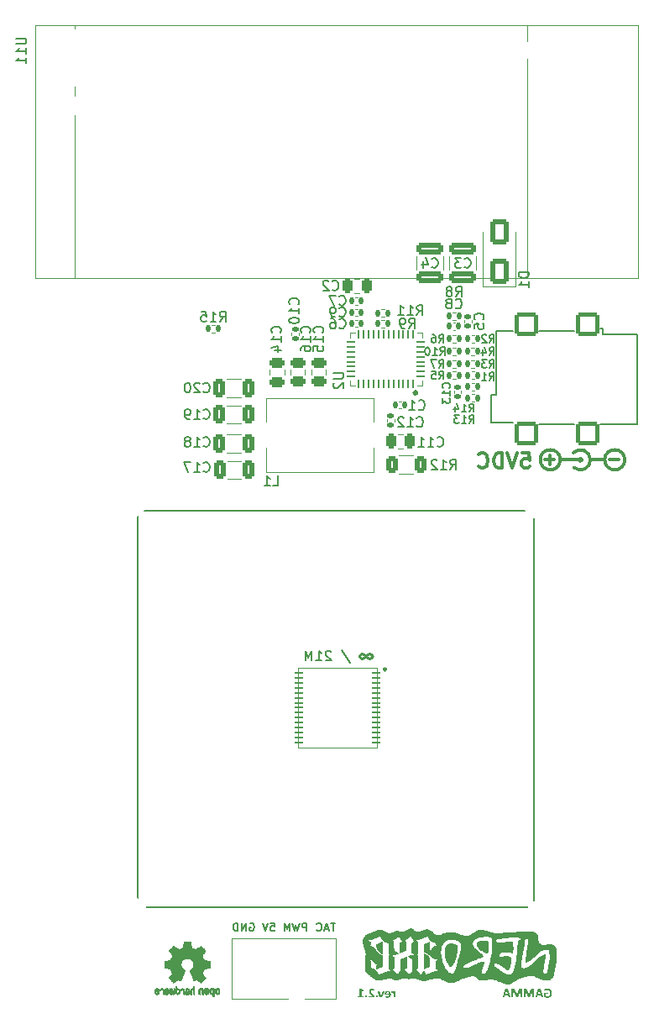
<source format=gbo>
G04 #@! TF.GenerationSoftware,KiCad,Pcbnew,8.0.4*
G04 #@! TF.CreationDate,2025-01-19T11:33:20+01:00*
G04 #@! TF.ProjectId,nerdaxe-gamma,6e657264-6178-4652-9d67-616d6d612e6b,rev?*
G04 #@! TF.SameCoordinates,Original*
G04 #@! TF.FileFunction,Legend,Bot*
G04 #@! TF.FilePolarity,Positive*
%FSLAX46Y46*%
G04 Gerber Fmt 4.6, Leading zero omitted, Abs format (unit mm)*
G04 Created by KiCad (PCBNEW 8.0.4) date 2025-01-19 11:33:20*
%MOMM*%
%LPD*%
G01*
G04 APERTURE LIST*
G04 Aperture macros list*
%AMRoundRect*
0 Rectangle with rounded corners*
0 $1 Rounding radius*
0 $2 $3 $4 $5 $6 $7 $8 $9 X,Y pos of 4 corners*
0 Add a 4 corners polygon primitive as box body*
4,1,4,$2,$3,$4,$5,$6,$7,$8,$9,$2,$3,0*
0 Add four circle primitives for the rounded corners*
1,1,$1+$1,$2,$3*
1,1,$1+$1,$4,$5*
1,1,$1+$1,$6,$7*
1,1,$1+$1,$8,$9*
0 Add four rect primitives between the rounded corners*
20,1,$1+$1,$2,$3,$4,$5,0*
20,1,$1+$1,$4,$5,$6,$7,0*
20,1,$1+$1,$6,$7,$8,$9,0*
20,1,$1+$1,$8,$9,$2,$3,0*%
G04 Aperture macros list end*
%ADD10C,0.150000*%
%ADD11C,0.250000*%
%ADD12C,0.300000*%
%ADD13C,0.120000*%
%ADD14C,0.000000*%
%ADD15C,0.010000*%
%ADD16C,0.050000*%
%ADD17C,0.227485*%
%ADD18C,0.127000*%
%ADD19C,0.310000*%
%ADD20C,3.000000*%
%ADD21C,0.800000*%
%ADD22C,6.000000*%
%ADD23C,3.500000*%
%ADD24RoundRect,0.250000X0.325000X0.650000X-0.325000X0.650000X-0.325000X-0.650000X0.325000X-0.650000X0*%
%ADD25RoundRect,0.250000X0.475000X-0.250000X0.475000X0.250000X-0.475000X0.250000X-0.475000X-0.250000X0*%
%ADD26C,1.295400*%
%ADD27C,1.574800*%
%ADD28RoundRect,0.140000X0.140000X0.170000X-0.140000X0.170000X-0.140000X-0.170000X0.140000X-0.170000X0*%
%ADD29C,1.700000*%
%ADD30RoundRect,0.250000X-0.312500X-0.625000X0.312500X-0.625000X0.312500X0.625000X-0.312500X0.625000X0*%
%ADD31RoundRect,0.140000X-0.170000X0.140000X-0.170000X-0.140000X0.170000X-0.140000X0.170000X0.140000X0*%
%ADD32RoundRect,0.135000X0.135000X0.185000X-0.135000X0.185000X-0.135000X-0.185000X0.135000X-0.185000X0*%
%ADD33RoundRect,0.135000X-0.135000X-0.185000X0.135000X-0.185000X0.135000X0.185000X-0.135000X0.185000X0*%
%ADD34RoundRect,0.250000X0.650000X-1.000000X0.650000X1.000000X-0.650000X1.000000X-0.650000X-1.000000X0*%
%ADD35C,2.000000*%
%ADD36RoundRect,0.250000X1.100000X-0.325000X1.100000X0.325000X-1.100000X0.325000X-1.100000X-0.325000X0*%
%ADD37RoundRect,0.140000X-0.140000X-0.170000X0.140000X-0.170000X0.140000X0.170000X-0.140000X0.170000X0*%
%ADD38RoundRect,0.055250X0.340750X0.055250X-0.340750X0.055250X-0.340750X-0.055250X0.340750X-0.055250X0*%
%ADD39RoundRect,0.140000X0.170000X-0.140000X0.170000X0.140000X-0.170000X0.140000X-0.170000X-0.140000X0*%
%ADD40C,1.600000*%
%ADD41C,1.800000*%
%ADD42RoundRect,0.240400X-0.961600X0.961600X-0.961600X-0.961600X0.961600X-0.961600X0.961600X0.961600X0*%
%ADD43R,4.000000X2.600000*%
%ADD44RoundRect,0.062500X0.062500X-0.337500X0.062500X0.337500X-0.062500X0.337500X-0.062500X-0.337500X0*%
%ADD45RoundRect,0.062500X0.337500X-0.062500X0.337500X0.062500X-0.337500X0.062500X-0.337500X-0.062500X0*%
%ADD46C,0.400000*%
%ADD47R,5.300000X3.300000*%
%ADD48RoundRect,0.250000X0.250000X0.475000X-0.250000X0.475000X-0.250000X-0.475000X0.250000X-0.475000X0*%
G04 APERTURE END LIST*
D10*
X85450000Y-96700000D02*
X125430000Y-96700000D01*
X125430000Y-136690000D01*
X85450000Y-136690000D01*
X85450000Y-96700000D01*
D11*
G36*
X111025818Y-145173655D02*
G01*
X111027284Y-145212734D01*
X111031436Y-145236670D01*
X111038519Y-145248882D01*
X111049754Y-145252302D01*
X111062210Y-145249859D01*
X111077842Y-145244730D01*
X111096648Y-145239601D01*
X111119363Y-145237159D01*
X111148184Y-145243265D01*
X111177981Y-145262560D01*
X111210221Y-145297242D01*
X111239220Y-145338941D01*
X111246369Y-145350487D01*
X111246369Y-145725889D01*
X111250521Y-145737856D01*
X111264688Y-145746405D01*
X111291066Y-145751290D01*
X111333076Y-145753000D01*
X111375085Y-145751290D01*
X111401464Y-145746405D01*
X111415385Y-145737856D01*
X111419538Y-145725889D01*
X111419538Y-145123586D01*
X111416118Y-145111618D01*
X111403906Y-145103314D01*
X111380703Y-145098184D01*
X111345288Y-145096475D01*
X111308896Y-145098184D01*
X111286669Y-145103314D01*
X111275190Y-145111862D01*
X111271771Y-145123586D01*
X111271771Y-145198568D01*
X111241512Y-145157986D01*
X111226586Y-145140927D01*
X111189635Y-145107338D01*
X111186041Y-145104779D01*
X111147451Y-145086217D01*
X111108861Y-145080843D01*
X111089810Y-145081820D01*
X111068316Y-145085240D01*
X111049265Y-145090613D01*
X111037297Y-145096963D01*
X111031680Y-145104046D01*
X111028749Y-145115037D01*
X111026551Y-145135798D01*
X111025818Y-145173655D01*
G37*
G36*
X110692061Y-145081989D02*
G01*
X110742184Y-145089281D01*
X110791833Y-145104779D01*
X110813014Y-145114511D01*
X110854663Y-145140780D01*
X110890508Y-145174144D01*
X110907322Y-145194978D01*
X110933651Y-145238754D01*
X110952301Y-145285030D01*
X110964399Y-145331769D01*
X110971475Y-145382317D01*
X110973550Y-145431576D01*
X110971947Y-145477942D01*
X110965631Y-145529941D01*
X110953278Y-145580808D01*
X110946430Y-145600122D01*
X110923826Y-145645371D01*
X110891729Y-145686077D01*
X110878341Y-145698540D01*
X110835652Y-145727978D01*
X110789147Y-145748115D01*
X110744436Y-145759795D01*
X110694935Y-145766627D01*
X110645776Y-145768631D01*
X110609950Y-145767583D01*
X110560780Y-145762281D01*
X110538982Y-145758672D01*
X110489949Y-145747870D01*
X110486116Y-145746801D01*
X110439147Y-145730529D01*
X110414722Y-145717096D01*
X110407395Y-145707570D01*
X110403487Y-145695114D01*
X110401289Y-145677284D01*
X110400556Y-145652127D01*
X110401533Y-145624528D01*
X110405441Y-145607431D01*
X110412280Y-145599127D01*
X110422538Y-145596684D01*
X110449405Y-145604011D01*
X110490926Y-145620131D01*
X110502377Y-145623908D01*
X110550521Y-145636251D01*
X110580158Y-145640996D01*
X110630145Y-145643579D01*
X110656711Y-145642434D01*
X110706593Y-145631855D01*
X110718179Y-145627081D01*
X110758861Y-145597661D01*
X110767204Y-145587374D01*
X110788414Y-145543195D01*
X110793308Y-145522353D01*
X110797695Y-145471632D01*
X110424736Y-145471632D01*
X110385902Y-145456489D01*
X110371736Y-145409594D01*
X110371736Y-145381995D01*
X110372137Y-145362211D01*
X110539286Y-145362211D01*
X110797695Y-145362211D01*
X110796897Y-145350167D01*
X110787681Y-145301150D01*
X110786012Y-145295859D01*
X110763013Y-145251569D01*
X110760965Y-145248978D01*
X110722468Y-145218352D01*
X110714627Y-145214763D01*
X110665071Y-145205896D01*
X110657052Y-145206059D01*
X110608346Y-145216337D01*
X110568595Y-145247661D01*
X110558040Y-145264339D01*
X110542492Y-145311870D01*
X110539286Y-145362211D01*
X110372137Y-145362211D01*
X110372141Y-145362001D01*
X110376991Y-145312194D01*
X110388344Y-145262071D01*
X110390463Y-145255230D01*
X110411039Y-145207627D01*
X110439879Y-145166572D01*
X110446602Y-145159171D01*
X110485432Y-145126799D01*
X110529517Y-145103558D01*
X110561931Y-145092578D01*
X110610681Y-145083527D01*
X110660919Y-145080843D01*
X110692061Y-145081989D01*
G37*
G36*
X109676376Y-145122853D02*
G01*
X109676865Y-145130913D01*
X109678086Y-145141415D01*
X109680773Y-145154605D01*
X109685413Y-145171457D01*
X109869328Y-145716607D01*
X109878609Y-145735170D01*
X109897905Y-145746405D01*
X109934297Y-145751778D01*
X109985321Y-145752980D01*
X109994381Y-145753000D01*
X110044650Y-145751871D01*
X110053732Y-145751290D01*
X110089879Y-145745672D01*
X110108686Y-145734437D01*
X110117967Y-145716607D01*
X110302127Y-145171457D01*
X110308721Y-145147277D01*
X110311408Y-145131646D01*
X110311652Y-145122853D01*
X110307988Y-145111129D01*
X110294555Y-145102581D01*
X110268177Y-145097940D01*
X110225678Y-145096475D01*
X110180494Y-145098184D01*
X110153383Y-145103069D01*
X110139217Y-145111862D01*
X110132378Y-145125540D01*
X109992915Y-145567863D01*
X109988763Y-145584716D01*
X109984611Y-145567863D01*
X109847346Y-145125540D01*
X109840996Y-145111862D01*
X109826830Y-145103069D01*
X109800940Y-145098184D01*
X109758686Y-145096475D01*
X109717165Y-145097940D01*
X109692252Y-145102581D01*
X109679796Y-145111129D01*
X109676376Y-145122853D01*
G37*
G36*
X109474143Y-145641869D02*
G01*
X109478444Y-145691130D01*
X109496614Y-145730285D01*
X109543914Y-145750781D01*
X109576481Y-145753000D01*
X109625207Y-145747443D01*
X109656104Y-145730773D01*
X109675489Y-145684136D01*
X109678086Y-145646021D01*
X109673832Y-145596260D01*
X109655860Y-145556872D01*
X109611121Y-145536842D01*
X109575260Y-145534158D01*
X109524461Y-145540500D01*
X109496125Y-145556628D01*
X109476741Y-145603366D01*
X109474143Y-145641869D01*
G37*
G36*
X108734087Y-145682413D02*
G01*
X108735797Y-145715142D01*
X108740926Y-145737124D01*
X108749963Y-145749336D01*
X108762175Y-145753000D01*
X109273376Y-145753000D01*
X109299265Y-145750313D01*
X109317339Y-145740055D01*
X109327353Y-145717584D01*
X109330284Y-145679727D01*
X109328330Y-145641869D01*
X109320759Y-145614025D01*
X109306593Y-145589845D01*
X109284367Y-145564200D01*
X109130494Y-145391764D01*
X109096128Y-145354279D01*
X109063789Y-145314534D01*
X109056488Y-145304570D01*
X109028633Y-145262297D01*
X109012524Y-145232518D01*
X108994343Y-145186448D01*
X108990787Y-145172434D01*
X108984948Y-145123505D01*
X108984925Y-145120411D01*
X108992252Y-145074737D01*
X109013501Y-145037124D01*
X109048916Y-145011967D01*
X109097192Y-145002695D01*
X109098986Y-145002685D01*
X109148204Y-145006788D01*
X109170794Y-145012211D01*
X109216598Y-145029302D01*
X109225748Y-145033704D01*
X109265316Y-145055442D01*
X109289984Y-145065212D01*
X109300487Y-145061304D01*
X109307814Y-145048359D01*
X109312210Y-145023690D01*
X109313920Y-144986077D01*
X109312943Y-144960920D01*
X109310012Y-144943334D01*
X109304394Y-144930145D01*
X109292427Y-144916712D01*
X109260675Y-144896928D01*
X109214281Y-144877016D01*
X109204011Y-144873481D01*
X109156827Y-144859992D01*
X109129761Y-144854186D01*
X109080409Y-144847660D01*
X109045253Y-144846370D01*
X108995702Y-144848843D01*
X108944144Y-144857979D01*
X108924108Y-144863956D01*
X108879254Y-144883447D01*
X108837891Y-144912804D01*
X108804712Y-144951685D01*
X108786600Y-144987054D01*
X108773450Y-145034589D01*
X108769747Y-145079622D01*
X108772674Y-145131022D01*
X108778051Y-145165595D01*
X108793035Y-145215218D01*
X108812489Y-145256698D01*
X108839304Y-145301451D01*
X108868910Y-145343010D01*
X108886006Y-145364898D01*
X108918626Y-145403700D01*
X108953123Y-145441803D01*
X108987874Y-145478203D01*
X109011547Y-145502162D01*
X109115351Y-145612316D01*
X108765106Y-145612316D01*
X108752406Y-145616224D01*
X108742392Y-145628436D01*
X108736286Y-145650418D01*
X108734087Y-145682413D01*
G37*
G36*
X108391659Y-145641869D02*
G01*
X108395960Y-145691130D01*
X108414129Y-145730285D01*
X108461429Y-145750781D01*
X108493997Y-145753000D01*
X108542723Y-145747443D01*
X108573620Y-145730773D01*
X108593004Y-145684136D01*
X108595602Y-145646021D01*
X108591348Y-145596260D01*
X108573376Y-145556872D01*
X108528636Y-145536842D01*
X108492775Y-145534158D01*
X108441977Y-145540500D01*
X108413641Y-145556628D01*
X108394256Y-145603366D01*
X108391659Y-145641869D01*
G37*
G36*
X107659907Y-145683635D02*
G01*
X107662106Y-145716607D01*
X107667967Y-145738101D01*
X107676516Y-145749580D01*
X107687263Y-145753000D01*
X108177702Y-145753000D01*
X108188205Y-145749580D01*
X108196753Y-145738101D01*
X108202615Y-145716607D01*
X108204569Y-145683635D01*
X108202859Y-145650173D01*
X108197486Y-145628191D01*
X108188937Y-145616224D01*
X108177702Y-145612316D01*
X108012350Y-145612316D01*
X108012350Y-145033949D01*
X108155232Y-145112106D01*
X108181122Y-145121387D01*
X108196753Y-145117235D01*
X108204813Y-145097452D01*
X108206767Y-145057884D01*
X108206034Y-145031506D01*
X108202615Y-145013676D01*
X108195288Y-145001464D01*
X108182099Y-144991450D01*
X107991101Y-144870794D01*
X107982552Y-144866398D01*
X107969119Y-144863711D01*
X107947381Y-144862490D01*
X107912699Y-144862002D01*
X107870445Y-144862979D01*
X107846265Y-144866398D01*
X107835274Y-144872993D01*
X107832343Y-144883251D01*
X107832343Y-145612316D01*
X107687507Y-145612316D01*
X107676027Y-145616224D01*
X107667235Y-145628191D01*
X107661617Y-145650173D01*
X107659907Y-145683635D01*
G37*
G36*
X126444090Y-144993160D02*
G01*
X126445800Y-145027354D01*
X126450685Y-145050069D01*
X126458256Y-145061792D01*
X126468759Y-145065212D01*
X126497824Y-145053000D01*
X126542543Y-145029705D01*
X126550580Y-145026133D01*
X126596757Y-145008979D01*
X126629226Y-144999510D01*
X126678563Y-144990168D01*
X126727744Y-144987103D01*
X126735228Y-144987054D01*
X126785760Y-144990762D01*
X126835582Y-145003051D01*
X126852220Y-145009524D01*
X126897719Y-145034723D01*
X126936670Y-145068185D01*
X126941369Y-145073272D01*
X126972417Y-145115443D01*
X126994616Y-145161485D01*
X126998521Y-145172190D01*
X127011331Y-145221039D01*
X127017358Y-145269708D01*
X127018305Y-145299685D01*
X127015910Y-145350275D01*
X127007833Y-145400593D01*
X126998033Y-145434995D01*
X126977209Y-145482473D01*
X126948051Y-145525353D01*
X126941369Y-145532937D01*
X126904031Y-145565562D01*
X126860253Y-145589709D01*
X126853930Y-145592288D01*
X126803537Y-145606663D01*
X126752339Y-145612140D01*
X126740845Y-145612316D01*
X126692114Y-145608123D01*
X126681006Y-145605965D01*
X126634090Y-145590490D01*
X126626051Y-145586670D01*
X126626051Y-145393474D01*
X126794334Y-145393474D01*
X126813630Y-145377598D01*
X126820442Y-145328082D01*
X126820468Y-145323376D01*
X126818759Y-145290159D01*
X126813630Y-145268666D01*
X126805325Y-145256698D01*
X126794334Y-145252790D01*
X126494160Y-145252790D01*
X126474621Y-145256698D01*
X126459478Y-145267933D01*
X126449464Y-145285763D01*
X126446044Y-145309943D01*
X126446044Y-145660431D01*
X126453371Y-145696335D01*
X126482925Y-145720271D01*
X126530048Y-145736219D01*
X126538124Y-145738589D01*
X126586784Y-145750894D01*
X126606512Y-145754953D01*
X126655554Y-145762741D01*
X126678075Y-145765212D01*
X126727673Y-145768297D01*
X126750371Y-145768631D01*
X126802227Y-145766723D01*
X126851304Y-145760998D01*
X126903195Y-145749997D01*
X126941124Y-145738101D01*
X126986475Y-145718626D01*
X127032061Y-145691912D01*
X127072590Y-145659855D01*
X127083762Y-145649196D01*
X127117575Y-145610232D01*
X127146044Y-145566306D01*
X127169171Y-145517420D01*
X127173155Y-145507047D01*
X127188032Y-145458165D01*
X127198039Y-145405767D01*
X127202848Y-145356239D01*
X127203930Y-145317270D01*
X127201869Y-145263842D01*
X127195687Y-145213223D01*
X127185383Y-145165412D01*
X127170957Y-145120411D01*
X127150246Y-145073431D01*
X127125207Y-145030585D01*
X127092311Y-144987829D01*
X127077656Y-144972155D01*
X127037366Y-144936807D01*
X126992209Y-144907087D01*
X126947408Y-144885153D01*
X126931599Y-144878854D01*
X126881949Y-144863151D01*
X126829169Y-144852588D01*
X126779626Y-144847512D01*
X126740845Y-144846370D01*
X126689061Y-144847980D01*
X126638792Y-144853247D01*
X126635821Y-144853697D01*
X126586302Y-144863022D01*
X126553023Y-144871771D01*
X126506769Y-144888487D01*
X126494404Y-144894486D01*
X126461676Y-144915735D01*
X126448242Y-144941869D01*
X126444094Y-144991054D01*
X126444090Y-144993160D01*
G37*
G36*
X125949335Y-144862010D02*
G01*
X125999324Y-144862979D01*
X126032541Y-144867863D01*
X126050127Y-144878854D01*
X126059652Y-144897417D01*
X126333692Y-145680704D01*
X126344195Y-145719050D01*
X126339310Y-145741032D01*
X126314642Y-145751046D01*
X126265060Y-145753000D01*
X126217433Y-145751778D01*
X126189345Y-145746649D01*
X126174935Y-145736391D01*
X126167607Y-145720271D01*
X126111187Y-145549789D01*
X125777551Y-145549789D01*
X125717712Y-145724912D01*
X125710873Y-145739322D01*
X125696463Y-145747870D01*
X125666665Y-145752023D01*
X125661483Y-145752252D01*
X125611955Y-145753000D01*
X125607798Y-145752993D01*
X125558954Y-145751290D01*
X125532332Y-145742497D01*
X125526714Y-145721004D01*
X125536972Y-145682169D01*
X125632851Y-145409106D01*
X125819317Y-145409106D01*
X126071376Y-145409106D01*
X125945835Y-145027354D01*
X125945102Y-145027354D01*
X125819317Y-145409106D01*
X125632851Y-145409106D01*
X125811745Y-144899615D01*
X125821759Y-144879099D01*
X125841055Y-144867863D01*
X125878424Y-144862979D01*
X125893201Y-144862506D01*
X125942904Y-144862002D01*
X125949335Y-144862010D01*
G37*
G36*
X124381215Y-145724179D02*
G01*
X124385123Y-145736635D01*
X124398801Y-145745428D01*
X124425179Y-145751046D01*
X124466944Y-145753000D01*
X124508466Y-145751046D01*
X124534355Y-145745428D01*
X124548033Y-145736635D01*
X124552185Y-145724179D01*
X124552185Y-145002685D01*
X124553651Y-145002685D01*
X124811327Y-145723446D01*
X124820364Y-145738345D01*
X124837217Y-145747626D01*
X124864327Y-145752023D01*
X124903895Y-145753000D01*
X124943951Y-145751290D01*
X124971062Y-145745916D01*
X124987914Y-145736635D01*
X124995974Y-145723446D01*
X125244614Y-145002685D01*
X125246079Y-145002685D01*
X125246079Y-145724179D01*
X125249987Y-145736635D01*
X125263909Y-145745428D01*
X125290287Y-145751046D01*
X125331808Y-145753000D01*
X125373330Y-145751046D01*
X125399708Y-145745428D01*
X125413385Y-145736635D01*
X125417049Y-145724179D01*
X125417049Y-144934053D01*
X125403834Y-144886764D01*
X125398487Y-144880564D01*
X125352949Y-144862074D01*
X125349150Y-144862002D01*
X125230936Y-144862002D01*
X125181009Y-144866214D01*
X125176714Y-144867131D01*
X125137635Y-144884228D01*
X125110036Y-144915735D01*
X125091262Y-144962303D01*
X125090741Y-144964095D01*
X124898521Y-145492637D01*
X124895835Y-145492637D01*
X124696533Y-144965561D01*
X124678300Y-144919464D01*
X124676993Y-144916956D01*
X124652325Y-144884716D01*
X124618863Y-144867131D01*
X124574167Y-144862002D01*
X124452778Y-144862002D01*
X124420782Y-144866886D01*
X124398801Y-144880808D01*
X124385856Y-144903523D01*
X124381215Y-144934053D01*
X124381215Y-145724179D01*
G37*
G36*
X123158047Y-145724179D02*
G01*
X123161955Y-145736635D01*
X123175632Y-145745428D01*
X123202011Y-145751046D01*
X123243776Y-145753000D01*
X123285297Y-145751046D01*
X123311187Y-145745428D01*
X123324865Y-145736635D01*
X123329017Y-145724179D01*
X123329017Y-145002685D01*
X123330482Y-145002685D01*
X123588159Y-145723446D01*
X123597196Y-145738345D01*
X123614048Y-145747626D01*
X123641159Y-145752023D01*
X123680727Y-145753000D01*
X123720782Y-145751290D01*
X123747893Y-145745916D01*
X123764746Y-145736635D01*
X123772806Y-145723446D01*
X124021445Y-145002685D01*
X124022911Y-145002685D01*
X124022911Y-145724179D01*
X124026819Y-145736635D01*
X124040741Y-145745428D01*
X124067119Y-145751046D01*
X124108640Y-145753000D01*
X124150161Y-145751046D01*
X124176540Y-145745428D01*
X124190217Y-145736635D01*
X124193881Y-145724179D01*
X124193881Y-144934053D01*
X124180666Y-144886764D01*
X124175318Y-144880564D01*
X124129780Y-144862074D01*
X124125981Y-144862002D01*
X124007768Y-144862002D01*
X123957841Y-144866214D01*
X123953546Y-144867131D01*
X123914467Y-144884228D01*
X123886868Y-144915735D01*
X123868094Y-144962303D01*
X123867572Y-144964095D01*
X123675353Y-145492637D01*
X123672667Y-145492637D01*
X123473364Y-144965561D01*
X123455132Y-144919464D01*
X123453825Y-144916956D01*
X123429157Y-144884716D01*
X123395695Y-144867131D01*
X123350999Y-144862002D01*
X123229610Y-144862002D01*
X123197614Y-144866886D01*
X123175632Y-144880808D01*
X123162688Y-144903523D01*
X123158047Y-144934053D01*
X123158047Y-145724179D01*
G37*
G36*
X122654987Y-144862010D02*
G01*
X122704976Y-144862979D01*
X122738193Y-144867863D01*
X122755779Y-144878854D01*
X122765304Y-144897417D01*
X123039345Y-145680704D01*
X123049847Y-145719050D01*
X123044963Y-145741032D01*
X123020294Y-145751046D01*
X122970713Y-145753000D01*
X122923085Y-145751778D01*
X122894997Y-145746649D01*
X122880587Y-145736391D01*
X122873260Y-145720271D01*
X122816840Y-145549789D01*
X122483204Y-145549789D01*
X122423364Y-145724912D01*
X122416526Y-145739322D01*
X122402115Y-145747870D01*
X122372318Y-145752023D01*
X122367135Y-145752252D01*
X122317607Y-145753000D01*
X122313450Y-145752993D01*
X122264607Y-145751290D01*
X122237984Y-145742497D01*
X122232367Y-145721004D01*
X122242625Y-145682169D01*
X122338504Y-145409106D01*
X122524969Y-145409106D01*
X122777028Y-145409106D01*
X122651487Y-145027354D01*
X122650755Y-145027354D01*
X122524969Y-145409106D01*
X122338504Y-145409106D01*
X122517398Y-144899615D01*
X122527412Y-144879099D01*
X122546707Y-144867863D01*
X122584076Y-144862979D01*
X122598854Y-144862506D01*
X122648556Y-144862002D01*
X122654987Y-144862010D01*
G37*
D10*
X106006190Y-110747200D02*
X106863332Y-112032914D01*
X104958570Y-110890057D02*
X104910951Y-110842438D01*
X104910951Y-110842438D02*
X104815713Y-110794819D01*
X104815713Y-110794819D02*
X104577618Y-110794819D01*
X104577618Y-110794819D02*
X104482380Y-110842438D01*
X104482380Y-110842438D02*
X104434761Y-110890057D01*
X104434761Y-110890057D02*
X104387142Y-110985295D01*
X104387142Y-110985295D02*
X104387142Y-111080533D01*
X104387142Y-111080533D02*
X104434761Y-111223390D01*
X104434761Y-111223390D02*
X105006189Y-111794819D01*
X105006189Y-111794819D02*
X104387142Y-111794819D01*
X103434761Y-111794819D02*
X104006189Y-111794819D01*
X103720475Y-111794819D02*
X103720475Y-110794819D01*
X103720475Y-110794819D02*
X103815713Y-110937676D01*
X103815713Y-110937676D02*
X103910951Y-111032914D01*
X103910951Y-111032914D02*
X104006189Y-111080533D01*
X103006189Y-111794819D02*
X103006189Y-110794819D01*
X103006189Y-110794819D02*
X102672856Y-111509104D01*
X102672856Y-111509104D02*
X102339523Y-110794819D01*
X102339523Y-110794819D02*
X102339523Y-111794819D01*
X98831380Y-138246295D02*
X99212332Y-138246295D01*
X99212332Y-138246295D02*
X99250428Y-138627247D01*
X99250428Y-138627247D02*
X99212332Y-138589152D01*
X99212332Y-138589152D02*
X99136142Y-138551057D01*
X99136142Y-138551057D02*
X98945666Y-138551057D01*
X98945666Y-138551057D02*
X98869475Y-138589152D01*
X98869475Y-138589152D02*
X98831380Y-138627247D01*
X98831380Y-138627247D02*
X98793285Y-138703438D01*
X98793285Y-138703438D02*
X98793285Y-138893914D01*
X98793285Y-138893914D02*
X98831380Y-138970104D01*
X98831380Y-138970104D02*
X98869475Y-139008200D01*
X98869475Y-139008200D02*
X98945666Y-139046295D01*
X98945666Y-139046295D02*
X99136142Y-139046295D01*
X99136142Y-139046295D02*
X99212332Y-139008200D01*
X99212332Y-139008200D02*
X99250428Y-138970104D01*
X98564713Y-138246295D02*
X98298046Y-139046295D01*
X98298046Y-139046295D02*
X98031380Y-138246295D01*
D12*
X124207203Y-90883828D02*
X124921489Y-90883828D01*
X124921489Y-90883828D02*
X124992917Y-91598114D01*
X124992917Y-91598114D02*
X124921489Y-91526685D01*
X124921489Y-91526685D02*
X124778632Y-91455257D01*
X124778632Y-91455257D02*
X124421489Y-91455257D01*
X124421489Y-91455257D02*
X124278632Y-91526685D01*
X124278632Y-91526685D02*
X124207203Y-91598114D01*
X124207203Y-91598114D02*
X124135774Y-91740971D01*
X124135774Y-91740971D02*
X124135774Y-92098114D01*
X124135774Y-92098114D02*
X124207203Y-92240971D01*
X124207203Y-92240971D02*
X124278632Y-92312400D01*
X124278632Y-92312400D02*
X124421489Y-92383828D01*
X124421489Y-92383828D02*
X124778632Y-92383828D01*
X124778632Y-92383828D02*
X124921489Y-92312400D01*
X124921489Y-92312400D02*
X124992917Y-92240971D01*
X123707203Y-90883828D02*
X123207203Y-92383828D01*
X123207203Y-92383828D02*
X122707203Y-90883828D01*
X122207204Y-92383828D02*
X122207204Y-90883828D01*
X122207204Y-90883828D02*
X121850061Y-90883828D01*
X121850061Y-90883828D02*
X121635775Y-90955257D01*
X121635775Y-90955257D02*
X121492918Y-91098114D01*
X121492918Y-91098114D02*
X121421489Y-91240971D01*
X121421489Y-91240971D02*
X121350061Y-91526685D01*
X121350061Y-91526685D02*
X121350061Y-91740971D01*
X121350061Y-91740971D02*
X121421489Y-92026685D01*
X121421489Y-92026685D02*
X121492918Y-92169542D01*
X121492918Y-92169542D02*
X121635775Y-92312400D01*
X121635775Y-92312400D02*
X121850061Y-92383828D01*
X121850061Y-92383828D02*
X122207204Y-92383828D01*
X119850061Y-92240971D02*
X119921489Y-92312400D01*
X119921489Y-92312400D02*
X120135775Y-92383828D01*
X120135775Y-92383828D02*
X120278632Y-92383828D01*
X120278632Y-92383828D02*
X120492918Y-92312400D01*
X120492918Y-92312400D02*
X120635775Y-92169542D01*
X120635775Y-92169542D02*
X120707204Y-92026685D01*
X120707204Y-92026685D02*
X120778632Y-91740971D01*
X120778632Y-91740971D02*
X120778632Y-91526685D01*
X120778632Y-91526685D02*
X120707204Y-91240971D01*
X120707204Y-91240971D02*
X120635775Y-91098114D01*
X120635775Y-91098114D02*
X120492918Y-90955257D01*
X120492918Y-90955257D02*
X120278632Y-90883828D01*
X120278632Y-90883828D02*
X120135775Y-90883828D01*
X120135775Y-90883828D02*
X119921489Y-90955257D01*
X119921489Y-90955257D02*
X119850061Y-91026685D01*
D10*
X102469809Y-139046295D02*
X102469809Y-138246295D01*
X102469809Y-138246295D02*
X102165047Y-138246295D01*
X102165047Y-138246295D02*
X102088857Y-138284390D01*
X102088857Y-138284390D02*
X102050762Y-138322485D01*
X102050762Y-138322485D02*
X102012666Y-138398676D01*
X102012666Y-138398676D02*
X102012666Y-138512961D01*
X102012666Y-138512961D02*
X102050762Y-138589152D01*
X102050762Y-138589152D02*
X102088857Y-138627247D01*
X102088857Y-138627247D02*
X102165047Y-138665342D01*
X102165047Y-138665342D02*
X102469809Y-138665342D01*
X101746000Y-138246295D02*
X101555524Y-139046295D01*
X101555524Y-139046295D02*
X101403143Y-138474866D01*
X101403143Y-138474866D02*
X101250762Y-139046295D01*
X101250762Y-139046295D02*
X101060286Y-138246295D01*
X100755523Y-139046295D02*
X100755523Y-138246295D01*
X100755523Y-138246295D02*
X100488857Y-138817723D01*
X100488857Y-138817723D02*
X100222190Y-138246295D01*
X100222190Y-138246295D02*
X100222190Y-139046295D01*
D11*
X108259523Y-111149857D02*
X108069047Y-111054619D01*
X108069047Y-111054619D02*
X107878571Y-111149857D01*
X107878571Y-111149857D02*
X107783333Y-111340333D01*
X107783333Y-111340333D02*
X107878571Y-111530809D01*
X107878571Y-111530809D02*
X108069047Y-111626047D01*
X108069047Y-111626047D02*
X108259523Y-111530809D01*
X108259523Y-111530809D02*
X108640475Y-111149857D01*
X108640475Y-111149857D02*
X108830952Y-111054619D01*
X108830952Y-111054619D02*
X109021428Y-111149857D01*
X109021428Y-111149857D02*
X109116666Y-111340333D01*
X109116666Y-111340333D02*
X109021428Y-111530809D01*
X109021428Y-111530809D02*
X108830952Y-111626047D01*
X108830952Y-111626047D02*
X108640475Y-111530809D01*
X108640475Y-111530809D02*
X108259523Y-111149857D01*
D10*
X105365428Y-138246295D02*
X104908285Y-138246295D01*
X105136857Y-139046295D02*
X105136857Y-138246295D01*
X104679714Y-138817723D02*
X104298761Y-138817723D01*
X104755904Y-139046295D02*
X104489237Y-138246295D01*
X104489237Y-138246295D02*
X104222571Y-139046295D01*
X103498761Y-138970104D02*
X103536857Y-139008200D01*
X103536857Y-139008200D02*
X103651142Y-139046295D01*
X103651142Y-139046295D02*
X103727333Y-139046295D01*
X103727333Y-139046295D02*
X103841619Y-139008200D01*
X103841619Y-139008200D02*
X103917809Y-138932009D01*
X103917809Y-138932009D02*
X103955904Y-138855819D01*
X103955904Y-138855819D02*
X103994000Y-138703438D01*
X103994000Y-138703438D02*
X103994000Y-138589152D01*
X103994000Y-138589152D02*
X103955904Y-138436771D01*
X103955904Y-138436771D02*
X103917809Y-138360580D01*
X103917809Y-138360580D02*
X103841619Y-138284390D01*
X103841619Y-138284390D02*
X103727333Y-138246295D01*
X103727333Y-138246295D02*
X103651142Y-138246295D01*
X103651142Y-138246295D02*
X103536857Y-138284390D01*
X103536857Y-138284390D02*
X103498761Y-138322485D01*
X96748523Y-138284390D02*
X96824713Y-138246295D01*
X96824713Y-138246295D02*
X96938999Y-138246295D01*
X96938999Y-138246295D02*
X97053285Y-138284390D01*
X97053285Y-138284390D02*
X97129475Y-138360580D01*
X97129475Y-138360580D02*
X97167570Y-138436771D01*
X97167570Y-138436771D02*
X97205666Y-138589152D01*
X97205666Y-138589152D02*
X97205666Y-138703438D01*
X97205666Y-138703438D02*
X97167570Y-138855819D01*
X97167570Y-138855819D02*
X97129475Y-138932009D01*
X97129475Y-138932009D02*
X97053285Y-139008200D01*
X97053285Y-139008200D02*
X96938999Y-139046295D01*
X96938999Y-139046295D02*
X96862808Y-139046295D01*
X96862808Y-139046295D02*
X96748523Y-139008200D01*
X96748523Y-139008200D02*
X96710427Y-138970104D01*
X96710427Y-138970104D02*
X96710427Y-138703438D01*
X96710427Y-138703438D02*
X96862808Y-138703438D01*
X96367570Y-139046295D02*
X96367570Y-138246295D01*
X96367570Y-138246295D02*
X95910427Y-139046295D01*
X95910427Y-139046295D02*
X95910427Y-138246295D01*
X95529475Y-139046295D02*
X95529475Y-138246295D01*
X95529475Y-138246295D02*
X95338999Y-138246295D01*
X95338999Y-138246295D02*
X95224713Y-138284390D01*
X95224713Y-138284390D02*
X95148523Y-138360580D01*
X95148523Y-138360580D02*
X95110428Y-138436771D01*
X95110428Y-138436771D02*
X95072332Y-138589152D01*
X95072332Y-138589152D02*
X95072332Y-138703438D01*
X95072332Y-138703438D02*
X95110428Y-138855819D01*
X95110428Y-138855819D02*
X95148523Y-138932009D01*
X95148523Y-138932009D02*
X95224713Y-139008200D01*
X95224713Y-139008200D02*
X95338999Y-139046295D01*
X95338999Y-139046295D02*
X95529475Y-139046295D01*
X92082857Y-84687580D02*
X92130476Y-84735200D01*
X92130476Y-84735200D02*
X92273333Y-84782819D01*
X92273333Y-84782819D02*
X92368571Y-84782819D01*
X92368571Y-84782819D02*
X92511428Y-84735200D01*
X92511428Y-84735200D02*
X92606666Y-84639961D01*
X92606666Y-84639961D02*
X92654285Y-84544723D01*
X92654285Y-84544723D02*
X92701904Y-84354247D01*
X92701904Y-84354247D02*
X92701904Y-84211390D01*
X92701904Y-84211390D02*
X92654285Y-84020914D01*
X92654285Y-84020914D02*
X92606666Y-83925676D01*
X92606666Y-83925676D02*
X92511428Y-83830438D01*
X92511428Y-83830438D02*
X92368571Y-83782819D01*
X92368571Y-83782819D02*
X92273333Y-83782819D01*
X92273333Y-83782819D02*
X92130476Y-83830438D01*
X92130476Y-83830438D02*
X92082857Y-83878057D01*
X91701904Y-83878057D02*
X91654285Y-83830438D01*
X91654285Y-83830438D02*
X91559047Y-83782819D01*
X91559047Y-83782819D02*
X91320952Y-83782819D01*
X91320952Y-83782819D02*
X91225714Y-83830438D01*
X91225714Y-83830438D02*
X91178095Y-83878057D01*
X91178095Y-83878057D02*
X91130476Y-83973295D01*
X91130476Y-83973295D02*
X91130476Y-84068533D01*
X91130476Y-84068533D02*
X91178095Y-84211390D01*
X91178095Y-84211390D02*
X91749523Y-84782819D01*
X91749523Y-84782819D02*
X91130476Y-84782819D01*
X90511428Y-83782819D02*
X90416190Y-83782819D01*
X90416190Y-83782819D02*
X90320952Y-83830438D01*
X90320952Y-83830438D02*
X90273333Y-83878057D01*
X90273333Y-83878057D02*
X90225714Y-83973295D01*
X90225714Y-83973295D02*
X90178095Y-84163771D01*
X90178095Y-84163771D02*
X90178095Y-84401866D01*
X90178095Y-84401866D02*
X90225714Y-84592342D01*
X90225714Y-84592342D02*
X90273333Y-84687580D01*
X90273333Y-84687580D02*
X90320952Y-84735200D01*
X90320952Y-84735200D02*
X90416190Y-84782819D01*
X90416190Y-84782819D02*
X90511428Y-84782819D01*
X90511428Y-84782819D02*
X90606666Y-84735200D01*
X90606666Y-84735200D02*
X90654285Y-84687580D01*
X90654285Y-84687580D02*
X90701904Y-84592342D01*
X90701904Y-84592342D02*
X90749523Y-84401866D01*
X90749523Y-84401866D02*
X90749523Y-84163771D01*
X90749523Y-84163771D02*
X90701904Y-83973295D01*
X90701904Y-83973295D02*
X90654285Y-83878057D01*
X90654285Y-83878057D02*
X90606666Y-83830438D01*
X90606666Y-83830438D02*
X90511428Y-83782819D01*
X104079580Y-78734142D02*
X104127200Y-78686523D01*
X104127200Y-78686523D02*
X104174819Y-78543666D01*
X104174819Y-78543666D02*
X104174819Y-78448428D01*
X104174819Y-78448428D02*
X104127200Y-78305571D01*
X104127200Y-78305571D02*
X104031961Y-78210333D01*
X104031961Y-78210333D02*
X103936723Y-78162714D01*
X103936723Y-78162714D02*
X103746247Y-78115095D01*
X103746247Y-78115095D02*
X103603390Y-78115095D01*
X103603390Y-78115095D02*
X103412914Y-78162714D01*
X103412914Y-78162714D02*
X103317676Y-78210333D01*
X103317676Y-78210333D02*
X103222438Y-78305571D01*
X103222438Y-78305571D02*
X103174819Y-78448428D01*
X103174819Y-78448428D02*
X103174819Y-78543666D01*
X103174819Y-78543666D02*
X103222438Y-78686523D01*
X103222438Y-78686523D02*
X103270057Y-78734142D01*
X104174819Y-79686523D02*
X104174819Y-79115095D01*
X104174819Y-79400809D02*
X103174819Y-79400809D01*
X103174819Y-79400809D02*
X103317676Y-79305571D01*
X103317676Y-79305571D02*
X103412914Y-79210333D01*
X103412914Y-79210333D02*
X103460533Y-79115095D01*
X103174819Y-80591285D02*
X103174819Y-80115095D01*
X103174819Y-80115095D02*
X103651009Y-80067476D01*
X103651009Y-80067476D02*
X103603390Y-80115095D01*
X103603390Y-80115095D02*
X103555771Y-80210333D01*
X103555771Y-80210333D02*
X103555771Y-80448428D01*
X103555771Y-80448428D02*
X103603390Y-80543666D01*
X103603390Y-80543666D02*
X103651009Y-80591285D01*
X103651009Y-80591285D02*
X103746247Y-80638904D01*
X103746247Y-80638904D02*
X103984342Y-80638904D01*
X103984342Y-80638904D02*
X104079580Y-80591285D01*
X104079580Y-80591285D02*
X104127200Y-80543666D01*
X104127200Y-80543666D02*
X104174819Y-80448428D01*
X104174819Y-80448428D02*
X104174819Y-80210333D01*
X104174819Y-80210333D02*
X104127200Y-80115095D01*
X104127200Y-80115095D02*
X104079580Y-80067476D01*
X105786666Y-77067580D02*
X105834285Y-77115200D01*
X105834285Y-77115200D02*
X105977142Y-77162819D01*
X105977142Y-77162819D02*
X106072380Y-77162819D01*
X106072380Y-77162819D02*
X106215237Y-77115200D01*
X106215237Y-77115200D02*
X106310475Y-77019961D01*
X106310475Y-77019961D02*
X106358094Y-76924723D01*
X106358094Y-76924723D02*
X106405713Y-76734247D01*
X106405713Y-76734247D02*
X106405713Y-76591390D01*
X106405713Y-76591390D02*
X106358094Y-76400914D01*
X106358094Y-76400914D02*
X106310475Y-76305676D01*
X106310475Y-76305676D02*
X106215237Y-76210438D01*
X106215237Y-76210438D02*
X106072380Y-76162819D01*
X106072380Y-76162819D02*
X105977142Y-76162819D01*
X105977142Y-76162819D02*
X105834285Y-76210438D01*
X105834285Y-76210438D02*
X105786666Y-76258057D01*
X105310475Y-77162819D02*
X105119999Y-77162819D01*
X105119999Y-77162819D02*
X105024761Y-77115200D01*
X105024761Y-77115200D02*
X104977142Y-77067580D01*
X104977142Y-77067580D02*
X104881904Y-76924723D01*
X104881904Y-76924723D02*
X104834285Y-76734247D01*
X104834285Y-76734247D02*
X104834285Y-76353295D01*
X104834285Y-76353295D02*
X104881904Y-76258057D01*
X104881904Y-76258057D02*
X104929523Y-76210438D01*
X104929523Y-76210438D02*
X105024761Y-76162819D01*
X105024761Y-76162819D02*
X105215237Y-76162819D01*
X105215237Y-76162819D02*
X105310475Y-76210438D01*
X105310475Y-76210438D02*
X105358094Y-76258057D01*
X105358094Y-76258057D02*
X105405713Y-76353295D01*
X105405713Y-76353295D02*
X105405713Y-76591390D01*
X105405713Y-76591390D02*
X105358094Y-76686628D01*
X105358094Y-76686628D02*
X105310475Y-76734247D01*
X105310475Y-76734247D02*
X105215237Y-76781866D01*
X105215237Y-76781866D02*
X105024761Y-76781866D01*
X105024761Y-76781866D02*
X104929523Y-76734247D01*
X104929523Y-76734247D02*
X104881904Y-76686628D01*
X104881904Y-76686628D02*
X104834285Y-76591390D01*
X73204819Y-49083905D02*
X74014342Y-49083905D01*
X74014342Y-49083905D02*
X74109580Y-49131524D01*
X74109580Y-49131524D02*
X74157200Y-49179143D01*
X74157200Y-49179143D02*
X74204819Y-49274381D01*
X74204819Y-49274381D02*
X74204819Y-49464857D01*
X74204819Y-49464857D02*
X74157200Y-49560095D01*
X74157200Y-49560095D02*
X74109580Y-49607714D01*
X74109580Y-49607714D02*
X74014342Y-49655333D01*
X74014342Y-49655333D02*
X73204819Y-49655333D01*
X74204819Y-50655333D02*
X74204819Y-50083905D01*
X74204819Y-50369619D02*
X73204819Y-50369619D01*
X73204819Y-50369619D02*
X73347676Y-50274381D01*
X73347676Y-50274381D02*
X73442914Y-50179143D01*
X73442914Y-50179143D02*
X73490533Y-50083905D01*
X74204819Y-51607714D02*
X74204819Y-51036286D01*
X74204819Y-51322000D02*
X73204819Y-51322000D01*
X73204819Y-51322000D02*
X73347676Y-51226762D01*
X73347676Y-51226762D02*
X73442914Y-51131524D01*
X73442914Y-51131524D02*
X73490533Y-51036286D01*
X116952857Y-92531819D02*
X117286190Y-92055628D01*
X117524285Y-92531819D02*
X117524285Y-91531819D01*
X117524285Y-91531819D02*
X117143333Y-91531819D01*
X117143333Y-91531819D02*
X117048095Y-91579438D01*
X117048095Y-91579438D02*
X117000476Y-91627057D01*
X117000476Y-91627057D02*
X116952857Y-91722295D01*
X116952857Y-91722295D02*
X116952857Y-91865152D01*
X116952857Y-91865152D02*
X117000476Y-91960390D01*
X117000476Y-91960390D02*
X117048095Y-92008009D01*
X117048095Y-92008009D02*
X117143333Y-92055628D01*
X117143333Y-92055628D02*
X117524285Y-92055628D01*
X116000476Y-92531819D02*
X116571904Y-92531819D01*
X116286190Y-92531819D02*
X116286190Y-91531819D01*
X116286190Y-91531819D02*
X116381428Y-91674676D01*
X116381428Y-91674676D02*
X116476666Y-91769914D01*
X116476666Y-91769914D02*
X116571904Y-91817533D01*
X115619523Y-91627057D02*
X115571904Y-91579438D01*
X115571904Y-91579438D02*
X115476666Y-91531819D01*
X115476666Y-91531819D02*
X115238571Y-91531819D01*
X115238571Y-91531819D02*
X115143333Y-91579438D01*
X115143333Y-91579438D02*
X115095714Y-91627057D01*
X115095714Y-91627057D02*
X115048095Y-91722295D01*
X115048095Y-91722295D02*
X115048095Y-91817533D01*
X115048095Y-91817533D02*
X115095714Y-91960390D01*
X115095714Y-91960390D02*
X115667142Y-92531819D01*
X115667142Y-92531819D02*
X115048095Y-92531819D01*
X116872104Y-84321714D02*
X116910200Y-84283618D01*
X116910200Y-84283618D02*
X116948295Y-84169333D01*
X116948295Y-84169333D02*
X116948295Y-84093142D01*
X116948295Y-84093142D02*
X116910200Y-83978856D01*
X116910200Y-83978856D02*
X116834009Y-83902666D01*
X116834009Y-83902666D02*
X116757819Y-83864571D01*
X116757819Y-83864571D02*
X116605438Y-83826475D01*
X116605438Y-83826475D02*
X116491152Y-83826475D01*
X116491152Y-83826475D02*
X116338771Y-83864571D01*
X116338771Y-83864571D02*
X116262580Y-83902666D01*
X116262580Y-83902666D02*
X116186390Y-83978856D01*
X116186390Y-83978856D02*
X116148295Y-84093142D01*
X116148295Y-84093142D02*
X116148295Y-84169333D01*
X116148295Y-84169333D02*
X116186390Y-84283618D01*
X116186390Y-84283618D02*
X116224485Y-84321714D01*
X116948295Y-85083618D02*
X116948295Y-84626475D01*
X116948295Y-84855047D02*
X116148295Y-84855047D01*
X116148295Y-84855047D02*
X116262580Y-84778856D01*
X116262580Y-84778856D02*
X116338771Y-84702666D01*
X116338771Y-84702666D02*
X116376866Y-84626475D01*
X116148295Y-85350285D02*
X116148295Y-85845523D01*
X116148295Y-85845523D02*
X116453057Y-85578857D01*
X116453057Y-85578857D02*
X116453057Y-85693142D01*
X116453057Y-85693142D02*
X116491152Y-85769333D01*
X116491152Y-85769333D02*
X116529247Y-85807428D01*
X116529247Y-85807428D02*
X116605438Y-85845523D01*
X116605438Y-85845523D02*
X116795914Y-85845523D01*
X116795914Y-85845523D02*
X116872104Y-85807428D01*
X116872104Y-85807428D02*
X116910200Y-85769333D01*
X116910200Y-85769333D02*
X116948295Y-85693142D01*
X116948295Y-85693142D02*
X116948295Y-85464571D01*
X116948295Y-85464571D02*
X116910200Y-85388380D01*
X116910200Y-85388380D02*
X116872104Y-85350285D01*
X99829580Y-78734142D02*
X99877200Y-78686523D01*
X99877200Y-78686523D02*
X99924819Y-78543666D01*
X99924819Y-78543666D02*
X99924819Y-78448428D01*
X99924819Y-78448428D02*
X99877200Y-78305571D01*
X99877200Y-78305571D02*
X99781961Y-78210333D01*
X99781961Y-78210333D02*
X99686723Y-78162714D01*
X99686723Y-78162714D02*
X99496247Y-78115095D01*
X99496247Y-78115095D02*
X99353390Y-78115095D01*
X99353390Y-78115095D02*
X99162914Y-78162714D01*
X99162914Y-78162714D02*
X99067676Y-78210333D01*
X99067676Y-78210333D02*
X98972438Y-78305571D01*
X98972438Y-78305571D02*
X98924819Y-78448428D01*
X98924819Y-78448428D02*
X98924819Y-78543666D01*
X98924819Y-78543666D02*
X98972438Y-78686523D01*
X98972438Y-78686523D02*
X99020057Y-78734142D01*
X99924819Y-79686523D02*
X99924819Y-79115095D01*
X99924819Y-79400809D02*
X98924819Y-79400809D01*
X98924819Y-79400809D02*
X99067676Y-79305571D01*
X99067676Y-79305571D02*
X99162914Y-79210333D01*
X99162914Y-79210333D02*
X99210533Y-79115095D01*
X99258152Y-80543666D02*
X99924819Y-80543666D01*
X98877200Y-80305571D02*
X99591485Y-80067476D01*
X99591485Y-80067476D02*
X99591485Y-80686523D01*
X120910332Y-83547295D02*
X121176999Y-83166342D01*
X121367475Y-83547295D02*
X121367475Y-82747295D01*
X121367475Y-82747295D02*
X121062713Y-82747295D01*
X121062713Y-82747295D02*
X120986523Y-82785390D01*
X120986523Y-82785390D02*
X120948428Y-82823485D01*
X120948428Y-82823485D02*
X120910332Y-82899676D01*
X120910332Y-82899676D02*
X120910332Y-83013961D01*
X120910332Y-83013961D02*
X120948428Y-83090152D01*
X120948428Y-83090152D02*
X120986523Y-83128247D01*
X120986523Y-83128247D02*
X121062713Y-83166342D01*
X121062713Y-83166342D02*
X121367475Y-83166342D01*
X120148428Y-83547295D02*
X120605571Y-83547295D01*
X120376999Y-83547295D02*
X120376999Y-82747295D01*
X120376999Y-82747295D02*
X120453190Y-82861580D01*
X120453190Y-82861580D02*
X120529380Y-82937771D01*
X120529380Y-82937771D02*
X120605571Y-82975866D01*
X117512666Y-75093819D02*
X117845999Y-74617628D01*
X118084094Y-75093819D02*
X118084094Y-74093819D01*
X118084094Y-74093819D02*
X117703142Y-74093819D01*
X117703142Y-74093819D02*
X117607904Y-74141438D01*
X117607904Y-74141438D02*
X117560285Y-74189057D01*
X117560285Y-74189057D02*
X117512666Y-74284295D01*
X117512666Y-74284295D02*
X117512666Y-74427152D01*
X117512666Y-74427152D02*
X117560285Y-74522390D01*
X117560285Y-74522390D02*
X117607904Y-74570009D01*
X117607904Y-74570009D02*
X117703142Y-74617628D01*
X117703142Y-74617628D02*
X118084094Y-74617628D01*
X116941237Y-74522390D02*
X117036475Y-74474771D01*
X117036475Y-74474771D02*
X117084094Y-74427152D01*
X117084094Y-74427152D02*
X117131713Y-74331914D01*
X117131713Y-74331914D02*
X117131713Y-74284295D01*
X117131713Y-74284295D02*
X117084094Y-74189057D01*
X117084094Y-74189057D02*
X117036475Y-74141438D01*
X117036475Y-74141438D02*
X116941237Y-74093819D01*
X116941237Y-74093819D02*
X116750761Y-74093819D01*
X116750761Y-74093819D02*
X116655523Y-74141438D01*
X116655523Y-74141438D02*
X116607904Y-74189057D01*
X116607904Y-74189057D02*
X116560285Y-74284295D01*
X116560285Y-74284295D02*
X116560285Y-74331914D01*
X116560285Y-74331914D02*
X116607904Y-74427152D01*
X116607904Y-74427152D02*
X116655523Y-74474771D01*
X116655523Y-74474771D02*
X116750761Y-74522390D01*
X116750761Y-74522390D02*
X116941237Y-74522390D01*
X116941237Y-74522390D02*
X117036475Y-74570009D01*
X117036475Y-74570009D02*
X117084094Y-74617628D01*
X117084094Y-74617628D02*
X117131713Y-74712866D01*
X117131713Y-74712866D02*
X117131713Y-74903342D01*
X117131713Y-74903342D02*
X117084094Y-74998580D01*
X117084094Y-74998580D02*
X117036475Y-75046200D01*
X117036475Y-75046200D02*
X116941237Y-75093819D01*
X116941237Y-75093819D02*
X116750761Y-75093819D01*
X116750761Y-75093819D02*
X116655523Y-75046200D01*
X116655523Y-75046200D02*
X116607904Y-74998580D01*
X116607904Y-74998580D02*
X116560285Y-74903342D01*
X116560285Y-74903342D02*
X116560285Y-74712866D01*
X116560285Y-74712866D02*
X116607904Y-74617628D01*
X116607904Y-74617628D02*
X116655523Y-74570009D01*
X116655523Y-74570009D02*
X116750761Y-74522390D01*
X113592857Y-76981819D02*
X113926190Y-76505628D01*
X114164285Y-76981819D02*
X114164285Y-75981819D01*
X114164285Y-75981819D02*
X113783333Y-75981819D01*
X113783333Y-75981819D02*
X113688095Y-76029438D01*
X113688095Y-76029438D02*
X113640476Y-76077057D01*
X113640476Y-76077057D02*
X113592857Y-76172295D01*
X113592857Y-76172295D02*
X113592857Y-76315152D01*
X113592857Y-76315152D02*
X113640476Y-76410390D01*
X113640476Y-76410390D02*
X113688095Y-76458009D01*
X113688095Y-76458009D02*
X113783333Y-76505628D01*
X113783333Y-76505628D02*
X114164285Y-76505628D01*
X112640476Y-76981819D02*
X113211904Y-76981819D01*
X112926190Y-76981819D02*
X112926190Y-75981819D01*
X112926190Y-75981819D02*
X113021428Y-76124676D01*
X113021428Y-76124676D02*
X113116666Y-76219914D01*
X113116666Y-76219914D02*
X113211904Y-76267533D01*
X111688095Y-76981819D02*
X112259523Y-76981819D01*
X111973809Y-76981819D02*
X111973809Y-75981819D01*
X111973809Y-75981819D02*
X112069047Y-76124676D01*
X112069047Y-76124676D02*
X112164285Y-76219914D01*
X112164285Y-76219914D02*
X112259523Y-76267533D01*
X92082857Y-90148580D02*
X92130476Y-90196200D01*
X92130476Y-90196200D02*
X92273333Y-90243819D01*
X92273333Y-90243819D02*
X92368571Y-90243819D01*
X92368571Y-90243819D02*
X92511428Y-90196200D01*
X92511428Y-90196200D02*
X92606666Y-90100961D01*
X92606666Y-90100961D02*
X92654285Y-90005723D01*
X92654285Y-90005723D02*
X92701904Y-89815247D01*
X92701904Y-89815247D02*
X92701904Y-89672390D01*
X92701904Y-89672390D02*
X92654285Y-89481914D01*
X92654285Y-89481914D02*
X92606666Y-89386676D01*
X92606666Y-89386676D02*
X92511428Y-89291438D01*
X92511428Y-89291438D02*
X92368571Y-89243819D01*
X92368571Y-89243819D02*
X92273333Y-89243819D01*
X92273333Y-89243819D02*
X92130476Y-89291438D01*
X92130476Y-89291438D02*
X92082857Y-89339057D01*
X91130476Y-90243819D02*
X91701904Y-90243819D01*
X91416190Y-90243819D02*
X91416190Y-89243819D01*
X91416190Y-89243819D02*
X91511428Y-89386676D01*
X91511428Y-89386676D02*
X91606666Y-89481914D01*
X91606666Y-89481914D02*
X91701904Y-89529533D01*
X90559047Y-89672390D02*
X90654285Y-89624771D01*
X90654285Y-89624771D02*
X90701904Y-89577152D01*
X90701904Y-89577152D02*
X90749523Y-89481914D01*
X90749523Y-89481914D02*
X90749523Y-89434295D01*
X90749523Y-89434295D02*
X90701904Y-89339057D01*
X90701904Y-89339057D02*
X90654285Y-89291438D01*
X90654285Y-89291438D02*
X90559047Y-89243819D01*
X90559047Y-89243819D02*
X90368571Y-89243819D01*
X90368571Y-89243819D02*
X90273333Y-89291438D01*
X90273333Y-89291438D02*
X90225714Y-89339057D01*
X90225714Y-89339057D02*
X90178095Y-89434295D01*
X90178095Y-89434295D02*
X90178095Y-89481914D01*
X90178095Y-89481914D02*
X90225714Y-89577152D01*
X90225714Y-89577152D02*
X90273333Y-89624771D01*
X90273333Y-89624771D02*
X90368571Y-89672390D01*
X90368571Y-89672390D02*
X90559047Y-89672390D01*
X90559047Y-89672390D02*
X90654285Y-89720009D01*
X90654285Y-89720009D02*
X90701904Y-89767628D01*
X90701904Y-89767628D02*
X90749523Y-89862866D01*
X90749523Y-89862866D02*
X90749523Y-90053342D01*
X90749523Y-90053342D02*
X90701904Y-90148580D01*
X90701904Y-90148580D02*
X90654285Y-90196200D01*
X90654285Y-90196200D02*
X90559047Y-90243819D01*
X90559047Y-90243819D02*
X90368571Y-90243819D01*
X90368571Y-90243819D02*
X90273333Y-90196200D01*
X90273333Y-90196200D02*
X90225714Y-90148580D01*
X90225714Y-90148580D02*
X90178095Y-90053342D01*
X90178095Y-90053342D02*
X90178095Y-89862866D01*
X90178095Y-89862866D02*
X90225714Y-89767628D01*
X90225714Y-89767628D02*
X90273333Y-89720009D01*
X90273333Y-89720009D02*
X90368571Y-89672390D01*
X124874819Y-72667905D02*
X123874819Y-72667905D01*
X123874819Y-72667905D02*
X123874819Y-72906000D01*
X123874819Y-72906000D02*
X123922438Y-73048857D01*
X123922438Y-73048857D02*
X124017676Y-73144095D01*
X124017676Y-73144095D02*
X124112914Y-73191714D01*
X124112914Y-73191714D02*
X124303390Y-73239333D01*
X124303390Y-73239333D02*
X124446247Y-73239333D01*
X124446247Y-73239333D02*
X124636723Y-73191714D01*
X124636723Y-73191714D02*
X124731961Y-73144095D01*
X124731961Y-73144095D02*
X124827200Y-73048857D01*
X124827200Y-73048857D02*
X124874819Y-72906000D01*
X124874819Y-72906000D02*
X124874819Y-72667905D01*
X124874819Y-74191714D02*
X124874819Y-73620286D01*
X124874819Y-73906000D02*
X123874819Y-73906000D01*
X123874819Y-73906000D02*
X124017676Y-73810762D01*
X124017676Y-73810762D02*
X124112914Y-73715524D01*
X124112914Y-73715524D02*
X124160533Y-73620286D01*
X102779580Y-78734142D02*
X102827200Y-78686523D01*
X102827200Y-78686523D02*
X102874819Y-78543666D01*
X102874819Y-78543666D02*
X102874819Y-78448428D01*
X102874819Y-78448428D02*
X102827200Y-78305571D01*
X102827200Y-78305571D02*
X102731961Y-78210333D01*
X102731961Y-78210333D02*
X102636723Y-78162714D01*
X102636723Y-78162714D02*
X102446247Y-78115095D01*
X102446247Y-78115095D02*
X102303390Y-78115095D01*
X102303390Y-78115095D02*
X102112914Y-78162714D01*
X102112914Y-78162714D02*
X102017676Y-78210333D01*
X102017676Y-78210333D02*
X101922438Y-78305571D01*
X101922438Y-78305571D02*
X101874819Y-78448428D01*
X101874819Y-78448428D02*
X101874819Y-78543666D01*
X101874819Y-78543666D02*
X101922438Y-78686523D01*
X101922438Y-78686523D02*
X101970057Y-78734142D01*
X102874819Y-79686523D02*
X102874819Y-79115095D01*
X102874819Y-79400809D02*
X101874819Y-79400809D01*
X101874819Y-79400809D02*
X102017676Y-79305571D01*
X102017676Y-79305571D02*
X102112914Y-79210333D01*
X102112914Y-79210333D02*
X102160533Y-79115095D01*
X101874819Y-80543666D02*
X101874819Y-80353190D01*
X101874819Y-80353190D02*
X101922438Y-80257952D01*
X101922438Y-80257952D02*
X101970057Y-80210333D01*
X101970057Y-80210333D02*
X102112914Y-80115095D01*
X102112914Y-80115095D02*
X102303390Y-80067476D01*
X102303390Y-80067476D02*
X102684342Y-80067476D01*
X102684342Y-80067476D02*
X102779580Y-80115095D01*
X102779580Y-80115095D02*
X102827200Y-80162714D01*
X102827200Y-80162714D02*
X102874819Y-80257952D01*
X102874819Y-80257952D02*
X102874819Y-80448428D01*
X102874819Y-80448428D02*
X102827200Y-80543666D01*
X102827200Y-80543666D02*
X102779580Y-80591285D01*
X102779580Y-80591285D02*
X102684342Y-80638904D01*
X102684342Y-80638904D02*
X102446247Y-80638904D01*
X102446247Y-80638904D02*
X102351009Y-80591285D01*
X102351009Y-80591285D02*
X102303390Y-80543666D01*
X102303390Y-80543666D02*
X102255771Y-80448428D01*
X102255771Y-80448428D02*
X102255771Y-80257952D01*
X102255771Y-80257952D02*
X102303390Y-80162714D01*
X102303390Y-80162714D02*
X102351009Y-80115095D01*
X102351009Y-80115095D02*
X102446247Y-80067476D01*
X101619580Y-75884142D02*
X101667200Y-75836523D01*
X101667200Y-75836523D02*
X101714819Y-75693666D01*
X101714819Y-75693666D02*
X101714819Y-75598428D01*
X101714819Y-75598428D02*
X101667200Y-75455571D01*
X101667200Y-75455571D02*
X101571961Y-75360333D01*
X101571961Y-75360333D02*
X101476723Y-75312714D01*
X101476723Y-75312714D02*
X101286247Y-75265095D01*
X101286247Y-75265095D02*
X101143390Y-75265095D01*
X101143390Y-75265095D02*
X100952914Y-75312714D01*
X100952914Y-75312714D02*
X100857676Y-75360333D01*
X100857676Y-75360333D02*
X100762438Y-75455571D01*
X100762438Y-75455571D02*
X100714819Y-75598428D01*
X100714819Y-75598428D02*
X100714819Y-75693666D01*
X100714819Y-75693666D02*
X100762438Y-75836523D01*
X100762438Y-75836523D02*
X100810057Y-75884142D01*
X101714819Y-76836523D02*
X101714819Y-76265095D01*
X101714819Y-76550809D02*
X100714819Y-76550809D01*
X100714819Y-76550809D02*
X100857676Y-76455571D01*
X100857676Y-76455571D02*
X100952914Y-76360333D01*
X100952914Y-76360333D02*
X101000533Y-76265095D01*
X100714819Y-77455571D02*
X100714819Y-77550809D01*
X100714819Y-77550809D02*
X100762438Y-77646047D01*
X100762438Y-77646047D02*
X100810057Y-77693666D01*
X100810057Y-77693666D02*
X100905295Y-77741285D01*
X100905295Y-77741285D02*
X101095771Y-77788904D01*
X101095771Y-77788904D02*
X101333866Y-77788904D01*
X101333866Y-77788904D02*
X101524342Y-77741285D01*
X101524342Y-77741285D02*
X101619580Y-77693666D01*
X101619580Y-77693666D02*
X101667200Y-77646047D01*
X101667200Y-77646047D02*
X101714819Y-77550809D01*
X101714819Y-77550809D02*
X101714819Y-77455571D01*
X101714819Y-77455571D02*
X101667200Y-77360333D01*
X101667200Y-77360333D02*
X101619580Y-77312714D01*
X101619580Y-77312714D02*
X101524342Y-77265095D01*
X101524342Y-77265095D02*
X101333866Y-77217476D01*
X101333866Y-77217476D02*
X101095771Y-77217476D01*
X101095771Y-77217476D02*
X100905295Y-77265095D01*
X100905295Y-77265095D02*
X100810057Y-77312714D01*
X100810057Y-77312714D02*
X100762438Y-77360333D01*
X100762438Y-77360333D02*
X100714819Y-77455571D01*
X120910332Y-79737295D02*
X121176999Y-79356342D01*
X121367475Y-79737295D02*
X121367475Y-78937295D01*
X121367475Y-78937295D02*
X121062713Y-78937295D01*
X121062713Y-78937295D02*
X120986523Y-78975390D01*
X120986523Y-78975390D02*
X120948428Y-79013485D01*
X120948428Y-79013485D02*
X120910332Y-79089676D01*
X120910332Y-79089676D02*
X120910332Y-79203961D01*
X120910332Y-79203961D02*
X120948428Y-79280152D01*
X120948428Y-79280152D02*
X120986523Y-79318247D01*
X120986523Y-79318247D02*
X121062713Y-79356342D01*
X121062713Y-79356342D02*
X121367475Y-79356342D01*
X120605571Y-79013485D02*
X120567475Y-78975390D01*
X120567475Y-78975390D02*
X120491285Y-78937295D01*
X120491285Y-78937295D02*
X120300809Y-78937295D01*
X120300809Y-78937295D02*
X120224618Y-78975390D01*
X120224618Y-78975390D02*
X120186523Y-79013485D01*
X120186523Y-79013485D02*
X120148428Y-79089676D01*
X120148428Y-79089676D02*
X120148428Y-79165866D01*
X120148428Y-79165866D02*
X120186523Y-79280152D01*
X120186523Y-79280152D02*
X120643666Y-79737295D01*
X120643666Y-79737295D02*
X120148428Y-79737295D01*
X115101666Y-72114580D02*
X115149285Y-72162200D01*
X115149285Y-72162200D02*
X115292142Y-72209819D01*
X115292142Y-72209819D02*
X115387380Y-72209819D01*
X115387380Y-72209819D02*
X115530237Y-72162200D01*
X115530237Y-72162200D02*
X115625475Y-72066961D01*
X115625475Y-72066961D02*
X115673094Y-71971723D01*
X115673094Y-71971723D02*
X115720713Y-71781247D01*
X115720713Y-71781247D02*
X115720713Y-71638390D01*
X115720713Y-71638390D02*
X115673094Y-71447914D01*
X115673094Y-71447914D02*
X115625475Y-71352676D01*
X115625475Y-71352676D02*
X115530237Y-71257438D01*
X115530237Y-71257438D02*
X115387380Y-71209819D01*
X115387380Y-71209819D02*
X115292142Y-71209819D01*
X115292142Y-71209819D02*
X115149285Y-71257438D01*
X115149285Y-71257438D02*
X115101666Y-71305057D01*
X114244523Y-71543152D02*
X114244523Y-72209819D01*
X114482618Y-71162200D02*
X114720713Y-71876485D01*
X114720713Y-71876485D02*
X114101666Y-71876485D01*
X105786666Y-78236580D02*
X105834285Y-78284200D01*
X105834285Y-78284200D02*
X105977142Y-78331819D01*
X105977142Y-78331819D02*
X106072380Y-78331819D01*
X106072380Y-78331819D02*
X106215237Y-78284200D01*
X106215237Y-78284200D02*
X106310475Y-78188961D01*
X106310475Y-78188961D02*
X106358094Y-78093723D01*
X106358094Y-78093723D02*
X106405713Y-77903247D01*
X106405713Y-77903247D02*
X106405713Y-77760390D01*
X106405713Y-77760390D02*
X106358094Y-77569914D01*
X106358094Y-77569914D02*
X106310475Y-77474676D01*
X106310475Y-77474676D02*
X106215237Y-77379438D01*
X106215237Y-77379438D02*
X106072380Y-77331819D01*
X106072380Y-77331819D02*
X105977142Y-77331819D01*
X105977142Y-77331819D02*
X105834285Y-77379438D01*
X105834285Y-77379438D02*
X105786666Y-77427057D01*
X104929523Y-77331819D02*
X105119999Y-77331819D01*
X105119999Y-77331819D02*
X105215237Y-77379438D01*
X105215237Y-77379438D02*
X105262856Y-77427057D01*
X105262856Y-77427057D02*
X105358094Y-77569914D01*
X105358094Y-77569914D02*
X105405713Y-77760390D01*
X105405713Y-77760390D02*
X105405713Y-78141342D01*
X105405713Y-78141342D02*
X105358094Y-78236580D01*
X105358094Y-78236580D02*
X105310475Y-78284200D01*
X105310475Y-78284200D02*
X105215237Y-78331819D01*
X105215237Y-78331819D02*
X105024761Y-78331819D01*
X105024761Y-78331819D02*
X104929523Y-78284200D01*
X104929523Y-78284200D02*
X104881904Y-78236580D01*
X104881904Y-78236580D02*
X104834285Y-78141342D01*
X104834285Y-78141342D02*
X104834285Y-77903247D01*
X104834285Y-77903247D02*
X104881904Y-77808009D01*
X104881904Y-77808009D02*
X104929523Y-77760390D01*
X104929523Y-77760390D02*
X105024761Y-77712771D01*
X105024761Y-77712771D02*
X105215237Y-77712771D01*
X105215237Y-77712771D02*
X105310475Y-77760390D01*
X105310475Y-77760390D02*
X105358094Y-77808009D01*
X105358094Y-77808009D02*
X105405713Y-77903247D01*
X115830332Y-82277295D02*
X116096999Y-81896342D01*
X116287475Y-82277295D02*
X116287475Y-81477295D01*
X116287475Y-81477295D02*
X115982713Y-81477295D01*
X115982713Y-81477295D02*
X115906523Y-81515390D01*
X115906523Y-81515390D02*
X115868428Y-81553485D01*
X115868428Y-81553485D02*
X115830332Y-81629676D01*
X115830332Y-81629676D02*
X115830332Y-81743961D01*
X115830332Y-81743961D02*
X115868428Y-81820152D01*
X115868428Y-81820152D02*
X115906523Y-81858247D01*
X115906523Y-81858247D02*
X115982713Y-81896342D01*
X115982713Y-81896342D02*
X116287475Y-81896342D01*
X115563666Y-81477295D02*
X115030332Y-81477295D01*
X115030332Y-81477295D02*
X115373190Y-82277295D01*
X113592857Y-88156580D02*
X113640476Y-88204200D01*
X113640476Y-88204200D02*
X113783333Y-88251819D01*
X113783333Y-88251819D02*
X113878571Y-88251819D01*
X113878571Y-88251819D02*
X114021428Y-88204200D01*
X114021428Y-88204200D02*
X114116666Y-88108961D01*
X114116666Y-88108961D02*
X114164285Y-88013723D01*
X114164285Y-88013723D02*
X114211904Y-87823247D01*
X114211904Y-87823247D02*
X114211904Y-87680390D01*
X114211904Y-87680390D02*
X114164285Y-87489914D01*
X114164285Y-87489914D02*
X114116666Y-87394676D01*
X114116666Y-87394676D02*
X114021428Y-87299438D01*
X114021428Y-87299438D02*
X113878571Y-87251819D01*
X113878571Y-87251819D02*
X113783333Y-87251819D01*
X113783333Y-87251819D02*
X113640476Y-87299438D01*
X113640476Y-87299438D02*
X113592857Y-87347057D01*
X112640476Y-88251819D02*
X113211904Y-88251819D01*
X112926190Y-88251819D02*
X112926190Y-87251819D01*
X112926190Y-87251819D02*
X113021428Y-87394676D01*
X113021428Y-87394676D02*
X113116666Y-87489914D01*
X113116666Y-87489914D02*
X113211904Y-87537533D01*
X112259523Y-87347057D02*
X112211904Y-87299438D01*
X112211904Y-87299438D02*
X112116666Y-87251819D01*
X112116666Y-87251819D02*
X111878571Y-87251819D01*
X111878571Y-87251819D02*
X111783333Y-87299438D01*
X111783333Y-87299438D02*
X111735714Y-87347057D01*
X111735714Y-87347057D02*
X111688095Y-87442295D01*
X111688095Y-87442295D02*
X111688095Y-87537533D01*
X111688095Y-87537533D02*
X111735714Y-87680390D01*
X111735714Y-87680390D02*
X112307142Y-88251819D01*
X112307142Y-88251819D02*
X111688095Y-88251819D01*
X117504666Y-76234580D02*
X117552285Y-76282200D01*
X117552285Y-76282200D02*
X117695142Y-76329819D01*
X117695142Y-76329819D02*
X117790380Y-76329819D01*
X117790380Y-76329819D02*
X117933237Y-76282200D01*
X117933237Y-76282200D02*
X118028475Y-76186961D01*
X118028475Y-76186961D02*
X118076094Y-76091723D01*
X118076094Y-76091723D02*
X118123713Y-75901247D01*
X118123713Y-75901247D02*
X118123713Y-75758390D01*
X118123713Y-75758390D02*
X118076094Y-75567914D01*
X118076094Y-75567914D02*
X118028475Y-75472676D01*
X118028475Y-75472676D02*
X117933237Y-75377438D01*
X117933237Y-75377438D02*
X117790380Y-75329819D01*
X117790380Y-75329819D02*
X117695142Y-75329819D01*
X117695142Y-75329819D02*
X117552285Y-75377438D01*
X117552285Y-75377438D02*
X117504666Y-75425057D01*
X116933237Y-75758390D02*
X117028475Y-75710771D01*
X117028475Y-75710771D02*
X117076094Y-75663152D01*
X117076094Y-75663152D02*
X117123713Y-75567914D01*
X117123713Y-75567914D02*
X117123713Y-75520295D01*
X117123713Y-75520295D02*
X117076094Y-75425057D01*
X117076094Y-75425057D02*
X117028475Y-75377438D01*
X117028475Y-75377438D02*
X116933237Y-75329819D01*
X116933237Y-75329819D02*
X116742761Y-75329819D01*
X116742761Y-75329819D02*
X116647523Y-75377438D01*
X116647523Y-75377438D02*
X116599904Y-75425057D01*
X116599904Y-75425057D02*
X116552285Y-75520295D01*
X116552285Y-75520295D02*
X116552285Y-75567914D01*
X116552285Y-75567914D02*
X116599904Y-75663152D01*
X116599904Y-75663152D02*
X116647523Y-75710771D01*
X116647523Y-75710771D02*
X116742761Y-75758390D01*
X116742761Y-75758390D02*
X116933237Y-75758390D01*
X116933237Y-75758390D02*
X117028475Y-75806009D01*
X117028475Y-75806009D02*
X117076094Y-75853628D01*
X117076094Y-75853628D02*
X117123713Y-75948866D01*
X117123713Y-75948866D02*
X117123713Y-76139342D01*
X117123713Y-76139342D02*
X117076094Y-76234580D01*
X117076094Y-76234580D02*
X117028475Y-76282200D01*
X117028475Y-76282200D02*
X116933237Y-76329819D01*
X116933237Y-76329819D02*
X116742761Y-76329819D01*
X116742761Y-76329819D02*
X116647523Y-76282200D01*
X116647523Y-76282200D02*
X116599904Y-76234580D01*
X116599904Y-76234580D02*
X116552285Y-76139342D01*
X116552285Y-76139342D02*
X116552285Y-75948866D01*
X116552285Y-75948866D02*
X116599904Y-75853628D01*
X116599904Y-75853628D02*
X116647523Y-75806009D01*
X116647523Y-75806009D02*
X116742761Y-75758390D01*
X115830332Y-83420295D02*
X116096999Y-83039342D01*
X116287475Y-83420295D02*
X116287475Y-82620295D01*
X116287475Y-82620295D02*
X115982713Y-82620295D01*
X115982713Y-82620295D02*
X115906523Y-82658390D01*
X115906523Y-82658390D02*
X115868428Y-82696485D01*
X115868428Y-82696485D02*
X115830332Y-82772676D01*
X115830332Y-82772676D02*
X115830332Y-82886961D01*
X115830332Y-82886961D02*
X115868428Y-82963152D01*
X115868428Y-82963152D02*
X115906523Y-83001247D01*
X115906523Y-83001247D02*
X115982713Y-83039342D01*
X115982713Y-83039342D02*
X116287475Y-83039342D01*
X115106523Y-82620295D02*
X115487475Y-82620295D01*
X115487475Y-82620295D02*
X115525571Y-83001247D01*
X115525571Y-83001247D02*
X115487475Y-82963152D01*
X115487475Y-82963152D02*
X115411285Y-82925057D01*
X115411285Y-82925057D02*
X115220809Y-82925057D01*
X115220809Y-82925057D02*
X115144618Y-82963152D01*
X115144618Y-82963152D02*
X115106523Y-83001247D01*
X115106523Y-83001247D02*
X115068428Y-83077438D01*
X115068428Y-83077438D02*
X115068428Y-83267914D01*
X115068428Y-83267914D02*
X115106523Y-83344104D01*
X115106523Y-83344104D02*
X115144618Y-83382200D01*
X115144618Y-83382200D02*
X115220809Y-83420295D01*
X115220809Y-83420295D02*
X115411285Y-83420295D01*
X115411285Y-83420295D02*
X115487475Y-83382200D01*
X115487475Y-83382200D02*
X115525571Y-83344104D01*
X115830332Y-79737295D02*
X116096999Y-79356342D01*
X116287475Y-79737295D02*
X116287475Y-78937295D01*
X116287475Y-78937295D02*
X115982713Y-78937295D01*
X115982713Y-78937295D02*
X115906523Y-78975390D01*
X115906523Y-78975390D02*
X115868428Y-79013485D01*
X115868428Y-79013485D02*
X115830332Y-79089676D01*
X115830332Y-79089676D02*
X115830332Y-79203961D01*
X115830332Y-79203961D02*
X115868428Y-79280152D01*
X115868428Y-79280152D02*
X115906523Y-79318247D01*
X115906523Y-79318247D02*
X115982713Y-79356342D01*
X115982713Y-79356342D02*
X116287475Y-79356342D01*
X115144618Y-78937295D02*
X115296999Y-78937295D01*
X115296999Y-78937295D02*
X115373190Y-78975390D01*
X115373190Y-78975390D02*
X115411285Y-79013485D01*
X115411285Y-79013485D02*
X115487475Y-79127771D01*
X115487475Y-79127771D02*
X115525571Y-79280152D01*
X115525571Y-79280152D02*
X115525571Y-79584914D01*
X115525571Y-79584914D02*
X115487475Y-79661104D01*
X115487475Y-79661104D02*
X115449380Y-79699200D01*
X115449380Y-79699200D02*
X115373190Y-79737295D01*
X115373190Y-79737295D02*
X115220809Y-79737295D01*
X115220809Y-79737295D02*
X115144618Y-79699200D01*
X115144618Y-79699200D02*
X115106523Y-79661104D01*
X115106523Y-79661104D02*
X115068428Y-79584914D01*
X115068428Y-79584914D02*
X115068428Y-79394438D01*
X115068428Y-79394438D02*
X115106523Y-79318247D01*
X115106523Y-79318247D02*
X115144618Y-79280152D01*
X115144618Y-79280152D02*
X115220809Y-79242057D01*
X115220809Y-79242057D02*
X115373190Y-79242057D01*
X115373190Y-79242057D02*
X115449380Y-79280152D01*
X115449380Y-79280152D02*
X115487475Y-79318247D01*
X115487475Y-79318247D02*
X115525571Y-79394438D01*
X112816666Y-78281819D02*
X113149999Y-77805628D01*
X113388094Y-78281819D02*
X113388094Y-77281819D01*
X113388094Y-77281819D02*
X113007142Y-77281819D01*
X113007142Y-77281819D02*
X112911904Y-77329438D01*
X112911904Y-77329438D02*
X112864285Y-77377057D01*
X112864285Y-77377057D02*
X112816666Y-77472295D01*
X112816666Y-77472295D02*
X112816666Y-77615152D01*
X112816666Y-77615152D02*
X112864285Y-77710390D01*
X112864285Y-77710390D02*
X112911904Y-77758009D01*
X112911904Y-77758009D02*
X113007142Y-77805628D01*
X113007142Y-77805628D02*
X113388094Y-77805628D01*
X112340475Y-78281819D02*
X112149999Y-78281819D01*
X112149999Y-78281819D02*
X112054761Y-78234200D01*
X112054761Y-78234200D02*
X112007142Y-78186580D01*
X112007142Y-78186580D02*
X111911904Y-78043723D01*
X111911904Y-78043723D02*
X111864285Y-77853247D01*
X111864285Y-77853247D02*
X111864285Y-77472295D01*
X111864285Y-77472295D02*
X111911904Y-77377057D01*
X111911904Y-77377057D02*
X111959523Y-77329438D01*
X111959523Y-77329438D02*
X112054761Y-77281819D01*
X112054761Y-77281819D02*
X112245237Y-77281819D01*
X112245237Y-77281819D02*
X112340475Y-77329438D01*
X112340475Y-77329438D02*
X112388094Y-77377057D01*
X112388094Y-77377057D02*
X112435713Y-77472295D01*
X112435713Y-77472295D02*
X112435713Y-77710390D01*
X112435713Y-77710390D02*
X112388094Y-77805628D01*
X112388094Y-77805628D02*
X112340475Y-77853247D01*
X112340475Y-77853247D02*
X112245237Y-77900866D01*
X112245237Y-77900866D02*
X112054761Y-77900866D01*
X112054761Y-77900866D02*
X111959523Y-77853247D01*
X111959523Y-77853247D02*
X111911904Y-77805628D01*
X111911904Y-77805628D02*
X111864285Y-77710390D01*
X92082857Y-87354580D02*
X92130476Y-87402200D01*
X92130476Y-87402200D02*
X92273333Y-87449819D01*
X92273333Y-87449819D02*
X92368571Y-87449819D01*
X92368571Y-87449819D02*
X92511428Y-87402200D01*
X92511428Y-87402200D02*
X92606666Y-87306961D01*
X92606666Y-87306961D02*
X92654285Y-87211723D01*
X92654285Y-87211723D02*
X92701904Y-87021247D01*
X92701904Y-87021247D02*
X92701904Y-86878390D01*
X92701904Y-86878390D02*
X92654285Y-86687914D01*
X92654285Y-86687914D02*
X92606666Y-86592676D01*
X92606666Y-86592676D02*
X92511428Y-86497438D01*
X92511428Y-86497438D02*
X92368571Y-86449819D01*
X92368571Y-86449819D02*
X92273333Y-86449819D01*
X92273333Y-86449819D02*
X92130476Y-86497438D01*
X92130476Y-86497438D02*
X92082857Y-86545057D01*
X91130476Y-87449819D02*
X91701904Y-87449819D01*
X91416190Y-87449819D02*
X91416190Y-86449819D01*
X91416190Y-86449819D02*
X91511428Y-86592676D01*
X91511428Y-86592676D02*
X91606666Y-86687914D01*
X91606666Y-86687914D02*
X91701904Y-86735533D01*
X90654285Y-87449819D02*
X90463809Y-87449819D01*
X90463809Y-87449819D02*
X90368571Y-87402200D01*
X90368571Y-87402200D02*
X90320952Y-87354580D01*
X90320952Y-87354580D02*
X90225714Y-87211723D01*
X90225714Y-87211723D02*
X90178095Y-87021247D01*
X90178095Y-87021247D02*
X90178095Y-86640295D01*
X90178095Y-86640295D02*
X90225714Y-86545057D01*
X90225714Y-86545057D02*
X90273333Y-86497438D01*
X90273333Y-86497438D02*
X90368571Y-86449819D01*
X90368571Y-86449819D02*
X90559047Y-86449819D01*
X90559047Y-86449819D02*
X90654285Y-86497438D01*
X90654285Y-86497438D02*
X90701904Y-86545057D01*
X90701904Y-86545057D02*
X90749523Y-86640295D01*
X90749523Y-86640295D02*
X90749523Y-86878390D01*
X90749523Y-86878390D02*
X90701904Y-86973628D01*
X90701904Y-86973628D02*
X90654285Y-87021247D01*
X90654285Y-87021247D02*
X90559047Y-87068866D01*
X90559047Y-87068866D02*
X90368571Y-87068866D01*
X90368571Y-87068866D02*
X90273333Y-87021247D01*
X90273333Y-87021247D02*
X90225714Y-86973628D01*
X90225714Y-86973628D02*
X90178095Y-86878390D01*
X120910332Y-81007295D02*
X121176999Y-80626342D01*
X121367475Y-81007295D02*
X121367475Y-80207295D01*
X121367475Y-80207295D02*
X121062713Y-80207295D01*
X121062713Y-80207295D02*
X120986523Y-80245390D01*
X120986523Y-80245390D02*
X120948428Y-80283485D01*
X120948428Y-80283485D02*
X120910332Y-80359676D01*
X120910332Y-80359676D02*
X120910332Y-80473961D01*
X120910332Y-80473961D02*
X120948428Y-80550152D01*
X120948428Y-80550152D02*
X120986523Y-80588247D01*
X120986523Y-80588247D02*
X121062713Y-80626342D01*
X121062713Y-80626342D02*
X121367475Y-80626342D01*
X120224618Y-80473961D02*
X120224618Y-81007295D01*
X120415094Y-80169200D02*
X120605571Y-80740628D01*
X120605571Y-80740628D02*
X120110332Y-80740628D01*
X105786666Y-75904580D02*
X105834285Y-75952200D01*
X105834285Y-75952200D02*
X105977142Y-75999819D01*
X105977142Y-75999819D02*
X106072380Y-75999819D01*
X106072380Y-75999819D02*
X106215237Y-75952200D01*
X106215237Y-75952200D02*
X106310475Y-75856961D01*
X106310475Y-75856961D02*
X106358094Y-75761723D01*
X106358094Y-75761723D02*
X106405713Y-75571247D01*
X106405713Y-75571247D02*
X106405713Y-75428390D01*
X106405713Y-75428390D02*
X106358094Y-75237914D01*
X106358094Y-75237914D02*
X106310475Y-75142676D01*
X106310475Y-75142676D02*
X106215237Y-75047438D01*
X106215237Y-75047438D02*
X106072380Y-74999819D01*
X106072380Y-74999819D02*
X105977142Y-74999819D01*
X105977142Y-74999819D02*
X105834285Y-75047438D01*
X105834285Y-75047438D02*
X105786666Y-75095057D01*
X105453332Y-74999819D02*
X104786666Y-74999819D01*
X104786666Y-74999819D02*
X105215237Y-75999819D01*
X118878285Y-87865295D02*
X119144952Y-87484342D01*
X119335428Y-87865295D02*
X119335428Y-87065295D01*
X119335428Y-87065295D02*
X119030666Y-87065295D01*
X119030666Y-87065295D02*
X118954476Y-87103390D01*
X118954476Y-87103390D02*
X118916381Y-87141485D01*
X118916381Y-87141485D02*
X118878285Y-87217676D01*
X118878285Y-87217676D02*
X118878285Y-87331961D01*
X118878285Y-87331961D02*
X118916381Y-87408152D01*
X118916381Y-87408152D02*
X118954476Y-87446247D01*
X118954476Y-87446247D02*
X119030666Y-87484342D01*
X119030666Y-87484342D02*
X119335428Y-87484342D01*
X118116381Y-87865295D02*
X118573524Y-87865295D01*
X118344952Y-87865295D02*
X118344952Y-87065295D01*
X118344952Y-87065295D02*
X118421143Y-87179580D01*
X118421143Y-87179580D02*
X118497333Y-87255771D01*
X118497333Y-87255771D02*
X118573524Y-87293866D01*
X117849714Y-87065295D02*
X117354476Y-87065295D01*
X117354476Y-87065295D02*
X117621142Y-87370057D01*
X117621142Y-87370057D02*
X117506857Y-87370057D01*
X117506857Y-87370057D02*
X117430666Y-87408152D01*
X117430666Y-87408152D02*
X117392571Y-87446247D01*
X117392571Y-87446247D02*
X117354476Y-87522438D01*
X117354476Y-87522438D02*
X117354476Y-87712914D01*
X117354476Y-87712914D02*
X117392571Y-87789104D01*
X117392571Y-87789104D02*
X117430666Y-87827200D01*
X117430666Y-87827200D02*
X117506857Y-87865295D01*
X117506857Y-87865295D02*
X117735428Y-87865295D01*
X117735428Y-87865295D02*
X117811619Y-87827200D01*
X117811619Y-87827200D02*
X117849714Y-87789104D01*
X120272580Y-77430333D02*
X120320200Y-77382714D01*
X120320200Y-77382714D02*
X120367819Y-77239857D01*
X120367819Y-77239857D02*
X120367819Y-77144619D01*
X120367819Y-77144619D02*
X120320200Y-77001762D01*
X120320200Y-77001762D02*
X120224961Y-76906524D01*
X120224961Y-76906524D02*
X120129723Y-76858905D01*
X120129723Y-76858905D02*
X119939247Y-76811286D01*
X119939247Y-76811286D02*
X119796390Y-76811286D01*
X119796390Y-76811286D02*
X119605914Y-76858905D01*
X119605914Y-76858905D02*
X119510676Y-76906524D01*
X119510676Y-76906524D02*
X119415438Y-77001762D01*
X119415438Y-77001762D02*
X119367819Y-77144619D01*
X119367819Y-77144619D02*
X119367819Y-77239857D01*
X119367819Y-77239857D02*
X119415438Y-77382714D01*
X119415438Y-77382714D02*
X119463057Y-77430333D01*
X119367819Y-78335095D02*
X119367819Y-77858905D01*
X119367819Y-77858905D02*
X119844009Y-77811286D01*
X119844009Y-77811286D02*
X119796390Y-77858905D01*
X119796390Y-77858905D02*
X119748771Y-77954143D01*
X119748771Y-77954143D02*
X119748771Y-78192238D01*
X119748771Y-78192238D02*
X119796390Y-78287476D01*
X119796390Y-78287476D02*
X119844009Y-78335095D01*
X119844009Y-78335095D02*
X119939247Y-78382714D01*
X119939247Y-78382714D02*
X120177342Y-78382714D01*
X120177342Y-78382714D02*
X120272580Y-78335095D01*
X120272580Y-78335095D02*
X120320200Y-78287476D01*
X120320200Y-78287476D02*
X120367819Y-78192238D01*
X120367819Y-78192238D02*
X120367819Y-77954143D01*
X120367819Y-77954143D02*
X120320200Y-77858905D01*
X120320200Y-77858905D02*
X120272580Y-77811286D01*
X99066666Y-94171819D02*
X99542856Y-94171819D01*
X99542856Y-94171819D02*
X99542856Y-93171819D01*
X98209523Y-94171819D02*
X98780951Y-94171819D01*
X98495237Y-94171819D02*
X98495237Y-93171819D01*
X98495237Y-93171819D02*
X98590475Y-93314676D01*
X98590475Y-93314676D02*
X98685713Y-93409914D01*
X98685713Y-93409914D02*
X98780951Y-93457533D01*
X92082857Y-92688580D02*
X92130476Y-92736200D01*
X92130476Y-92736200D02*
X92273333Y-92783819D01*
X92273333Y-92783819D02*
X92368571Y-92783819D01*
X92368571Y-92783819D02*
X92511428Y-92736200D01*
X92511428Y-92736200D02*
X92606666Y-92640961D01*
X92606666Y-92640961D02*
X92654285Y-92545723D01*
X92654285Y-92545723D02*
X92701904Y-92355247D01*
X92701904Y-92355247D02*
X92701904Y-92212390D01*
X92701904Y-92212390D02*
X92654285Y-92021914D01*
X92654285Y-92021914D02*
X92606666Y-91926676D01*
X92606666Y-91926676D02*
X92511428Y-91831438D01*
X92511428Y-91831438D02*
X92368571Y-91783819D01*
X92368571Y-91783819D02*
X92273333Y-91783819D01*
X92273333Y-91783819D02*
X92130476Y-91831438D01*
X92130476Y-91831438D02*
X92082857Y-91879057D01*
X91130476Y-92783819D02*
X91701904Y-92783819D01*
X91416190Y-92783819D02*
X91416190Y-91783819D01*
X91416190Y-91783819D02*
X91511428Y-91926676D01*
X91511428Y-91926676D02*
X91606666Y-92021914D01*
X91606666Y-92021914D02*
X91701904Y-92069533D01*
X90797142Y-91783819D02*
X90130476Y-91783819D01*
X90130476Y-91783819D02*
X90559047Y-92783819D01*
X113776666Y-86446580D02*
X113824285Y-86494200D01*
X113824285Y-86494200D02*
X113967142Y-86541819D01*
X113967142Y-86541819D02*
X114062380Y-86541819D01*
X114062380Y-86541819D02*
X114205237Y-86494200D01*
X114205237Y-86494200D02*
X114300475Y-86398961D01*
X114300475Y-86398961D02*
X114348094Y-86303723D01*
X114348094Y-86303723D02*
X114395713Y-86113247D01*
X114395713Y-86113247D02*
X114395713Y-85970390D01*
X114395713Y-85970390D02*
X114348094Y-85779914D01*
X114348094Y-85779914D02*
X114300475Y-85684676D01*
X114300475Y-85684676D02*
X114205237Y-85589438D01*
X114205237Y-85589438D02*
X114062380Y-85541819D01*
X114062380Y-85541819D02*
X113967142Y-85541819D01*
X113967142Y-85541819D02*
X113824285Y-85589438D01*
X113824285Y-85589438D02*
X113776666Y-85637057D01*
X112824285Y-86541819D02*
X113395713Y-86541819D01*
X113109999Y-86541819D02*
X113109999Y-85541819D01*
X113109999Y-85541819D02*
X113205237Y-85684676D01*
X113205237Y-85684676D02*
X113300475Y-85779914D01*
X113300475Y-85779914D02*
X113395713Y-85827533D01*
D12*
X127456930Y-91563649D02*
X126504550Y-91563649D01*
X126980740Y-92039839D02*
X126980740Y-91087458D01*
X133966930Y-91553649D02*
X133014550Y-91553649D01*
D10*
X93722857Y-77621819D02*
X94056190Y-77145628D01*
X94294285Y-77621819D02*
X94294285Y-76621819D01*
X94294285Y-76621819D02*
X93913333Y-76621819D01*
X93913333Y-76621819D02*
X93818095Y-76669438D01*
X93818095Y-76669438D02*
X93770476Y-76717057D01*
X93770476Y-76717057D02*
X93722857Y-76812295D01*
X93722857Y-76812295D02*
X93722857Y-76955152D01*
X93722857Y-76955152D02*
X93770476Y-77050390D01*
X93770476Y-77050390D02*
X93818095Y-77098009D01*
X93818095Y-77098009D02*
X93913333Y-77145628D01*
X93913333Y-77145628D02*
X94294285Y-77145628D01*
X92770476Y-77621819D02*
X93341904Y-77621819D01*
X93056190Y-77621819D02*
X93056190Y-76621819D01*
X93056190Y-76621819D02*
X93151428Y-76764676D01*
X93151428Y-76764676D02*
X93246666Y-76859914D01*
X93246666Y-76859914D02*
X93341904Y-76907533D01*
X91865714Y-76621819D02*
X92341904Y-76621819D01*
X92341904Y-76621819D02*
X92389523Y-77098009D01*
X92389523Y-77098009D02*
X92341904Y-77050390D01*
X92341904Y-77050390D02*
X92246666Y-77002771D01*
X92246666Y-77002771D02*
X92008571Y-77002771D01*
X92008571Y-77002771D02*
X91913333Y-77050390D01*
X91913333Y-77050390D02*
X91865714Y-77098009D01*
X91865714Y-77098009D02*
X91818095Y-77193247D01*
X91818095Y-77193247D02*
X91818095Y-77431342D01*
X91818095Y-77431342D02*
X91865714Y-77526580D01*
X91865714Y-77526580D02*
X91913333Y-77574200D01*
X91913333Y-77574200D02*
X92008571Y-77621819D01*
X92008571Y-77621819D02*
X92246666Y-77621819D01*
X92246666Y-77621819D02*
X92341904Y-77574200D01*
X92341904Y-77574200D02*
X92389523Y-77526580D01*
X105194819Y-82795095D02*
X106004342Y-82795095D01*
X106004342Y-82795095D02*
X106099580Y-82842714D01*
X106099580Y-82842714D02*
X106147200Y-82890333D01*
X106147200Y-82890333D02*
X106194819Y-82985571D01*
X106194819Y-82985571D02*
X106194819Y-83176047D01*
X106194819Y-83176047D02*
X106147200Y-83271285D01*
X106147200Y-83271285D02*
X106099580Y-83318904D01*
X106099580Y-83318904D02*
X106004342Y-83366523D01*
X106004342Y-83366523D02*
X105194819Y-83366523D01*
X105290057Y-83795095D02*
X105242438Y-83842714D01*
X105242438Y-83842714D02*
X105194819Y-83937952D01*
X105194819Y-83937952D02*
X105194819Y-84176047D01*
X105194819Y-84176047D02*
X105242438Y-84271285D01*
X105242438Y-84271285D02*
X105290057Y-84318904D01*
X105290057Y-84318904D02*
X105385295Y-84366523D01*
X105385295Y-84366523D02*
X105480533Y-84366523D01*
X105480533Y-84366523D02*
X105623390Y-84318904D01*
X105623390Y-84318904D02*
X106194819Y-83747476D01*
X106194819Y-83747476D02*
X106194819Y-84366523D01*
X118403666Y-72114580D02*
X118451285Y-72162200D01*
X118451285Y-72162200D02*
X118594142Y-72209819D01*
X118594142Y-72209819D02*
X118689380Y-72209819D01*
X118689380Y-72209819D02*
X118832237Y-72162200D01*
X118832237Y-72162200D02*
X118927475Y-72066961D01*
X118927475Y-72066961D02*
X118975094Y-71971723D01*
X118975094Y-71971723D02*
X119022713Y-71781247D01*
X119022713Y-71781247D02*
X119022713Y-71638390D01*
X119022713Y-71638390D02*
X118975094Y-71447914D01*
X118975094Y-71447914D02*
X118927475Y-71352676D01*
X118927475Y-71352676D02*
X118832237Y-71257438D01*
X118832237Y-71257438D02*
X118689380Y-71209819D01*
X118689380Y-71209819D02*
X118594142Y-71209819D01*
X118594142Y-71209819D02*
X118451285Y-71257438D01*
X118451285Y-71257438D02*
X118403666Y-71305057D01*
X118070332Y-71209819D02*
X117451285Y-71209819D01*
X117451285Y-71209819D02*
X117784618Y-71590771D01*
X117784618Y-71590771D02*
X117641761Y-71590771D01*
X117641761Y-71590771D02*
X117546523Y-71638390D01*
X117546523Y-71638390D02*
X117498904Y-71686009D01*
X117498904Y-71686009D02*
X117451285Y-71781247D01*
X117451285Y-71781247D02*
X117451285Y-72019342D01*
X117451285Y-72019342D02*
X117498904Y-72114580D01*
X117498904Y-72114580D02*
X117546523Y-72162200D01*
X117546523Y-72162200D02*
X117641761Y-72209819D01*
X117641761Y-72209819D02*
X117927475Y-72209819D01*
X117927475Y-72209819D02*
X118022713Y-72162200D01*
X118022713Y-72162200D02*
X118070332Y-72114580D01*
X120910332Y-82277295D02*
X121176999Y-81896342D01*
X121367475Y-82277295D02*
X121367475Y-81477295D01*
X121367475Y-81477295D02*
X121062713Y-81477295D01*
X121062713Y-81477295D02*
X120986523Y-81515390D01*
X120986523Y-81515390D02*
X120948428Y-81553485D01*
X120948428Y-81553485D02*
X120910332Y-81629676D01*
X120910332Y-81629676D02*
X120910332Y-81743961D01*
X120910332Y-81743961D02*
X120948428Y-81820152D01*
X120948428Y-81820152D02*
X120986523Y-81858247D01*
X120986523Y-81858247D02*
X121062713Y-81896342D01*
X121062713Y-81896342D02*
X121367475Y-81896342D01*
X120643666Y-81477295D02*
X120148428Y-81477295D01*
X120148428Y-81477295D02*
X120415094Y-81782057D01*
X120415094Y-81782057D02*
X120300809Y-81782057D01*
X120300809Y-81782057D02*
X120224618Y-81820152D01*
X120224618Y-81820152D02*
X120186523Y-81858247D01*
X120186523Y-81858247D02*
X120148428Y-81934438D01*
X120148428Y-81934438D02*
X120148428Y-82124914D01*
X120148428Y-82124914D02*
X120186523Y-82201104D01*
X120186523Y-82201104D02*
X120224618Y-82239200D01*
X120224618Y-82239200D02*
X120300809Y-82277295D01*
X120300809Y-82277295D02*
X120529380Y-82277295D01*
X120529380Y-82277295D02*
X120605571Y-82239200D01*
X120605571Y-82239200D02*
X120643666Y-82201104D01*
X115957285Y-81007295D02*
X116223952Y-80626342D01*
X116414428Y-81007295D02*
X116414428Y-80207295D01*
X116414428Y-80207295D02*
X116109666Y-80207295D01*
X116109666Y-80207295D02*
X116033476Y-80245390D01*
X116033476Y-80245390D02*
X115995381Y-80283485D01*
X115995381Y-80283485D02*
X115957285Y-80359676D01*
X115957285Y-80359676D02*
X115957285Y-80473961D01*
X115957285Y-80473961D02*
X115995381Y-80550152D01*
X115995381Y-80550152D02*
X116033476Y-80588247D01*
X116033476Y-80588247D02*
X116109666Y-80626342D01*
X116109666Y-80626342D02*
X116414428Y-80626342D01*
X115195381Y-81007295D02*
X115652524Y-81007295D01*
X115423952Y-81007295D02*
X115423952Y-80207295D01*
X115423952Y-80207295D02*
X115500143Y-80321580D01*
X115500143Y-80321580D02*
X115576333Y-80397771D01*
X115576333Y-80397771D02*
X115652524Y-80435866D01*
X114700142Y-80207295D02*
X114623952Y-80207295D01*
X114623952Y-80207295D02*
X114547761Y-80245390D01*
X114547761Y-80245390D02*
X114509666Y-80283485D01*
X114509666Y-80283485D02*
X114471571Y-80359676D01*
X114471571Y-80359676D02*
X114433476Y-80512057D01*
X114433476Y-80512057D02*
X114433476Y-80702533D01*
X114433476Y-80702533D02*
X114471571Y-80854914D01*
X114471571Y-80854914D02*
X114509666Y-80931104D01*
X114509666Y-80931104D02*
X114547761Y-80969200D01*
X114547761Y-80969200D02*
X114623952Y-81007295D01*
X114623952Y-81007295D02*
X114700142Y-81007295D01*
X114700142Y-81007295D02*
X114776333Y-80969200D01*
X114776333Y-80969200D02*
X114814428Y-80931104D01*
X114814428Y-80931104D02*
X114852523Y-80854914D01*
X114852523Y-80854914D02*
X114890619Y-80702533D01*
X114890619Y-80702533D02*
X114890619Y-80512057D01*
X114890619Y-80512057D02*
X114852523Y-80359676D01*
X114852523Y-80359676D02*
X114814428Y-80283485D01*
X114814428Y-80283485D02*
X114776333Y-80245390D01*
X114776333Y-80245390D02*
X114700142Y-80207295D01*
X115652857Y-90146580D02*
X115700476Y-90194200D01*
X115700476Y-90194200D02*
X115843333Y-90241819D01*
X115843333Y-90241819D02*
X115938571Y-90241819D01*
X115938571Y-90241819D02*
X116081428Y-90194200D01*
X116081428Y-90194200D02*
X116176666Y-90098961D01*
X116176666Y-90098961D02*
X116224285Y-90003723D01*
X116224285Y-90003723D02*
X116271904Y-89813247D01*
X116271904Y-89813247D02*
X116271904Y-89670390D01*
X116271904Y-89670390D02*
X116224285Y-89479914D01*
X116224285Y-89479914D02*
X116176666Y-89384676D01*
X116176666Y-89384676D02*
X116081428Y-89289438D01*
X116081428Y-89289438D02*
X115938571Y-89241819D01*
X115938571Y-89241819D02*
X115843333Y-89241819D01*
X115843333Y-89241819D02*
X115700476Y-89289438D01*
X115700476Y-89289438D02*
X115652857Y-89337057D01*
X114700476Y-90241819D02*
X115271904Y-90241819D01*
X114986190Y-90241819D02*
X114986190Y-89241819D01*
X114986190Y-89241819D02*
X115081428Y-89384676D01*
X115081428Y-89384676D02*
X115176666Y-89479914D01*
X115176666Y-89479914D02*
X115271904Y-89527533D01*
X113748095Y-90241819D02*
X114319523Y-90241819D01*
X114033809Y-90241819D02*
X114033809Y-89241819D01*
X114033809Y-89241819D02*
X114129047Y-89384676D01*
X114129047Y-89384676D02*
X114224285Y-89479914D01*
X114224285Y-89479914D02*
X114319523Y-89527533D01*
X118878285Y-86722295D02*
X119144952Y-86341342D01*
X119335428Y-86722295D02*
X119335428Y-85922295D01*
X119335428Y-85922295D02*
X119030666Y-85922295D01*
X119030666Y-85922295D02*
X118954476Y-85960390D01*
X118954476Y-85960390D02*
X118916381Y-85998485D01*
X118916381Y-85998485D02*
X118878285Y-86074676D01*
X118878285Y-86074676D02*
X118878285Y-86188961D01*
X118878285Y-86188961D02*
X118916381Y-86265152D01*
X118916381Y-86265152D02*
X118954476Y-86303247D01*
X118954476Y-86303247D02*
X119030666Y-86341342D01*
X119030666Y-86341342D02*
X119335428Y-86341342D01*
X118116381Y-86722295D02*
X118573524Y-86722295D01*
X118344952Y-86722295D02*
X118344952Y-85922295D01*
X118344952Y-85922295D02*
X118421143Y-86036580D01*
X118421143Y-86036580D02*
X118497333Y-86112771D01*
X118497333Y-86112771D02*
X118573524Y-86150866D01*
X117430666Y-86188961D02*
X117430666Y-86722295D01*
X117621142Y-85884200D02*
X117811619Y-86455628D01*
X117811619Y-86455628D02*
X117316380Y-86455628D01*
X105075666Y-74390580D02*
X105123285Y-74438200D01*
X105123285Y-74438200D02*
X105266142Y-74485819D01*
X105266142Y-74485819D02*
X105361380Y-74485819D01*
X105361380Y-74485819D02*
X105504237Y-74438200D01*
X105504237Y-74438200D02*
X105599475Y-74342961D01*
X105599475Y-74342961D02*
X105647094Y-74247723D01*
X105647094Y-74247723D02*
X105694713Y-74057247D01*
X105694713Y-74057247D02*
X105694713Y-73914390D01*
X105694713Y-73914390D02*
X105647094Y-73723914D01*
X105647094Y-73723914D02*
X105599475Y-73628676D01*
X105599475Y-73628676D02*
X105504237Y-73533438D01*
X105504237Y-73533438D02*
X105361380Y-73485819D01*
X105361380Y-73485819D02*
X105266142Y-73485819D01*
X105266142Y-73485819D02*
X105123285Y-73533438D01*
X105123285Y-73533438D02*
X105075666Y-73581057D01*
X104694713Y-73581057D02*
X104647094Y-73533438D01*
X104647094Y-73533438D02*
X104551856Y-73485819D01*
X104551856Y-73485819D02*
X104313761Y-73485819D01*
X104313761Y-73485819D02*
X104218523Y-73533438D01*
X104218523Y-73533438D02*
X104170904Y-73581057D01*
X104170904Y-73581057D02*
X104123285Y-73676295D01*
X104123285Y-73676295D02*
X104123285Y-73771533D01*
X104123285Y-73771533D02*
X104170904Y-73914390D01*
X104170904Y-73914390D02*
X104742332Y-74485819D01*
X104742332Y-74485819D02*
X104123285Y-74485819D01*
D13*
X94448748Y-83418000D02*
X95871252Y-83418000D01*
X94448748Y-85238000D02*
X95871252Y-85238000D01*
X102975000Y-82475748D02*
X102975000Y-82998252D01*
X104445000Y-82475748D02*
X104445000Y-82998252D01*
X94960000Y-139811851D02*
X105424800Y-139811851D01*
X94960000Y-145907851D02*
X94960000Y-139811851D01*
X100623225Y-145907851D02*
X94960000Y-145907851D01*
X105424800Y-139811851D02*
X105424800Y-145907851D01*
X105424800Y-145907851D02*
X102301575Y-145907851D01*
X107392164Y-76348000D02*
X107607836Y-76348000D01*
X107392164Y-77068000D02*
X107607836Y-77068000D01*
X79110000Y-73182000D02*
X79110000Y-47782000D01*
X124760000Y-73182000D02*
X124760000Y-47782000D01*
X135890000Y-73227000D02*
X75110000Y-73227000D01*
X75110000Y-47737000D01*
X135890000Y-47737000D01*
X135890000Y-73227000D01*
X113247064Y-91127000D02*
X111792936Y-91127000D01*
X113247064Y-92947000D02*
X111792936Y-92947000D01*
X117358000Y-84816836D02*
X117358000Y-84601164D01*
X118078000Y-84816836D02*
X118078000Y-84601164D01*
X98755000Y-82495748D02*
X98755000Y-83018252D01*
X100225000Y-82495748D02*
X100225000Y-83018252D01*
X119099359Y-82678000D02*
X119406641Y-82678000D01*
X119099359Y-83438000D02*
X119406641Y-83438000D01*
X117509641Y-76709000D02*
X117202359Y-76709000D01*
X117509641Y-77469000D02*
X117202359Y-77469000D01*
X110343641Y-76377000D02*
X110036359Y-76377000D01*
X110343641Y-77137000D02*
X110036359Y-77137000D01*
X94411748Y-89006000D02*
X95834252Y-89006000D01*
X94411748Y-90826000D02*
X95834252Y-90826000D01*
X120270000Y-68580000D02*
X120270000Y-74090000D01*
X120270000Y-74090000D02*
X123570000Y-74090000D01*
X123570000Y-68580000D02*
X123570000Y-74090000D01*
D14*
G36*
X120360416Y-140030378D02*
G01*
X120409740Y-140030604D01*
X120449354Y-140031101D01*
X120481102Y-140031971D01*
X120506828Y-140033312D01*
X120528376Y-140035223D01*
X120547590Y-140037803D01*
X120566313Y-140041151D01*
X120586390Y-140045367D01*
X120590406Y-140046255D01*
X120655771Y-140063385D01*
X120709539Y-140083326D01*
X120753080Y-140106808D01*
X120787764Y-140134562D01*
X120814960Y-140167319D01*
X120837991Y-140201519D01*
X120837842Y-140313822D01*
X120837853Y-140322886D01*
X120838137Y-140358299D01*
X120838766Y-140404071D01*
X120839700Y-140458071D01*
X120840897Y-140518166D01*
X120842316Y-140582225D01*
X120843913Y-140648116D01*
X120845649Y-140713707D01*
X120846518Y-140745776D01*
X120848361Y-140821185D01*
X120849533Y-140885362D01*
X120849978Y-140939722D01*
X120849643Y-140985681D01*
X120848471Y-141024655D01*
X120846409Y-141058059D01*
X120843401Y-141087309D01*
X120839392Y-141113820D01*
X120834327Y-141139008D01*
X120828151Y-141164288D01*
X120822727Y-141182822D01*
X120807767Y-141221956D01*
X120789428Y-141258588D01*
X120769275Y-141290123D01*
X120748872Y-141313965D01*
X120729784Y-141327519D01*
X120723207Y-141329624D01*
X120697194Y-141331586D01*
X120662271Y-141327819D01*
X120620403Y-141318802D01*
X120573560Y-141305014D01*
X120523708Y-141286933D01*
X120472817Y-141265037D01*
X120471758Y-141264543D01*
X120379392Y-141216986D01*
X120285162Y-141160181D01*
X120190904Y-141095681D01*
X120098451Y-141025038D01*
X120009639Y-140949806D01*
X119926303Y-140871538D01*
X119850276Y-140791787D01*
X119783393Y-140712107D01*
X119727490Y-140634050D01*
X119722680Y-140626591D01*
X119685096Y-140563789D01*
X119657076Y-140507124D01*
X119637924Y-140454730D01*
X119626944Y-140404743D01*
X119623438Y-140355297D01*
X119624078Y-140333239D01*
X119630003Y-140293809D01*
X119643445Y-140259633D01*
X119665986Y-140227331D01*
X119699209Y-140193525D01*
X119742896Y-140157821D01*
X119798292Y-140122799D01*
X119861095Y-140093294D01*
X119933122Y-140068467D01*
X120016188Y-140047483D01*
X120023943Y-140045810D01*
X120045459Y-140041362D01*
X120065031Y-140037857D01*
X120084552Y-140035183D01*
X120105914Y-140033228D01*
X120131013Y-140031880D01*
X120161740Y-140031028D01*
X120199988Y-140030560D01*
X120247652Y-140030363D01*
X120306624Y-140030327D01*
X120360416Y-140030378D01*
G37*
G36*
X117119084Y-140298093D02*
G01*
X117164662Y-140299913D01*
X117202233Y-140303569D01*
X117212834Y-140305149D01*
X117293224Y-140321266D01*
X117379477Y-140345064D01*
X117468240Y-140375414D01*
X117556161Y-140411183D01*
X117639888Y-140451241D01*
X117658692Y-140461064D01*
X117681235Y-140473420D01*
X117695509Y-140482815D01*
X117703690Y-140491120D01*
X117707951Y-140500203D01*
X117710467Y-140511935D01*
X117711779Y-140524039D01*
X117713141Y-140549667D01*
X117714165Y-140584848D01*
X117714856Y-140627538D01*
X117715220Y-140675699D01*
X117715263Y-140727287D01*
X117714991Y-140780261D01*
X117714409Y-140832581D01*
X117713523Y-140882205D01*
X117712339Y-140927092D01*
X117710862Y-140965199D01*
X117709100Y-140994487D01*
X117697323Y-141111575D01*
X117676969Y-141254010D01*
X117650161Y-141400054D01*
X117617644Y-141546400D01*
X117580159Y-141689746D01*
X117538452Y-141826786D01*
X117493263Y-141954216D01*
X117463421Y-142029201D01*
X117405964Y-142159423D01*
X117346044Y-142277523D01*
X117283764Y-142383342D01*
X117219230Y-142476720D01*
X117152546Y-142557500D01*
X117083816Y-142625524D01*
X117013147Y-142680633D01*
X116998969Y-142689995D01*
X116982585Y-142699244D01*
X116972438Y-142701813D01*
X116965997Y-142698672D01*
X116964801Y-142697367D01*
X116954114Y-142683899D01*
X116937445Y-142661132D01*
X116915811Y-142630576D01*
X116890228Y-142593742D01*
X116861714Y-142552141D01*
X116831283Y-142507284D01*
X116799954Y-142460682D01*
X116768743Y-142413846D01*
X116738666Y-142368287D01*
X116710739Y-142325516D01*
X116685980Y-142287044D01*
X116665405Y-142254381D01*
X116650030Y-142229039D01*
X116623078Y-142181291D01*
X116567228Y-142068819D01*
X116519303Y-141952464D01*
X116480581Y-141835515D01*
X116452345Y-141721264D01*
X116447140Y-141695203D01*
X116437904Y-141646681D01*
X116430448Y-141602920D01*
X116424583Y-141561676D01*
X116420122Y-141520702D01*
X116416880Y-141477754D01*
X116414668Y-141430588D01*
X116413299Y-141376958D01*
X116412587Y-141314619D01*
X116412343Y-141241326D01*
X116412339Y-141230943D01*
X116412829Y-141141894D01*
X116414394Y-141064255D01*
X116417203Y-140996436D01*
X116421428Y-140936845D01*
X116427239Y-140883892D01*
X116434808Y-140835988D01*
X116444304Y-140791541D01*
X116455900Y-140748962D01*
X116469765Y-140706659D01*
X116495726Y-140641349D01*
X116537825Y-140560784D01*
X116587401Y-140491006D01*
X116644622Y-140431852D01*
X116709652Y-140383158D01*
X116782657Y-140344759D01*
X116863802Y-140316491D01*
X116882565Y-140312306D01*
X116920404Y-140306761D01*
X116966160Y-140302446D01*
X117016648Y-140299482D01*
X117068685Y-140297990D01*
X117119084Y-140298093D01*
G37*
G36*
X110157846Y-140772793D02*
G01*
X110157846Y-141419800D01*
X110139693Y-141415353D01*
X110126718Y-141410811D01*
X110119341Y-141405326D01*
X110117346Y-141402872D01*
X110107128Y-141399746D01*
X110107122Y-141399746D01*
X110095809Y-141397155D01*
X110078187Y-141390549D01*
X110057988Y-141381668D01*
X110038942Y-141372252D01*
X110024778Y-141364039D01*
X110019228Y-141358768D01*
X110018547Y-141356737D01*
X110010609Y-141353541D01*
X110009082Y-141353372D01*
X109997021Y-141348402D01*
X109981522Y-141338689D01*
X109980010Y-141337593D01*
X109961993Y-141324701D01*
X109946620Y-141313936D01*
X109935503Y-141305914D01*
X109920018Y-141293722D01*
X109906488Y-141282978D01*
X109889717Y-141270619D01*
X109888729Y-141269899D01*
X109876961Y-141259917D01*
X109859410Y-141243611D01*
X109837991Y-141222916D01*
X109814615Y-141199762D01*
X109791199Y-141176083D01*
X109769654Y-141153812D01*
X109751896Y-141134881D01*
X109739837Y-141121222D01*
X109735393Y-141114770D01*
X109735280Y-141114080D01*
X109730042Y-141105436D01*
X109719399Y-141092733D01*
X109714624Y-141087290D01*
X109701004Y-141069962D01*
X109685409Y-141048423D01*
X109669824Y-141025624D01*
X109656235Y-141004515D01*
X109646625Y-140988046D01*
X109642981Y-140979166D01*
X109642056Y-140975747D01*
X109633702Y-140968544D01*
X109633685Y-140968537D01*
X109625834Y-140960067D01*
X109619976Y-140944735D01*
X109619797Y-140943936D01*
X109615334Y-140930173D01*
X109610826Y-140924487D01*
X109610736Y-140924482D01*
X109605511Y-140918625D01*
X109597410Y-140904241D01*
X109588140Y-140885060D01*
X109579406Y-140864813D01*
X109572915Y-140847228D01*
X109570372Y-140836036D01*
X109569583Y-140830871D01*
X109564239Y-140825474D01*
X109560794Y-140821581D01*
X109555668Y-140807809D01*
X109550813Y-140787519D01*
X109547244Y-140771286D01*
X109541206Y-140750055D01*
X109535590Y-140736363D01*
X109534560Y-140733980D01*
X109531881Y-140719861D01*
X109529642Y-140694624D01*
X109527816Y-140657750D01*
X109526372Y-140608717D01*
X109525284Y-140547006D01*
X109522909Y-140370851D01*
X109546641Y-140366399D01*
X109550338Y-140365637D01*
X109564597Y-140361093D01*
X109570372Y-140356380D01*
X109570587Y-140355580D01*
X109578246Y-140350724D01*
X109593475Y-140346478D01*
X109596631Y-140345837D01*
X109610815Y-140341450D01*
X109616578Y-140336936D01*
X109618947Y-140334435D01*
X109630911Y-140329209D01*
X109649582Y-140323811D01*
X109661824Y-140320485D01*
X109676757Y-140314939D01*
X109682586Y-140310475D01*
X109682660Y-140310008D01*
X109689494Y-140305024D01*
X109704039Y-140300470D01*
X109704679Y-140300332D01*
X109721403Y-140295658D01*
X109732092Y-140290852D01*
X109740081Y-140286541D01*
X109755195Y-140280979D01*
X109771741Y-140275350D01*
X109791500Y-140267447D01*
X109792072Y-140267195D01*
X109836731Y-140247890D01*
X109874498Y-140232264D01*
X109910315Y-140218271D01*
X109929545Y-140210924D01*
X109950066Y-140202982D01*
X109963121Y-140197808D01*
X109984127Y-140189201D01*
X110015778Y-140176386D01*
X110038154Y-140167638D01*
X110053144Y-140162256D01*
X110062641Y-140159540D01*
X110068536Y-140158790D01*
X110073271Y-140158050D01*
X110078636Y-140152488D01*
X110078849Y-140151594D01*
X110086505Y-140146284D01*
X110101739Y-140141853D01*
X110104881Y-140141209D01*
X110119074Y-140136601D01*
X110124842Y-140131652D01*
X110128935Y-140127796D01*
X110141344Y-140125786D01*
X110157846Y-140125786D01*
X110157846Y-140772793D01*
G37*
G36*
X114358703Y-141343801D02*
G01*
X114385791Y-141346870D01*
X114414636Y-141351438D01*
X114442259Y-141356955D01*
X114465679Y-141362873D01*
X114481917Y-141368645D01*
X114487991Y-141373721D01*
X114488209Y-141374413D01*
X114495873Y-141378768D01*
X114511094Y-141382809D01*
X114514255Y-141383449D01*
X114528436Y-141387759D01*
X114534197Y-141392119D01*
X114534407Y-141392877D01*
X114541798Y-141398602D01*
X114556475Y-141405150D01*
X114577282Y-141415578D01*
X114596421Y-141429579D01*
X114598884Y-141431823D01*
X114611255Y-141441900D01*
X114618698Y-141446041D01*
X114623547Y-141448006D01*
X114637123Y-141457671D01*
X114656118Y-141473565D01*
X114678330Y-141493622D01*
X114701557Y-141515778D01*
X114723600Y-141537968D01*
X114742256Y-141558128D01*
X114755325Y-141574192D01*
X114755432Y-141574341D01*
X114767411Y-141590125D01*
X114777727Y-141602281D01*
X114782201Y-141607337D01*
X114793766Y-141622401D01*
X114805421Y-141639466D01*
X114814423Y-141654397D01*
X114818033Y-141663063D01*
X114821859Y-141671194D01*
X114831235Y-141683582D01*
X114840394Y-141696647D01*
X114844436Y-141707695D01*
X114844915Y-141711299D01*
X114849981Y-141716586D01*
X114851632Y-141717417D01*
X114857677Y-141726707D01*
X114864239Y-141742990D01*
X114866578Y-141749550D01*
X114873211Y-141763737D01*
X114878497Y-141769393D01*
X114879981Y-141769648D01*
X114884041Y-141776356D01*
X114884654Y-141779810D01*
X114889307Y-141793503D01*
X114897033Y-141811839D01*
X114899710Y-141818068D01*
X114908628Y-141843727D01*
X114914379Y-141867584D01*
X114915636Y-141874319D01*
X114920003Y-141888968D01*
X114924490Y-141894809D01*
X114925315Y-141898597D01*
X114926333Y-141914369D01*
X114927271Y-141941373D01*
X114928110Y-141978495D01*
X114928835Y-142024620D01*
X114929427Y-142078633D01*
X114929872Y-142139419D01*
X114930150Y-142205862D01*
X114930247Y-142276849D01*
X114930208Y-142346774D01*
X114930042Y-142421155D01*
X114929732Y-142483849D01*
X114929258Y-142535689D01*
X114928603Y-142577506D01*
X114927749Y-142610136D01*
X114926680Y-142634410D01*
X114925376Y-142651163D01*
X114923821Y-142661228D01*
X114921996Y-142665438D01*
X114919812Y-142666915D01*
X114906013Y-142673518D01*
X114887342Y-142680308D01*
X114881600Y-142682183D01*
X114864461Y-142688588D01*
X114854337Y-142693607D01*
X114854131Y-142693758D01*
X114843096Y-142698565D01*
X114826284Y-142703173D01*
X114824512Y-142703572D01*
X114810555Y-142708491D01*
X114804831Y-142713836D01*
X114803080Y-142717049D01*
X114793280Y-142719953D01*
X114780869Y-142722389D01*
X114764214Y-142729132D01*
X114762924Y-142729794D01*
X114743703Y-142738350D01*
X114722321Y-142746316D01*
X114720565Y-142746904D01*
X114698983Y-142755084D01*
X114680428Y-142763500D01*
X114665633Y-142769688D01*
X114651751Y-142772679D01*
X114645951Y-142773422D01*
X114636962Y-142778589D01*
X114629787Y-142783733D01*
X114615349Y-142788973D01*
X114609217Y-142790733D01*
X114589259Y-142797762D01*
X114567430Y-142806683D01*
X114558995Y-142810402D01*
X114536136Y-142820479D01*
X114517695Y-142828607D01*
X114498862Y-142835628D01*
X114476440Y-142841856D01*
X114474676Y-142842249D01*
X114460713Y-142847125D01*
X114454987Y-142852454D01*
X114453241Y-142855690D01*
X114443436Y-142858754D01*
X114439924Y-142859175D01*
X114424383Y-142863766D01*
X114405481Y-142871732D01*
X114398698Y-142874875D01*
X114380975Y-142881907D01*
X114369176Y-142884920D01*
X114360487Y-142887198D01*
X114346462Y-142895045D01*
X114335998Y-142900742D01*
X114318408Y-142904736D01*
X114303168Y-142904736D01*
X114303168Y-142126137D01*
X114303168Y-141347538D01*
X114324621Y-141343660D01*
X114336354Y-141342778D01*
X114358703Y-141343801D01*
G37*
G36*
X127728122Y-141635182D02*
G01*
X127727761Y-141703522D01*
X127727110Y-141762375D01*
X127726176Y-141810814D01*
X127724967Y-141847909D01*
X127723492Y-141872732D01*
X127722078Y-141884462D01*
X127718120Y-141910639D01*
X127711973Y-141947941D01*
X127703833Y-141995323D01*
X127693897Y-142051740D01*
X127682364Y-142116149D01*
X127669431Y-142187504D01*
X127655293Y-142264760D01*
X127640150Y-142346874D01*
X127624199Y-142432799D01*
X127607636Y-142521492D01*
X127590658Y-142611908D01*
X127573464Y-142703001D01*
X127556251Y-142793728D01*
X127539216Y-142883044D01*
X127522555Y-142969903D01*
X127506468Y-143053262D01*
X127491150Y-143132075D01*
X127476799Y-143205298D01*
X127463613Y-143271886D01*
X127451788Y-143330795D01*
X127441523Y-143380979D01*
X127433014Y-143421394D01*
X127426459Y-143450996D01*
X127422054Y-143468739D01*
X127417775Y-143483234D01*
X127382622Y-143576318D01*
X127336447Y-143663410D01*
X127280213Y-143743822D01*
X127214887Y-143816870D01*
X127141431Y-143881867D01*
X127060812Y-143938129D01*
X126973993Y-143984969D01*
X126881939Y-144021702D01*
X126785615Y-144047642D01*
X126685986Y-144062103D01*
X126584015Y-144064400D01*
X126555917Y-144062998D01*
X126485516Y-144056084D01*
X126420685Y-144043980D01*
X126356287Y-144025814D01*
X126345385Y-144021705D01*
X126322613Y-144012380D01*
X126289789Y-143998538D01*
X126247976Y-143980639D01*
X126198236Y-143959145D01*
X126141631Y-143934516D01*
X126079225Y-143907213D01*
X126012081Y-143877698D01*
X125941260Y-143846431D01*
X125867825Y-143813875D01*
X125845120Y-143803790D01*
X125756073Y-143764292D01*
X125677924Y-143729753D01*
X125609750Y-143699802D01*
X125550628Y-143674066D01*
X125499635Y-143652175D01*
X125455848Y-143633757D01*
X125418345Y-143618440D01*
X125386202Y-143605852D01*
X125358497Y-143595623D01*
X125334306Y-143587380D01*
X125312707Y-143580753D01*
X125292777Y-143575368D01*
X125273593Y-143570856D01*
X125254232Y-143566844D01*
X125248909Y-143565846D01*
X125205668Y-143560251D01*
X125154499Y-143556986D01*
X125099585Y-143556049D01*
X125045113Y-143557434D01*
X124995268Y-143561137D01*
X124954235Y-143567154D01*
X124951987Y-143567630D01*
X124932407Y-143572401D01*
X124901892Y-143580469D01*
X124861687Y-143591471D01*
X124813036Y-143605042D01*
X124757181Y-143620820D01*
X124695367Y-143638440D01*
X124628838Y-143657540D01*
X124558837Y-143677756D01*
X124486609Y-143698724D01*
X124413397Y-143720081D01*
X124340445Y-143741462D01*
X124268997Y-143762506D01*
X124200296Y-143782847D01*
X124135587Y-143802123D01*
X124076114Y-143819970D01*
X124023119Y-143836024D01*
X123977848Y-143849922D01*
X123941544Y-143861301D01*
X123915450Y-143869796D01*
X123900811Y-143875044D01*
X123891758Y-143878780D01*
X123879686Y-143883858D01*
X123868160Y-143888983D01*
X123856206Y-143894738D01*
X123842844Y-143901703D01*
X123827100Y-143910461D01*
X123807995Y-143921594D01*
X123784554Y-143935683D01*
X123755798Y-143953311D01*
X123720753Y-143975059D01*
X123678439Y-144001508D01*
X123627882Y-144033241D01*
X123568103Y-144070840D01*
X123498126Y-144114886D01*
X123482719Y-144124578D01*
X123424870Y-144160841D01*
X123369143Y-144195586D01*
X123316828Y-144228019D01*
X123269215Y-144257350D01*
X123227594Y-144282784D01*
X123193255Y-144303530D01*
X123167488Y-144318795D01*
X123151583Y-144327786D01*
X123086076Y-144358248D01*
X123010053Y-144385497D01*
X122932224Y-144406070D01*
X122857846Y-144418343D01*
X122797956Y-144421946D01*
X122719479Y-144419903D01*
X122640163Y-144411187D01*
X122565540Y-144396217D01*
X122562602Y-144395401D01*
X122545393Y-144389922D01*
X122517028Y-144380336D01*
X122478451Y-144366979D01*
X122430604Y-144350188D01*
X122374430Y-144330297D01*
X122310874Y-144307643D01*
X122240877Y-144282562D01*
X122165384Y-144255390D01*
X122085338Y-144226462D01*
X122001681Y-144196114D01*
X121915358Y-144164683D01*
X121890213Y-144155515D01*
X121804199Y-144124234D01*
X121720920Y-144094063D01*
X121641341Y-144065348D01*
X121566430Y-144038430D01*
X121497150Y-144013656D01*
X121434470Y-143991367D01*
X121379353Y-143971908D01*
X121332766Y-143955623D01*
X121295675Y-143942855D01*
X121269046Y-143933948D01*
X121253844Y-143929246D01*
X121235790Y-143924506D01*
X121214821Y-143919744D01*
X121194329Y-143916387D01*
X121171579Y-143914191D01*
X121143834Y-143912911D01*
X121108359Y-143912302D01*
X121062420Y-143912119D01*
X120933703Y-143911991D01*
X120593761Y-143983347D01*
X120576092Y-143987051D01*
X120491540Y-144004632D01*
X120418445Y-144019490D01*
X120355617Y-144031773D01*
X120301864Y-144041634D01*
X120255994Y-144049222D01*
X120216817Y-144054689D01*
X120183140Y-144058184D01*
X120153773Y-144059859D01*
X120127523Y-144059863D01*
X120103200Y-144058349D01*
X120079613Y-144055465D01*
X120055568Y-144051363D01*
X119977133Y-144030996D01*
X119899404Y-143998072D01*
X119827840Y-143953530D01*
X119762290Y-143897277D01*
X119702605Y-143829217D01*
X119697054Y-143822063D01*
X119637848Y-143754970D01*
X119574703Y-143700049D01*
X119506600Y-143656639D01*
X119432516Y-143624079D01*
X119351432Y-143601706D01*
X119307331Y-143595049D01*
X119249038Y-143591794D01*
X119190925Y-143593805D01*
X119138948Y-143601099D01*
X119138888Y-143601111D01*
X119123886Y-143604812D01*
X119097560Y-143611875D01*
X119061234Y-143621914D01*
X119016233Y-143634544D01*
X118963882Y-143649382D01*
X118905505Y-143666043D01*
X118842428Y-143684141D01*
X118775976Y-143703292D01*
X118707472Y-143723112D01*
X118638243Y-143743215D01*
X118569612Y-143763217D01*
X118502905Y-143782733D01*
X118439447Y-143801379D01*
X118380562Y-143818770D01*
X118327575Y-143834521D01*
X118281810Y-143848247D01*
X118244594Y-143859564D01*
X118217250Y-143868087D01*
X118201103Y-143873431D01*
X118200708Y-143873575D01*
X118186096Y-143879719D01*
X118160918Y-143891204D01*
X118126348Y-143907461D01*
X118083560Y-143927924D01*
X118033728Y-143952025D01*
X117978024Y-143979196D01*
X117917624Y-144008870D01*
X117853700Y-144040479D01*
X117787427Y-144073455D01*
X117719523Y-144107291D01*
X117645010Y-144144204D01*
X117580306Y-144175917D01*
X117524336Y-144202887D01*
X117476027Y-144225568D01*
X117434303Y-144244417D01*
X117398091Y-144259891D01*
X117366318Y-144272444D01*
X117337909Y-144282534D01*
X117311789Y-144290615D01*
X117286886Y-144297144D01*
X117262125Y-144302576D01*
X117236431Y-144307369D01*
X117180176Y-144314541D01*
X117098855Y-144317481D01*
X117014540Y-144313067D01*
X116931596Y-144301574D01*
X116854389Y-144283276D01*
X116847669Y-144281024D01*
X116826406Y-144272865D01*
X116795187Y-144260133D01*
X116755358Y-144243424D01*
X116708266Y-144223334D01*
X116655258Y-144200457D01*
X116597680Y-144175389D01*
X116536881Y-144148726D01*
X116474206Y-144121063D01*
X116411002Y-144092995D01*
X116348617Y-144065118D01*
X116288397Y-144038026D01*
X116231690Y-144012316D01*
X116179841Y-143988582D01*
X116134199Y-143967421D01*
X116096110Y-143949427D01*
X116066920Y-143935195D01*
X116057037Y-143930290D01*
X116020079Y-143912531D01*
X115983581Y-143895784D01*
X115951295Y-143881740D01*
X115926973Y-143872092D01*
X115880254Y-143857152D01*
X115802000Y-143839085D01*
X115720993Y-143827873D01*
X115641537Y-143824041D01*
X115567934Y-143828118D01*
X115558106Y-143829627D01*
X115534152Y-143834032D01*
X115499132Y-143840923D01*
X115454104Y-143850078D01*
X115400124Y-143861275D01*
X115338250Y-143874290D01*
X115269539Y-143888901D01*
X115195047Y-143904886D01*
X115115831Y-143922021D01*
X115032948Y-143940085D01*
X114947456Y-143958853D01*
X114385678Y-144082631D01*
X114256962Y-144082691D01*
X114256009Y-144082691D01*
X114217886Y-144082576D01*
X114184539Y-144081939D01*
X114154417Y-144080392D01*
X114125966Y-144077546D01*
X114097634Y-144073013D01*
X114067869Y-144066405D01*
X114035119Y-144057334D01*
X113997830Y-144045410D01*
X113954451Y-144030246D01*
X113903429Y-144011453D01*
X113843211Y-143988642D01*
X113772246Y-143961426D01*
X113766567Y-143959244D01*
X113712156Y-143938423D01*
X113660407Y-143918773D01*
X113612927Y-143900894D01*
X113571326Y-143885387D01*
X113537210Y-143872850D01*
X113512187Y-143863884D01*
X113497867Y-143859088D01*
X113492233Y-143857450D01*
X113429896Y-143843416D01*
X113360137Y-143833940D01*
X113287582Y-143829331D01*
X113216856Y-143829900D01*
X113152587Y-143835955D01*
X113127490Y-143840448D01*
X113093939Y-143847489D01*
X113056415Y-143856098D01*
X113019306Y-143865309D01*
X112957971Y-143880008D01*
X112885265Y-143893287D01*
X112817043Y-143900093D01*
X112750119Y-143900404D01*
X112681305Y-143894201D01*
X112607416Y-143881463D01*
X112525266Y-143862171D01*
X112519564Y-143860715D01*
X112414634Y-143840561D01*
X112311320Y-143833461D01*
X112209312Y-143839413D01*
X112108298Y-143858414D01*
X112105398Y-143859170D01*
X112076099Y-143868140D01*
X112037507Y-143881708D01*
X111991988Y-143898978D01*
X111941905Y-143919059D01*
X111889623Y-143941055D01*
X111863768Y-143952135D01*
X111805898Y-143976286D01*
X111756968Y-143995406D01*
X111714888Y-144010049D01*
X111677568Y-144020772D01*
X111642921Y-144028131D01*
X111608857Y-144032679D01*
X111573286Y-144034974D01*
X111534119Y-144035569D01*
X111475802Y-144033548D01*
X111402850Y-144024103D01*
X111334242Y-144006030D01*
X111266444Y-143978331D01*
X111195922Y-143940007D01*
X111195506Y-143939756D01*
X111130606Y-143903047D01*
X111071525Y-143875122D01*
X111015150Y-143855070D01*
X110958368Y-143841976D01*
X110898066Y-143834929D01*
X110831131Y-143833014D01*
X110735419Y-143833481D01*
X110326167Y-143938217D01*
X109916915Y-144042953D01*
X109781598Y-144042787D01*
X109777743Y-144042782D01*
X109731707Y-144042589D01*
X109696062Y-144042010D01*
X109668193Y-144040815D01*
X109645480Y-144038774D01*
X109625309Y-144035657D01*
X109605060Y-144031235D01*
X109582116Y-144025277D01*
X109508362Y-144002365D01*
X109427109Y-143969457D01*
X109355344Y-143931498D01*
X109340686Y-143921988D01*
X109314041Y-143903381D01*
X109279471Y-143878299D01*
X109238132Y-143847643D01*
X109191177Y-143812315D01*
X109139760Y-143773215D01*
X109085037Y-143731244D01*
X109028161Y-143687305D01*
X108970287Y-143642298D01*
X108912568Y-143597123D01*
X108856160Y-143552683D01*
X108802216Y-143509878D01*
X108751891Y-143469610D01*
X108706339Y-143432780D01*
X108666714Y-143400288D01*
X108634171Y-143373036D01*
X108609863Y-143351926D01*
X108594946Y-143337858D01*
X108592161Y-143334943D01*
X108525390Y-143255253D01*
X108469389Y-143168273D01*
X108424603Y-143074925D01*
X108391479Y-142976132D01*
X108370461Y-142872815D01*
X108369590Y-142866610D01*
X108367959Y-142854439D01*
X108366585Y-142842514D01*
X108365500Y-142829996D01*
X108364734Y-142816046D01*
X108364318Y-142799824D01*
X108364281Y-142780492D01*
X108364654Y-142757210D01*
X108365468Y-142729140D01*
X108366753Y-142695441D01*
X108368540Y-142655275D01*
X108370858Y-142607802D01*
X108373739Y-142552184D01*
X108377212Y-142487581D01*
X108381308Y-142413154D01*
X108386057Y-142328064D01*
X108391491Y-142231471D01*
X108397638Y-142122538D01*
X108401017Y-142062454D01*
X108406176Y-141969724D01*
X108411078Y-141880435D01*
X108415673Y-141795560D01*
X108419911Y-141716074D01*
X108423741Y-141642951D01*
X108427112Y-141577164D01*
X108429976Y-141519687D01*
X108432281Y-141471494D01*
X108433977Y-141433559D01*
X108435013Y-141406857D01*
X108435341Y-141392360D01*
X108435337Y-141391776D01*
X108433809Y-141355517D01*
X108430186Y-141315162D01*
X108425241Y-141279342D01*
X108423025Y-141268681D01*
X108417230Y-141244214D01*
X108408465Y-141209071D01*
X108397036Y-141164422D01*
X108383252Y-141111437D01*
X108367417Y-141051287D01*
X108349840Y-140985142D01*
X108330827Y-140914172D01*
X108310685Y-140839548D01*
X108289721Y-140762440D01*
X108274052Y-140704850D01*
X108253631Y-140629285D01*
X108234247Y-140556991D01*
X108216209Y-140489148D01*
X108199826Y-140426939D01*
X108185407Y-140371547D01*
X108173262Y-140324152D01*
X108163700Y-140285938D01*
X108157029Y-140258086D01*
X108153560Y-140241778D01*
X108148686Y-140204829D01*
X108145316Y-140147161D01*
X108145555Y-140084945D01*
X108149232Y-140022536D01*
X108156181Y-139964289D01*
X108166231Y-139914559D01*
X108166952Y-139911821D01*
X108183530Y-139858452D01*
X108725036Y-139858452D01*
X108729221Y-139898057D01*
X108731658Y-139916116D01*
X108735259Y-139933126D01*
X108738731Y-139940978D01*
X108739628Y-139941807D01*
X108744366Y-139952032D01*
X108748653Y-139968796D01*
X108749298Y-139971913D01*
X108755187Y-139989668D01*
X108762460Y-140000943D01*
X108767027Y-140005919D01*
X108771671Y-140017541D01*
X108772766Y-140020999D01*
X108781219Y-140033102D01*
X108795623Y-140049381D01*
X108813086Y-140066992D01*
X108830715Y-140083091D01*
X108845620Y-140094836D01*
X108854908Y-140099383D01*
X108858786Y-140099980D01*
X108864083Y-140105718D01*
X108865195Y-140107789D01*
X108875170Y-140113821D01*
X108892136Y-140119810D01*
X108897488Y-140121327D01*
X108920061Y-140128353D01*
X108938342Y-140134888D01*
X108956494Y-140142210D01*
X108956494Y-140275526D01*
X108956482Y-140284185D01*
X108956103Y-140324008D01*
X108955254Y-140358778D01*
X108954021Y-140386457D01*
X108952490Y-140405008D01*
X108950746Y-140412395D01*
X108945858Y-140419668D01*
X108941260Y-140434237D01*
X108938013Y-140442898D01*
X108926345Y-140461521D01*
X108909729Y-140482049D01*
X108891499Y-140500519D01*
X108874991Y-140512969D01*
X108871605Y-140516143D01*
X108875988Y-140519058D01*
X108890648Y-140521538D01*
X108917046Y-140523963D01*
X108924680Y-140524604D01*
X108949776Y-140527470D01*
X108969020Y-140530811D01*
X108978746Y-140534028D01*
X108984001Y-140536795D01*
X108999934Y-140542400D01*
X109020853Y-140548033D01*
X109034609Y-140551706D01*
X109049658Y-140557201D01*
X109055507Y-140561575D01*
X109055507Y-140561581D01*
X109061197Y-140566653D01*
X109074853Y-140571242D01*
X109090077Y-140576654D01*
X109102065Y-140584968D01*
X109107112Y-140589911D01*
X109116324Y-140594445D01*
X109116585Y-140594461D01*
X109125663Y-140598569D01*
X109142121Y-140608541D01*
X109163021Y-140622375D01*
X109185425Y-140638072D01*
X109206393Y-140653632D01*
X109222988Y-140667054D01*
X109225361Y-140669144D01*
X109241424Y-140684002D01*
X109262248Y-140704074D01*
X109286057Y-140727553D01*
X109311075Y-140752636D01*
X109335527Y-140777519D01*
X109357635Y-140800396D01*
X109375626Y-140819463D01*
X109387723Y-140832916D01*
X109392149Y-140838951D01*
X109394100Y-140842980D01*
X109403152Y-140854493D01*
X109417087Y-140869522D01*
X109427231Y-140880176D01*
X109444239Y-140899186D01*
X109461389Y-140919383D01*
X109476428Y-140938027D01*
X109487103Y-140952375D01*
X109491162Y-140959685D01*
X109492333Y-140962017D01*
X109500056Y-140971960D01*
X109512614Y-140986176D01*
X109523748Y-140998724D01*
X109542458Y-141021024D01*
X109560471Y-141043615D01*
X109573619Y-141060405D01*
X109588978Y-141079441D01*
X109600076Y-141092546D01*
X109606018Y-141099317D01*
X109620590Y-141116438D01*
X109636380Y-141135449D01*
X109643827Y-141144403D01*
X109663935Y-141167769D01*
X109682586Y-141188542D01*
X109689897Y-141196452D01*
X109706564Y-141214672D01*
X109719487Y-141229033D01*
X109727072Y-141237005D01*
X109744398Y-141253950D01*
X109766852Y-141275137D01*
X109791604Y-141297962D01*
X109815820Y-141319824D01*
X109836671Y-141338117D01*
X109851324Y-141350240D01*
X109865620Y-141361563D01*
X109876190Y-141370469D01*
X109881487Y-141374566D01*
X109896739Y-141384553D01*
X109917225Y-141396917D01*
X109939655Y-141409789D01*
X109960741Y-141421299D01*
X109977194Y-141429576D01*
X109985726Y-141432751D01*
X109987718Y-141432987D01*
X109992825Y-141438617D01*
X109993123Y-141439599D01*
X110001128Y-141444617D01*
X110016633Y-141448949D01*
X110017194Y-141449056D01*
X110038890Y-141454405D01*
X110057888Y-141460935D01*
X110068485Y-141464612D01*
X110090309Y-141470331D01*
X110114940Y-141475374D01*
X110154545Y-141482295D01*
X110156231Y-142077382D01*
X110157916Y-142672469D01*
X110124877Y-142680937D01*
X110112532Y-142684469D01*
X110097646Y-142690116D01*
X110091837Y-142694458D01*
X110091621Y-142695190D01*
X110083959Y-142699730D01*
X110068735Y-142703846D01*
X110065592Y-142704490D01*
X110051399Y-142709097D01*
X110045632Y-142714047D01*
X110044388Y-142716837D01*
X110035368Y-142719913D01*
X110030779Y-142720564D01*
X110015164Y-142725357D01*
X109995763Y-142733279D01*
X109987490Y-142736875D01*
X109964939Y-142745361D01*
X109946619Y-142750607D01*
X109946271Y-142750677D01*
X109932519Y-142755157D01*
X109926817Y-142760343D01*
X109925574Y-142763090D01*
X109916553Y-142766119D01*
X109912785Y-142766576D01*
X109897595Y-142770990D01*
X109878598Y-142778573D01*
X109872535Y-142781194D01*
X109849390Y-142789853D01*
X109829454Y-142795599D01*
X109827685Y-142795997D01*
X109813726Y-142800907D01*
X109808002Y-142806248D01*
X109806756Y-142809140D01*
X109797738Y-142812324D01*
X109793970Y-142812782D01*
X109778780Y-142817195D01*
X109759784Y-142824779D01*
X109753720Y-142827400D01*
X109730576Y-142836059D01*
X109710639Y-142841805D01*
X109708855Y-142842205D01*
X109694906Y-142846928D01*
X109689187Y-142851874D01*
X109688489Y-142853245D01*
X109679277Y-142857832D01*
X109662783Y-142861831D01*
X109656765Y-142862998D01*
X109642205Y-142867454D01*
X109636380Y-142872013D01*
X109636165Y-142872832D01*
X109628507Y-142877784D01*
X109613277Y-142882069D01*
X109610117Y-142882709D01*
X109595936Y-142887041D01*
X109590174Y-142891444D01*
X109585151Y-142896014D01*
X109572022Y-142900452D01*
X109557259Y-142903900D01*
X109538582Y-142908761D01*
X109523294Y-142913105D01*
X109525380Y-142709245D01*
X109525597Y-142688258D01*
X109526204Y-142635080D01*
X109526859Y-142593027D01*
X109527675Y-142560552D01*
X109528770Y-142536108D01*
X109530259Y-142518148D01*
X109532256Y-142505123D01*
X109534877Y-142495488D01*
X109538237Y-142487693D01*
X109542452Y-142480193D01*
X109556649Y-142459653D01*
X109572763Y-142441234D01*
X109587817Y-142427968D01*
X109598839Y-142422875D01*
X109600737Y-142422714D01*
X109602222Y-142419521D01*
X109600859Y-142418854D01*
X109589369Y-142416168D01*
X109569183Y-142412770D01*
X109543575Y-142409233D01*
X109534733Y-142408065D01*
X109509760Y-142404076D01*
X109490824Y-142400041D01*
X109481471Y-142396676D01*
X109480257Y-142395833D01*
X109467862Y-142390861D01*
X109449907Y-142386427D01*
X109445304Y-142385477D01*
X109430940Y-142381032D01*
X109425153Y-142376650D01*
X109421025Y-142372212D01*
X109408697Y-142367370D01*
X109386203Y-142358265D01*
X109356025Y-142339888D01*
X109321655Y-142314132D01*
X109285155Y-142282547D01*
X109248581Y-142246686D01*
X109243225Y-142241077D01*
X109221402Y-142217753D01*
X109203712Y-142198102D01*
X109191854Y-142184047D01*
X109187524Y-142177512D01*
X109184748Y-142170983D01*
X109175972Y-142159626D01*
X109170705Y-142153844D01*
X109164137Y-142146076D01*
X109156163Y-142135802D01*
X109145235Y-142120949D01*
X109129802Y-142099448D01*
X109108314Y-142069227D01*
X109093851Y-142050040D01*
X109070459Y-142021709D01*
X109043820Y-141991556D01*
X109016222Y-141962015D01*
X108989954Y-141935520D01*
X108967304Y-141914507D01*
X108950562Y-141901410D01*
X108938588Y-141893110D01*
X108926444Y-141883248D01*
X108921426Y-141879934D01*
X108905270Y-141873251D01*
X108884347Y-141867262D01*
X108871709Y-141863938D01*
X108856724Y-141858496D01*
X108850881Y-141854070D01*
X108850819Y-141853655D01*
X108844026Y-141850216D01*
X108829428Y-141849050D01*
X108827016Y-141849100D01*
X108814389Y-141849738D01*
X108813868Y-141851904D01*
X108824478Y-141857206D01*
X108835148Y-141863849D01*
X108853005Y-141878860D01*
X108871233Y-141897257D01*
X108886184Y-141915274D01*
X108894211Y-141929149D01*
X108897162Y-141935623D01*
X108903474Y-141941015D01*
X108906338Y-141943882D01*
X108911708Y-141956466D01*
X108917189Y-141975669D01*
X108920787Y-141989290D01*
X108926464Y-142005966D01*
X108931026Y-142013999D01*
X108931640Y-142014666D01*
X108934915Y-142024855D01*
X108938231Y-142044019D01*
X108940956Y-142068676D01*
X108941443Y-142074087D01*
X108944341Y-142097844D01*
X108947697Y-142115352D01*
X108950881Y-142123148D01*
X108950950Y-142123214D01*
X108952066Y-142131064D01*
X108953105Y-142150746D01*
X108954047Y-142180971D01*
X108954868Y-142220446D01*
X108955546Y-142267882D01*
X108956058Y-142321987D01*
X108956382Y-142381471D01*
X108956494Y-142445042D01*
X108956494Y-142763467D01*
X108977947Y-142770943D01*
X108992764Y-142774875D01*
X109017297Y-142779437D01*
X109043955Y-142782939D01*
X109044526Y-142782997D01*
X109066705Y-142785857D01*
X109082495Y-142789011D01*
X109088511Y-142791786D01*
X109088521Y-142791880D01*
X109094923Y-142795226D01*
X109110882Y-142799761D01*
X109133067Y-142804532D01*
X109133576Y-142804628D01*
X109156093Y-142809709D01*
X109172696Y-142814953D01*
X109179823Y-142819239D01*
X109181821Y-142822008D01*
X109192027Y-142825526D01*
X109194046Y-142825678D01*
X109208127Y-142829298D01*
X109226131Y-142836228D01*
X109241377Y-142843069D01*
X109274206Y-142858357D01*
X109300304Y-142871322D01*
X109317854Y-142881039D01*
X109325041Y-142886584D01*
X109325391Y-142887247D01*
X109333433Y-142891534D01*
X109340478Y-142894200D01*
X109355172Y-142902252D01*
X109373148Y-142913283D01*
X109390411Y-142924830D01*
X109402969Y-142934428D01*
X109403366Y-142934773D01*
X109414264Y-142943286D01*
X109429373Y-142954184D01*
X109438970Y-142961631D01*
X109456885Y-142977261D01*
X109478736Y-142997536D01*
X109502577Y-143020514D01*
X109526459Y-143044251D01*
X109548435Y-143066803D01*
X109566557Y-143086227D01*
X109578878Y-143100580D01*
X109583449Y-143107919D01*
X109584300Y-143111707D01*
X109592550Y-143119821D01*
X109596453Y-143122722D01*
X109607199Y-143134741D01*
X109621116Y-143152844D01*
X109635918Y-143173753D01*
X109649320Y-143194192D01*
X109659037Y-143210882D01*
X109662783Y-143220548D01*
X109663083Y-143223005D01*
X109668381Y-143228177D01*
X109668774Y-143228262D01*
X109674707Y-143235240D01*
X109684549Y-143251763D01*
X109697169Y-143275507D01*
X109711437Y-143304151D01*
X109726220Y-143335371D01*
X109740390Y-143366843D01*
X109752814Y-143396244D01*
X109762362Y-143421251D01*
X109764312Y-143426555D01*
X109770438Y-143440276D01*
X109774673Y-143445557D01*
X109779777Y-143444061D01*
X109792998Y-143438317D01*
X109806734Y-143431215D01*
X109814603Y-143425897D01*
X109817946Y-143423716D01*
X109831948Y-143417581D01*
X109853766Y-143409390D01*
X109880353Y-143400263D01*
X109908664Y-143391321D01*
X109913644Y-143389721D01*
X109927749Y-143383774D01*
X109933418Y-143378931D01*
X109933635Y-143378215D01*
X109941297Y-143373746D01*
X109956520Y-143369659D01*
X109959685Y-143369020D01*
X109973863Y-143364764D01*
X109979623Y-143360513D01*
X109983040Y-143357661D01*
X109996225Y-143352494D01*
X110015928Y-143346992D01*
X110031249Y-143342823D01*
X110046378Y-143337288D01*
X110052232Y-143333035D01*
X110052449Y-143332278D01*
X110060110Y-143327619D01*
X110075335Y-143323453D01*
X110078477Y-143322809D01*
X110092671Y-143318202D01*
X110098438Y-143313253D01*
X110099682Y-143310462D01*
X110108702Y-143307387D01*
X110113291Y-143306735D01*
X110128906Y-143301942D01*
X110148307Y-143294020D01*
X110156580Y-143290424D01*
X110179131Y-143281939D01*
X110197451Y-143276693D01*
X110197817Y-143276619D01*
X110211557Y-143272360D01*
X110217253Y-143267691D01*
X110217470Y-143266961D01*
X110225132Y-143262429D01*
X110240356Y-143258316D01*
X110243511Y-143257675D01*
X110257696Y-143253274D01*
X110263459Y-143248734D01*
X110266871Y-143245701D01*
X110280056Y-143240352D01*
X110299764Y-143234778D01*
X110315085Y-143230609D01*
X110330214Y-143225074D01*
X110336068Y-143220821D01*
X110336284Y-143220064D01*
X110343945Y-143215405D01*
X110359171Y-143211239D01*
X110362313Y-143210595D01*
X110376507Y-143205988D01*
X110382274Y-143201039D01*
X110383518Y-143198248D01*
X110392537Y-143195173D01*
X110397127Y-143194521D01*
X110412742Y-143189728D01*
X110432143Y-143181806D01*
X110440416Y-143178210D01*
X110462967Y-143169725D01*
X110481287Y-143164479D01*
X110481635Y-143164408D01*
X110495387Y-143159928D01*
X110497239Y-143158244D01*
X110947663Y-143158244D01*
X110948033Y-143168769D01*
X110950548Y-143176528D01*
X110954016Y-143181971D01*
X110955482Y-143179514D01*
X110956546Y-143168769D01*
X110955426Y-143161102D01*
X110950564Y-143155568D01*
X110947663Y-143158244D01*
X110497239Y-143158244D01*
X110501089Y-143154743D01*
X110502332Y-143151996D01*
X110511352Y-143148967D01*
X110515942Y-143148315D01*
X110531557Y-143143522D01*
X110550958Y-143135600D01*
X110559231Y-143132004D01*
X110581782Y-143123519D01*
X110600102Y-143118273D01*
X110600450Y-143118202D01*
X110614202Y-143113723D01*
X110619904Y-143108537D01*
X110621653Y-143105484D01*
X110631455Y-143102720D01*
X110645222Y-143099758D01*
X110662249Y-143092645D01*
X110674770Y-143087499D01*
X110697805Y-143080523D01*
X110723306Y-143074679D01*
X110743652Y-143070171D01*
X110759181Y-143065388D01*
X110765122Y-143061651D01*
X110765262Y-143061063D01*
X110772506Y-143058063D01*
X110787224Y-143056739D01*
X110804525Y-143057038D01*
X110819515Y-143058910D01*
X110827303Y-143062303D01*
X110835455Y-143067459D01*
X110850567Y-143071994D01*
X110864429Y-143076039D01*
X110889625Y-143088874D01*
X110911081Y-143106028D01*
X110924164Y-143124214D01*
X110931825Y-143138332D01*
X110938433Y-143142035D01*
X110941814Y-143133979D01*
X110940642Y-143114913D01*
X110930402Y-143077346D01*
X110910576Y-143035764D01*
X110884063Y-142996990D01*
X110853261Y-142964487D01*
X110820570Y-142941714D01*
X110806058Y-142934655D01*
X110789013Y-142927365D01*
X110779315Y-142924539D01*
X110776868Y-142924185D01*
X110771723Y-142917938D01*
X110769491Y-142914206D01*
X110759061Y-142911337D01*
X110756035Y-142911437D01*
X110750886Y-142911864D01*
X110746348Y-142911962D01*
X110742383Y-142910975D01*
X110738953Y-142908144D01*
X110736019Y-142902713D01*
X110733542Y-142893924D01*
X110731485Y-142881021D01*
X110729808Y-142863245D01*
X110728474Y-142839840D01*
X110728459Y-142839396D01*
X111090131Y-142839396D01*
X111094312Y-142847064D01*
X111107620Y-142863378D01*
X111130139Y-142888430D01*
X111161956Y-142922314D01*
X111203155Y-142965123D01*
X111253821Y-143016950D01*
X111286307Y-143050160D01*
X111319429Y-143084378D01*
X111349301Y-143115601D01*
X111366627Y-143133979D01*
X111374412Y-143142237D01*
X111393246Y-143162691D01*
X111398541Y-143168769D01*
X111404292Y-143175370D01*
X111413405Y-143186409D01*
X111432681Y-143208533D01*
X111449801Y-143226844D01*
X111456274Y-143233633D01*
X111467123Y-143246642D01*
X111471411Y-143254426D01*
X111472604Y-143258642D01*
X111479809Y-143268961D01*
X111493248Y-143285626D01*
X111510896Y-143312152D01*
X111529636Y-143343786D01*
X111547391Y-143376833D01*
X111562086Y-143407597D01*
X111571642Y-143432383D01*
X111576625Y-143432641D01*
X111590338Y-143423446D01*
X111612630Y-143404399D01*
X111643443Y-143375544D01*
X111673063Y-143347100D01*
X111710499Y-143311276D01*
X111748160Y-143275345D01*
X111781189Y-143243947D01*
X111782731Y-143242484D01*
X111812893Y-143213779D01*
X111844368Y-143183665D01*
X111873518Y-143155629D01*
X111896703Y-143133164D01*
X111943371Y-143087657D01*
X111946671Y-142489909D01*
X111949972Y-141892161D01*
X111982976Y-141882154D01*
X111995347Y-141878148D01*
X112011575Y-141871913D01*
X112019346Y-141867500D01*
X112027192Y-141862878D01*
X112042009Y-141858008D01*
X112058389Y-141852817D01*
X112078248Y-141844319D01*
X112095518Y-141837214D01*
X112116643Y-141831402D01*
X112118376Y-141831056D01*
X112132359Y-141826704D01*
X112138095Y-141821990D01*
X112138170Y-141821528D01*
X112145004Y-141816594D01*
X112159548Y-141812061D01*
X112160203Y-141811919D01*
X112176919Y-141807379D01*
X112187601Y-141802879D01*
X112188721Y-141802210D01*
X112200107Y-141796994D01*
X112219598Y-141789028D01*
X112243709Y-141779748D01*
X112267453Y-141770835D01*
X112289437Y-141762456D01*
X112307650Y-141755253D01*
X112326854Y-141747337D01*
X112351811Y-141736815D01*
X112364148Y-141731810D01*
X112381486Y-141725593D01*
X112391416Y-141723147D01*
X112400629Y-141720901D01*
X112415330Y-141714506D01*
X112417914Y-141713232D01*
X112434366Y-141706162D01*
X112458008Y-141696889D01*
X112484639Y-141687075D01*
X112493268Y-141683954D01*
X112516993Y-141674899D01*
X112534926Y-141667358D01*
X112543716Y-141662712D01*
X112550476Y-141659411D01*
X112565169Y-141657179D01*
X112580351Y-141657179D01*
X112580351Y-142233852D01*
X112580351Y-142810524D01*
X112562949Y-142827926D01*
X112560480Y-142830316D01*
X112547053Y-142840992D01*
X112537252Y-142845329D01*
X112532966Y-142846466D01*
X112525157Y-142855230D01*
X112522317Y-142859800D01*
X112511799Y-142865131D01*
X112507596Y-142865840D01*
X112499638Y-142872940D01*
X112499302Y-142873579D01*
X112489615Y-142877873D01*
X112468039Y-142881304D01*
X112435718Y-142883680D01*
X112422635Y-142884253D01*
X112395862Y-142884675D01*
X112376717Y-142883132D01*
X112361212Y-142879113D01*
X112345359Y-142872108D01*
X112335451Y-142866836D01*
X112321710Y-142858035D01*
X112316318Y-142852236D01*
X112313812Y-142848444D01*
X112303116Y-142843416D01*
X112295262Y-142841799D01*
X112289914Y-142842174D01*
X112291509Y-142844828D01*
X112301235Y-142856285D01*
X112319163Y-142875819D01*
X112344561Y-142902660D01*
X112376694Y-142936036D01*
X112414830Y-142975175D01*
X112458236Y-143019305D01*
X112462991Y-143024126D01*
X112494931Y-143056785D01*
X112525658Y-143088646D01*
X112553140Y-143117575D01*
X112575348Y-143141437D01*
X112590252Y-143158098D01*
X112592263Y-143160444D01*
X112609551Y-143180455D01*
X112624297Y-143197270D01*
X112633498Y-143207458D01*
X112638934Y-143213491D01*
X112652606Y-143229961D01*
X112668509Y-143250226D01*
X112684541Y-143271473D01*
X112698598Y-143290886D01*
X112708574Y-143305652D01*
X112712368Y-143312956D01*
X112712368Y-143312987D01*
X112716148Y-143321905D01*
X112725160Y-143335071D01*
X112734831Y-143350448D01*
X112742378Y-143368965D01*
X112746901Y-143380981D01*
X112752389Y-143386597D01*
X112753205Y-143386820D01*
X112758071Y-143394516D01*
X112762323Y-143409773D01*
X112762866Y-143412502D01*
X112767265Y-143428075D01*
X112771781Y-143436107D01*
X112772518Y-143436495D01*
X112774503Y-143436700D01*
X112777637Y-143435454D01*
X112782680Y-143432055D01*
X112790389Y-143425802D01*
X112801523Y-143415993D01*
X112816842Y-143401925D01*
X112837103Y-143382897D01*
X112863066Y-143358206D01*
X112895490Y-143327151D01*
X112935132Y-143289030D01*
X112982752Y-143243141D01*
X113039109Y-143188782D01*
X113039546Y-143188361D01*
X113063556Y-143165493D01*
X113085217Y-143145381D01*
X113102169Y-143130185D01*
X113112050Y-143122066D01*
X113123675Y-143111891D01*
X113136803Y-143096342D01*
X113137214Y-143095718D01*
X113139088Y-143091917D01*
X113140734Y-143086295D01*
X113142166Y-143078040D01*
X113143399Y-143066338D01*
X113144447Y-143050376D01*
X113145325Y-143029342D01*
X113146049Y-143002422D01*
X113146632Y-142968804D01*
X113147089Y-142927675D01*
X113147436Y-142878221D01*
X113147620Y-142835162D01*
X113438459Y-142835162D01*
X113439140Y-142836729D01*
X113447046Y-142846832D01*
X113463087Y-142864855D01*
X113486347Y-142889825D01*
X113515909Y-142920766D01*
X113550858Y-142956704D01*
X113590278Y-142996666D01*
X113618082Y-143024825D01*
X113656934Y-143064699D01*
X113693059Y-143102371D01*
X113725356Y-143136652D01*
X113752720Y-143166357D01*
X113774050Y-143190297D01*
X113788241Y-143207286D01*
X113794191Y-143216136D01*
X113794686Y-143217284D01*
X113802532Y-143227412D01*
X113815668Y-143239900D01*
X113818282Y-143242186D01*
X113829822Y-143254881D01*
X113834509Y-143264740D01*
X113835266Y-143268913D01*
X113842986Y-143279005D01*
X113845296Y-143280960D01*
X113854904Y-143293133D01*
X113867653Y-143312563D01*
X113881574Y-143335870D01*
X113894701Y-143359677D01*
X113905066Y-143380604D01*
X113910701Y-143395272D01*
X113915335Y-143407379D01*
X113921035Y-143413000D01*
X113924453Y-143415471D01*
X113926921Y-143426202D01*
X113927430Y-143433588D01*
X113931202Y-143438475D01*
X113939826Y-143433399D01*
X113954685Y-143417951D01*
X114041503Y-143322459D01*
X114135674Y-143223885D01*
X114136597Y-143222945D01*
X114166174Y-143192474D01*
X114197416Y-143159729D01*
X114226660Y-143128580D01*
X114250238Y-143102898D01*
X114266239Y-143085841D01*
X114285394Y-143067285D01*
X114300632Y-143054632D01*
X114309628Y-143049954D01*
X114315229Y-143051449D01*
X114330343Y-143062556D01*
X114350012Y-143083535D01*
X114373085Y-143113237D01*
X114384360Y-143127953D01*
X114394879Y-143140275D01*
X114399014Y-143144956D01*
X114413113Y-143163797D01*
X114428102Y-143186803D01*
X114440251Y-143208374D01*
X114441395Y-143210624D01*
X114451146Y-143228484D01*
X114462557Y-143247979D01*
X114466160Y-143253969D01*
X114483823Y-143285133D01*
X114500701Y-143317532D01*
X114515282Y-143348034D01*
X114526054Y-143373505D01*
X114531504Y-143390813D01*
X114531977Y-143393161D01*
X114536523Y-143407247D01*
X114541533Y-143413000D01*
X114544939Y-143415471D01*
X114547399Y-143426202D01*
X114547878Y-143431559D01*
X114553224Y-143438084D01*
X114565748Y-143436327D01*
X114587004Y-143426290D01*
X114598972Y-143420008D01*
X114640936Y-143401300D01*
X114677765Y-143390069D01*
X114679542Y-143389675D01*
X114693496Y-143384967D01*
X114699218Y-143379996D01*
X114699292Y-143379518D01*
X114706125Y-143374447D01*
X114720671Y-143369857D01*
X114721313Y-143369718D01*
X114738036Y-143365061D01*
X114748724Y-143360291D01*
X114750380Y-143359231D01*
X114762887Y-143353543D01*
X114780716Y-143347130D01*
X114783494Y-143346215D01*
X114805298Y-143338055D01*
X114823622Y-143329808D01*
X114837771Y-143323521D01*
X114848852Y-143320629D01*
X114859749Y-143317826D01*
X114875255Y-143311091D01*
X114876204Y-143310610D01*
X114897957Y-143300184D01*
X114919776Y-143290627D01*
X114937695Y-143283599D01*
X114947747Y-143280759D01*
X114950185Y-143280241D01*
X114962479Y-143275607D01*
X114979753Y-143267782D01*
X114986374Y-143264738D01*
X115004797Y-143257716D01*
X115017708Y-143254804D01*
X115023795Y-143253768D01*
X115029259Y-143248504D01*
X115029332Y-143247987D01*
X115036161Y-143242578D01*
X115050712Y-143237855D01*
X115055640Y-143236668D01*
X115077388Y-143229774D01*
X115099856Y-143220829D01*
X115107656Y-143217490D01*
X115125799Y-143210966D01*
X115137811Y-143208374D01*
X115142696Y-143207637D01*
X115148074Y-143202298D01*
X115148089Y-143202067D01*
X115154276Y-143196570D01*
X115168322Y-143191775D01*
X115185979Y-143186574D01*
X115206276Y-143178084D01*
X115223955Y-143170748D01*
X115245437Y-143164770D01*
X115245547Y-143164748D01*
X115729985Y-143164748D01*
X115731560Y-143173582D01*
X115733814Y-143173480D01*
X115735027Y-143164919D01*
X115733970Y-143158431D01*
X115731039Y-143160931D01*
X115729985Y-143164748D01*
X115245547Y-143164748D01*
X115247170Y-143164424D01*
X115261154Y-143160072D01*
X115266889Y-143155358D01*
X115266904Y-143155149D01*
X115273097Y-143150154D01*
X115286840Y-143145666D01*
X115722347Y-143145666D01*
X115725647Y-143148967D01*
X115728948Y-143145666D01*
X115725647Y-143142366D01*
X115722347Y-143145666D01*
X115286840Y-143145666D01*
X115287137Y-143145569D01*
X115304794Y-143140368D01*
X115325091Y-143131878D01*
X115342770Y-143124542D01*
X115364252Y-143118564D01*
X115365980Y-143118218D01*
X115379967Y-143113795D01*
X115385704Y-143108926D01*
X115385920Y-143108127D01*
X115393579Y-143103271D01*
X115408807Y-143099025D01*
X115411964Y-143098384D01*
X115426148Y-143094012D01*
X115431910Y-143089530D01*
X115436822Y-143086217D01*
X115451570Y-143081658D01*
X115472717Y-143077181D01*
X115492080Y-143073157D01*
X115510539Y-143067900D01*
X115520243Y-143063274D01*
X115526742Y-143060666D01*
X115542820Y-143058316D01*
X115564292Y-143056986D01*
X115587448Y-143056706D01*
X115608579Y-143057502D01*
X115623978Y-143059405D01*
X115629935Y-143062440D01*
X115634901Y-143067734D01*
X115647951Y-143072847D01*
X115658720Y-143077956D01*
X115676251Y-143090931D01*
X115694157Y-143108074D01*
X115701377Y-143115809D01*
X115713974Y-143127898D01*
X115720429Y-143130899D01*
X115722185Y-143125720D01*
X115722168Y-143124789D01*
X115719642Y-143103151D01*
X115713967Y-143079322D01*
X115706616Y-143058412D01*
X115699064Y-143045531D01*
X115693645Y-143038673D01*
X115689343Y-143027390D01*
X115686457Y-143018370D01*
X115677791Y-143005092D01*
X115666670Y-142991558D01*
X115653038Y-142974683D01*
X115652596Y-142974134D01*
X115641927Y-142962735D01*
X115634445Y-142957848D01*
X115632742Y-142957381D01*
X115622218Y-142951478D01*
X115607419Y-142941041D01*
X115602993Y-142937825D01*
X115586818Y-142928350D01*
X115574855Y-142924539D01*
X115569345Y-142923687D01*
X115563927Y-142918342D01*
X115562540Y-142916267D01*
X115551907Y-142911569D01*
X115534223Y-142907691D01*
X115504519Y-142903237D01*
X115504519Y-142521528D01*
X115504586Y-142463628D01*
X115504833Y-142397092D01*
X115505247Y-142335523D01*
X115505811Y-142280096D01*
X115506506Y-142231988D01*
X115507315Y-142192375D01*
X115508221Y-142162434D01*
X115509206Y-142143342D01*
X115510253Y-142136275D01*
X115511836Y-142134484D01*
X115516492Y-142122674D01*
X115520487Y-142104588D01*
X115520943Y-142101970D01*
X115527723Y-142077043D01*
X115538348Y-142049703D01*
X115550604Y-142025054D01*
X115562277Y-142008202D01*
X115566501Y-142003011D01*
X115570528Y-141994365D01*
X115570745Y-141993582D01*
X115576811Y-141985105D01*
X115589516Y-141970571D01*
X115606586Y-141952613D01*
X115642644Y-141915974D01*
X115581833Y-141911262D01*
X115568065Y-141910079D01*
X115542571Y-141907227D01*
X115523576Y-141904204D01*
X115514421Y-141901494D01*
X115508213Y-141898971D01*
X115491648Y-141895176D01*
X115469865Y-141891848D01*
X115453318Y-141889363D01*
X115437873Y-141885751D01*
X115431910Y-141882453D01*
X115427392Y-141879298D01*
X115413054Y-141874470D01*
X115392305Y-141869467D01*
X115374005Y-141865049D01*
X115358614Y-141859840D01*
X115352700Y-141855680D01*
X115352485Y-141854875D01*
X115344826Y-141849994D01*
X115329597Y-141845738D01*
X115326453Y-141845095D01*
X115312261Y-141840517D01*
X115306494Y-141835627D01*
X115306489Y-141835495D01*
X115300508Y-141830189D01*
X115286624Y-141825485D01*
X115270730Y-141820348D01*
X115258571Y-141813332D01*
X115249334Y-141806352D01*
X115233885Y-141797417D01*
X115232468Y-141796709D01*
X115213708Y-141786178D01*
X115189577Y-141771178D01*
X115162438Y-141753353D01*
X115134654Y-141734349D01*
X115108587Y-141715808D01*
X115086601Y-141699376D01*
X115071056Y-141686696D01*
X115064317Y-141679412D01*
X115062132Y-141675643D01*
X115052807Y-141670381D01*
X115052168Y-141670335D01*
X115041989Y-141665120D01*
X115029259Y-141653878D01*
X115027936Y-141652493D01*
X115015917Y-141641772D01*
X115007646Y-141637376D01*
X115004849Y-141636407D01*
X114993977Y-141628737D01*
X114979740Y-141615924D01*
X114966207Y-141603112D01*
X114944846Y-141583807D01*
X114922946Y-141564767D01*
X114904426Y-141548935D01*
X114887686Y-141534408D01*
X114877326Y-141525162D01*
X114872363Y-141520736D01*
X114857755Y-141508236D01*
X114838380Y-141491974D01*
X114817693Y-141474824D01*
X114799150Y-141459661D01*
X114786206Y-141449359D01*
X114779037Y-141443570D01*
X114765899Y-141432246D01*
X114757171Y-141425456D01*
X114743269Y-141417602D01*
X114737531Y-141414468D01*
X114732222Y-141406999D01*
X114729709Y-141402473D01*
X114719059Y-141396458D01*
X114710899Y-141393035D01*
X114697607Y-141384096D01*
X114697122Y-141383635D01*
X114685393Y-141374945D01*
X114665520Y-141362251D01*
X114640722Y-141347399D01*
X114614213Y-141332230D01*
X114589210Y-141318590D01*
X114568931Y-141308320D01*
X114556591Y-141303267D01*
X114546368Y-141299436D01*
X114540798Y-141294017D01*
X114540662Y-141293595D01*
X114533041Y-141289811D01*
X114516058Y-141285152D01*
X114492942Y-141280527D01*
X114490407Y-141280086D01*
X114466514Y-141275298D01*
X114448045Y-141270520D01*
X114438815Y-141266726D01*
X114434847Y-141265246D01*
X114419538Y-141263127D01*
X114396141Y-141261670D01*
X114367856Y-141261129D01*
X114303168Y-141261129D01*
X114303168Y-141212088D01*
X116046045Y-141212088D01*
X116046827Y-141277967D01*
X116048750Y-141341886D01*
X116051787Y-141400467D01*
X116055913Y-141450334D01*
X116069409Y-141559452D01*
X116100521Y-141741839D01*
X116142144Y-141926258D01*
X116193543Y-142110167D01*
X116253980Y-142291027D01*
X116322719Y-142466299D01*
X116399023Y-142633441D01*
X116449688Y-142731474D01*
X116512588Y-142839686D01*
X116577505Y-142936483D01*
X116645214Y-143022840D01*
X116716490Y-143099730D01*
X116745224Y-143125720D01*
X116767276Y-143145666D01*
X116788562Y-143164919D01*
X116792108Y-143168126D01*
X116872842Y-143229003D01*
X116915883Y-143256739D01*
X116995339Y-143298098D01*
X117075961Y-143327261D01*
X117085739Y-143329807D01*
X117118586Y-143336378D01*
X117155951Y-143341769D01*
X117191502Y-143345009D01*
X117257981Y-143348767D01*
X117282996Y-143323126D01*
X117285255Y-143320718D01*
X117302859Y-143297029D01*
X117323782Y-143261441D01*
X117347695Y-143214633D01*
X117374266Y-143157280D01*
X117403166Y-143090060D01*
X117434063Y-143013650D01*
X117454809Y-142959851D01*
X117499495Y-142837006D01*
X117543680Y-142706699D01*
X118257066Y-142706699D01*
X118260930Y-142731651D01*
X118276487Y-142757805D01*
X118304275Y-142779391D01*
X118314601Y-142785021D01*
X118325026Y-142789407D01*
X118337136Y-142792395D01*
X118353235Y-142794243D01*
X118375624Y-142795207D01*
X118406608Y-142795546D01*
X118448490Y-142795517D01*
X118448698Y-142795517D01*
X118498295Y-142794983D01*
X118538468Y-142793482D01*
X118572964Y-142790711D01*
X118605530Y-142786371D01*
X118639914Y-142780160D01*
X118649496Y-142778235D01*
X118691306Y-142769118D01*
X118731750Y-142758905D01*
X118772118Y-142747063D01*
X118813701Y-142733062D01*
X118857788Y-142716370D01*
X118905672Y-142696454D01*
X118958641Y-142672782D01*
X119017987Y-142644824D01*
X119085001Y-142612046D01*
X119160972Y-142573919D01*
X119247191Y-142529908D01*
X119340064Y-142482364D01*
X119441655Y-142430836D01*
X119533358Y-142385001D01*
X119616096Y-142344504D01*
X119690792Y-142308991D01*
X119758368Y-142278106D01*
X119819745Y-142251495D01*
X119875846Y-142228803D01*
X119927593Y-142209675D01*
X119975909Y-142193756D01*
X120021715Y-142180691D01*
X120065933Y-142170126D01*
X120109486Y-142161705D01*
X120153295Y-142155073D01*
X120198284Y-142149876D01*
X120245374Y-142145758D01*
X120272635Y-142143890D01*
X120311208Y-142141828D01*
X120349951Y-142140315D01*
X120386640Y-142139386D01*
X120419048Y-142139077D01*
X120444952Y-142139423D01*
X120462126Y-142140458D01*
X120468345Y-142142219D01*
X120466880Y-142146355D01*
X120460922Y-142161228D01*
X120451026Y-142185278D01*
X120437890Y-142216826D01*
X120422209Y-142254190D01*
X120404683Y-142295689D01*
X120402988Y-142299693D01*
X120360396Y-142401702D01*
X120323453Y-142493516D01*
X120291782Y-142576625D01*
X120265007Y-142652518D01*
X120242753Y-142722685D01*
X120224644Y-142788616D01*
X120210304Y-142851801D01*
X120199358Y-142913729D01*
X120191430Y-142975891D01*
X120186144Y-143039775D01*
X120183125Y-143106871D01*
X120181996Y-143178671D01*
X120181969Y-143209261D01*
X120182661Y-143259429D01*
X120184628Y-143299163D01*
X120188222Y-143330279D01*
X120193796Y-143354586D01*
X120201701Y-143373899D01*
X120212289Y-143390030D01*
X120225912Y-143404791D01*
X120228835Y-143407573D01*
X120246863Y-143422330D01*
X120263037Y-143429022D01*
X120280300Y-143427485D01*
X120301594Y-143417558D01*
X120329864Y-143399080D01*
X120355692Y-143379563D01*
X120394083Y-143346659D01*
X120434884Y-143308161D01*
X120475131Y-143267008D01*
X120511863Y-143226139D01*
X120542118Y-143188492D01*
X120555424Y-143170189D01*
X120608844Y-143089194D01*
X120662192Y-142996584D01*
X120714852Y-142893615D01*
X120766209Y-142781539D01*
X120815648Y-142661613D01*
X120862554Y-142535089D01*
X120880715Y-142481973D01*
X120925550Y-142338471D01*
X120934851Y-142304828D01*
X121385860Y-142304828D01*
X121385860Y-142410700D01*
X121385860Y-142516571D01*
X121430416Y-142562865D01*
X121460913Y-142593161D01*
X121512657Y-142640462D01*
X121574071Y-142692807D01*
X121644084Y-142749371D01*
X121721621Y-142809329D01*
X121805610Y-142871855D01*
X121894976Y-142936124D01*
X121988647Y-143001312D01*
X122085548Y-143066591D01*
X122118960Y-143088682D01*
X122174859Y-143125283D01*
X122223304Y-143156355D01*
X122266512Y-143183203D01*
X122306700Y-143207132D01*
X122346086Y-143229448D01*
X122386886Y-143251456D01*
X122431318Y-143274460D01*
X122481598Y-143299768D01*
X122508591Y-143313131D01*
X122579280Y-143347023D01*
X122640863Y-143374676D01*
X122694851Y-143396716D01*
X122742751Y-143413772D01*
X122786073Y-143426472D01*
X122847738Y-143438834D01*
X122913939Y-143442505D01*
X122975139Y-143434422D01*
X123032332Y-143414332D01*
X123086511Y-143381983D01*
X123138670Y-143337125D01*
X123163565Y-143310608D01*
X123211508Y-143249676D01*
X123258583Y-143177003D01*
X123304281Y-143093553D01*
X123348096Y-143000289D01*
X123389518Y-142898175D01*
X123428041Y-142788174D01*
X123439681Y-142751161D01*
X123466594Y-142656777D01*
X123493405Y-142550820D01*
X123519905Y-142434426D01*
X123524508Y-142412156D01*
X124152625Y-142412156D01*
X124153914Y-142475682D01*
X124154646Y-142497443D01*
X124157911Y-142560831D01*
X124162799Y-142613130D01*
X124169701Y-142655923D01*
X124179010Y-142690791D01*
X124191119Y-142719319D01*
X124206420Y-142743090D01*
X124225305Y-142763685D01*
X124229961Y-142767920D01*
X124249293Y-142782124D01*
X124270843Y-142791520D01*
X124297302Y-142796700D01*
X124331356Y-142798256D01*
X124375696Y-142796780D01*
X124388124Y-142796021D01*
X124462884Y-142788143D01*
X124534393Y-142774315D01*
X124604553Y-142753799D01*
X124675268Y-142725860D01*
X124748442Y-142689760D01*
X124825979Y-142644762D01*
X124909781Y-142590132D01*
X124954463Y-142559135D01*
X124997255Y-142528178D01*
X125038874Y-142496544D01*
X125080450Y-142463235D01*
X125123113Y-142427251D01*
X125167992Y-142387595D01*
X125216218Y-142343267D01*
X125268919Y-142293271D01*
X125327225Y-142236606D01*
X125392267Y-142172275D01*
X125465174Y-142099280D01*
X125514153Y-142050271D01*
X125590138Y-141975477D01*
X125659386Y-141909125D01*
X125723056Y-141850226D01*
X125782311Y-141797788D01*
X125838312Y-141750820D01*
X125892219Y-141708333D01*
X125945195Y-141669335D01*
X125998399Y-141632836D01*
X126052995Y-141597846D01*
X126096256Y-141571645D01*
X126171671Y-141529847D01*
X126242338Y-141496529D01*
X126310857Y-141470770D01*
X126379832Y-141451655D01*
X126451865Y-141438263D01*
X126529558Y-141429678D01*
X126580715Y-141425599D01*
X126580651Y-141460529D01*
X126580354Y-141479562D01*
X126578913Y-141518180D01*
X126576473Y-141564738D01*
X126573251Y-141616067D01*
X126569465Y-141668997D01*
X126565334Y-141720359D01*
X126561076Y-141766982D01*
X126556908Y-141805698D01*
X126556262Y-141810943D01*
X126551626Y-141845005D01*
X126544951Y-141890043D01*
X126536519Y-141944377D01*
X126526608Y-142006326D01*
X126515498Y-142074208D01*
X126503469Y-142146344D01*
X126490801Y-142221051D01*
X126477774Y-142296650D01*
X126464667Y-142371460D01*
X126451761Y-142443799D01*
X126439335Y-142511987D01*
X126420529Y-142616801D01*
X126403417Y-142719488D01*
X126389573Y-142812046D01*
X126378843Y-142895820D01*
X126371073Y-142972155D01*
X126366109Y-143042394D01*
X126363797Y-143107882D01*
X126363983Y-143169962D01*
X126365235Y-143210638D01*
X126367666Y-143243602D01*
X126372235Y-143267842D01*
X126379971Y-143285675D01*
X126391905Y-143299416D01*
X126409068Y-143311382D01*
X126432491Y-143323889D01*
X126437489Y-143326383D01*
X126454926Y-143334310D01*
X126471035Y-143339469D01*
X126489446Y-143342526D01*
X126513794Y-143344146D01*
X126547711Y-143344995D01*
X126576882Y-143345297D01*
X126614388Y-143344408D01*
X126642340Y-143341104D01*
X126662959Y-143334560D01*
X126678463Y-143323948D01*
X126691075Y-143308443D01*
X126703015Y-143287220D01*
X126705325Y-143282265D01*
X126714347Y-143257541D01*
X126725166Y-143221144D01*
X126737575Y-143174127D01*
X126751367Y-143117545D01*
X126766335Y-143052448D01*
X126782272Y-142979891D01*
X126798970Y-142900926D01*
X126816223Y-142816606D01*
X126833824Y-142727984D01*
X126851565Y-142636113D01*
X126869241Y-142542045D01*
X126886642Y-142446835D01*
X126903564Y-142351533D01*
X126919798Y-142257195D01*
X126935137Y-142164871D01*
X126949375Y-142075616D01*
X126962305Y-141990483D01*
X126973718Y-141910523D01*
X126976654Y-141888306D01*
X126986232Y-141799066D01*
X126992529Y-141709643D01*
X126995423Y-141623244D01*
X126994790Y-141543079D01*
X126990507Y-141472356D01*
X126989761Y-141464811D01*
X126985608Y-141428453D01*
X126979814Y-141383503D01*
X126972747Y-141332370D01*
X126964778Y-141277463D01*
X126956276Y-141221192D01*
X126947609Y-141165967D01*
X126939148Y-141114197D01*
X126931261Y-141068293D01*
X126924317Y-141030663D01*
X126918687Y-141003717D01*
X126907146Y-140954232D01*
X126814889Y-140945698D01*
X126777804Y-140942834D01*
X126714268Y-140940194D01*
X126650589Y-140940070D01*
X126590059Y-140942378D01*
X126535966Y-140947034D01*
X126491604Y-140953955D01*
X126433333Y-140968229D01*
X126336015Y-141000579D01*
X126235247Y-141044001D01*
X126132237Y-141097898D01*
X126028192Y-141161672D01*
X125924322Y-141234726D01*
X125877268Y-141270909D01*
X125806748Y-141328359D01*
X125731881Y-141393069D01*
X125651437Y-141466112D01*
X125564187Y-141548558D01*
X125497992Y-141611844D01*
X125406553Y-141697990D01*
X125322605Y-141775337D01*
X125245370Y-141844510D01*
X125174064Y-141906131D01*
X125107909Y-141960824D01*
X125046122Y-142009214D01*
X124987923Y-142051922D01*
X124932531Y-142089574D01*
X124879165Y-142122792D01*
X124827044Y-142152199D01*
X124775387Y-142178421D01*
X124760154Y-142185617D01*
X124723083Y-142202185D01*
X124687517Y-142216883D01*
X124655540Y-142228950D01*
X124629234Y-142237624D01*
X124610683Y-142242147D01*
X124601969Y-142241756D01*
X124601227Y-142237362D01*
X124600300Y-142220941D01*
X124599460Y-142193685D01*
X124598730Y-142156944D01*
X124598129Y-142112070D01*
X124597679Y-142060412D01*
X124597401Y-142003321D01*
X124597315Y-141942148D01*
X124597489Y-141872176D01*
X124598064Y-141806970D01*
X124599176Y-141746258D01*
X124600956Y-141688694D01*
X124603540Y-141632931D01*
X124607060Y-141577625D01*
X124611650Y-141521428D01*
X124617445Y-141462995D01*
X124624576Y-141400980D01*
X124633179Y-141334036D01*
X124643386Y-141260818D01*
X124655332Y-141179979D01*
X124669150Y-141090174D01*
X124684973Y-140990057D01*
X124702936Y-140878281D01*
X124707752Y-140848372D01*
X124725237Y-140737888D01*
X124741335Y-140633116D01*
X124755872Y-140535268D01*
X124768674Y-140445553D01*
X124779566Y-140365182D01*
X124788377Y-140295366D01*
X124794931Y-140237315D01*
X124796871Y-140216987D01*
X124799775Y-140181427D01*
X124802721Y-140140171D01*
X124805615Y-140095104D01*
X124808362Y-140048115D01*
X124810869Y-140001090D01*
X124813040Y-139955915D01*
X124814783Y-139914477D01*
X124816002Y-139878663D01*
X124816603Y-139850360D01*
X124816493Y-139831454D01*
X124815577Y-139823833D01*
X124808595Y-139822498D01*
X124790970Y-139822918D01*
X124765777Y-139825029D01*
X124735890Y-139828461D01*
X124704183Y-139832847D01*
X124673528Y-139837817D01*
X124646799Y-139843004D01*
X124626869Y-139848039D01*
X124607936Y-139854861D01*
X124572403Y-139873250D01*
X124543810Y-139895737D01*
X124540863Y-139899613D01*
X124525285Y-139920104D01*
X124522253Y-139929354D01*
X124518180Y-139950614D01*
X124514563Y-139978784D01*
X124511931Y-140010271D01*
X124511516Y-140016963D01*
X124508180Y-140065601D01*
X124504258Y-140113528D01*
X124499581Y-140161791D01*
X124493979Y-140211438D01*
X124487283Y-140263517D01*
X124479326Y-140319073D01*
X124469936Y-140379156D01*
X124458947Y-140444811D01*
X124446189Y-140517087D01*
X124431492Y-140597032D01*
X124414688Y-140685691D01*
X124395608Y-140784114D01*
X124374083Y-140893347D01*
X124349944Y-141014437D01*
X124331080Y-141109123D01*
X124302645Y-141254073D01*
X124277088Y-141387579D01*
X124254293Y-141510505D01*
X124234145Y-141623719D01*
X124216525Y-141728085D01*
X124201320Y-141824470D01*
X124188412Y-141913741D01*
X124177685Y-141996762D01*
X124169023Y-142074400D01*
X124162311Y-142147521D01*
X124157431Y-142216991D01*
X124154267Y-142283677D01*
X124152704Y-142348443D01*
X124152625Y-142412156D01*
X123524508Y-142412156D01*
X123545883Y-142308732D01*
X123571133Y-142174873D01*
X123595444Y-142033984D01*
X123618608Y-141887201D01*
X123640416Y-141735661D01*
X123660659Y-141580498D01*
X123679128Y-141422849D01*
X123682828Y-141388464D01*
X123690554Y-141311386D01*
X123698431Y-141226301D01*
X123706357Y-141134719D01*
X123714232Y-141038150D01*
X123721956Y-140938106D01*
X123729427Y-140836096D01*
X123736545Y-140733632D01*
X123743209Y-140632225D01*
X123749319Y-140533384D01*
X123754774Y-140438620D01*
X123759473Y-140349445D01*
X123763315Y-140267368D01*
X123766201Y-140193901D01*
X123768029Y-140130555D01*
X123768698Y-140078839D01*
X123768761Y-140028591D01*
X123804351Y-140024408D01*
X123826834Y-140020178D01*
X123859465Y-140011585D01*
X123897806Y-139999829D01*
X123938551Y-139985982D01*
X123978396Y-139971118D01*
X124014036Y-139956310D01*
X124023292Y-139951965D01*
X124045491Y-139938246D01*
X124055201Y-139925481D01*
X124058942Y-139899613D01*
X124053347Y-139863652D01*
X124035394Y-139828963D01*
X124005570Y-139795962D01*
X123964363Y-139765063D01*
X123912260Y-139736681D01*
X123849750Y-139711231D01*
X123777320Y-139689128D01*
X123756170Y-139683626D01*
X123730879Y-139677542D01*
X123709422Y-139673558D01*
X123688394Y-139671362D01*
X123664391Y-139670646D01*
X123634007Y-139671098D01*
X123593839Y-139672409D01*
X123575982Y-139673239D01*
X123536830Y-139675801D01*
X123488543Y-139679624D01*
X123433614Y-139684486D01*
X123374535Y-139690159D01*
X123313798Y-139696421D01*
X123253896Y-139703047D01*
X123227678Y-139706049D01*
X123162911Y-139713412D01*
X123095983Y-139720956D01*
X123029947Y-139728340D01*
X122967859Y-139735224D01*
X122912774Y-139741266D01*
X122867747Y-139746125D01*
X122844059Y-139748652D01*
X122743192Y-139759463D01*
X122653175Y-139769213D01*
X122572136Y-139778120D01*
X122498198Y-139786399D01*
X122429488Y-139794268D01*
X122364131Y-139801944D01*
X122300253Y-139809643D01*
X122235980Y-139817582D01*
X122169437Y-139825977D01*
X122098750Y-139835046D01*
X122091959Y-139835892D01*
X122059145Y-139839462D01*
X122021725Y-139842937D01*
X121986536Y-139845668D01*
X121924602Y-139852224D01*
X121852710Y-139865786D01*
X121784651Y-139884912D01*
X121722272Y-139908877D01*
X121667417Y-139936955D01*
X121621930Y-139968420D01*
X121587658Y-140002548D01*
X121567521Y-140027829D01*
X121593855Y-140078033D01*
X121595106Y-140080386D01*
X121612846Y-140109787D01*
X121633749Y-140139197D01*
X121653554Y-140162581D01*
X121665694Y-140174661D01*
X121683691Y-140189562D01*
X121701151Y-140198465D01*
X121722863Y-140204249D01*
X121742331Y-140206628D01*
X121775959Y-140208080D01*
X121821750Y-140208306D01*
X121879187Y-140207326D01*
X121947755Y-140205164D01*
X122026941Y-140201840D01*
X122116230Y-140197377D01*
X122215105Y-140191797D01*
X122323054Y-140185121D01*
X122439560Y-140177371D01*
X122564109Y-140168568D01*
X122631165Y-140163786D01*
X122709650Y-140158389D01*
X122786930Y-140153278D01*
X122861297Y-140148555D01*
X122931042Y-140144324D01*
X122994458Y-140140688D01*
X123049836Y-140137750D01*
X123095467Y-140135614D01*
X123129643Y-140134382D01*
X123279325Y-140130384D01*
X123282565Y-140152838D01*
X123284230Y-140166342D01*
X123286846Y-140190607D01*
X123289915Y-140221190D01*
X123293066Y-140254502D01*
X123294697Y-140271888D01*
X123298593Y-140311751D01*
X123298723Y-140313035D01*
X123303256Y-140357925D01*
X123308238Y-140405993D01*
X123313089Y-140451537D01*
X123324011Y-140563583D01*
X123332814Y-140688973D01*
X123336690Y-140802907D01*
X123335621Y-140905827D01*
X123329588Y-140998176D01*
X123318573Y-141080395D01*
X123302558Y-141152925D01*
X123281525Y-141216210D01*
X123277011Y-141227102D01*
X123265102Y-141253331D01*
X123252441Y-141278566D01*
X123240532Y-141300031D01*
X123230881Y-141314947D01*
X123224993Y-141320536D01*
X123220960Y-141318978D01*
X123207076Y-141312791D01*
X123185816Y-141302985D01*
X123159755Y-141290739D01*
X123127076Y-141275784D01*
X123094044Y-141262364D01*
X123062278Y-141251922D01*
X123029366Y-141243989D01*
X122992898Y-141238092D01*
X122950462Y-141233762D01*
X122899647Y-141230526D01*
X122838043Y-141227916D01*
X122758285Y-141225395D01*
X122678335Y-141223578D01*
X122601016Y-141222502D01*
X122528087Y-141222168D01*
X122461307Y-141222573D01*
X122402433Y-141223716D01*
X122353224Y-141225598D01*
X122315437Y-141228216D01*
X122267965Y-141233924D01*
X122193636Y-141248259D01*
X122126890Y-141268135D01*
X122068774Y-141293070D01*
X122020339Y-141322581D01*
X121982633Y-141356185D01*
X121956704Y-141393399D01*
X121947535Y-141414384D01*
X121935831Y-141456554D01*
X121930609Y-141501061D01*
X121931704Y-141545050D01*
X121938953Y-141585670D01*
X121952189Y-141620068D01*
X121971250Y-141645391D01*
X121990083Y-141658346D01*
X122026095Y-141671987D01*
X122072630Y-141680249D01*
X122086450Y-141681531D01*
X122103288Y-141682141D01*
X122120099Y-141681049D01*
X122138952Y-141677775D01*
X122161916Y-141671845D01*
X122191061Y-141662780D01*
X122228455Y-141650105D01*
X122276168Y-141633342D01*
X122377676Y-141597398D01*
X122509065Y-141592246D01*
X122513846Y-141592062D01*
X122598451Y-141590093D01*
X122676867Y-141590701D01*
X122747391Y-141593812D01*
X122808320Y-141599353D01*
X122857949Y-141607251D01*
X122893794Y-141616596D01*
X122948171Y-141637643D01*
X122997735Y-141664933D01*
X123038383Y-141696436D01*
X123064075Y-141723529D01*
X123086808Y-141755008D01*
X123104548Y-141790059D01*
X123117531Y-141829994D01*
X123125990Y-141876128D01*
X123130161Y-141929776D01*
X123130280Y-141992251D01*
X123126580Y-142064868D01*
X123119297Y-142148941D01*
X123116890Y-142172452D01*
X123099525Y-142313192D01*
X123078331Y-142441424D01*
X123053275Y-142557267D01*
X123024324Y-142660839D01*
X122991445Y-142752260D01*
X122954608Y-142831646D01*
X122913778Y-142899118D01*
X122892141Y-142927014D01*
X122858004Y-142958441D01*
X122819991Y-142978315D01*
X122776104Y-142987564D01*
X122724346Y-142987115D01*
X122672475Y-142982524D01*
X122588588Y-142922960D01*
X122572647Y-142911550D01*
X122533778Y-142883232D01*
X122490749Y-142851359D01*
X122447755Y-142819050D01*
X122408989Y-142789423D01*
X122364144Y-142755131D01*
X122235250Y-142660948D01*
X122112690Y-142578172D01*
X121996354Y-142506734D01*
X121886131Y-142446564D01*
X121781910Y-142397594D01*
X121720607Y-142372638D01*
X121647387Y-142347202D01*
X121577642Y-142328630D01*
X121507656Y-142315969D01*
X121433716Y-142308266D01*
X121385860Y-142304828D01*
X120934851Y-142304828D01*
X120968217Y-142184131D01*
X121008414Y-142020566D01*
X121045842Y-141849392D01*
X121080197Y-141672219D01*
X121111179Y-141490663D01*
X121138487Y-141306336D01*
X121161819Y-141120852D01*
X121180875Y-140935824D01*
X121195352Y-140752865D01*
X121197318Y-140715058D01*
X121199011Y-140665306D01*
X121200384Y-140606120D01*
X121201433Y-140539400D01*
X121202151Y-140467045D01*
X121202534Y-140390957D01*
X121202577Y-140313035D01*
X121202275Y-140235180D01*
X121201621Y-140159290D01*
X121200612Y-140087267D01*
X121199242Y-140021011D01*
X121197505Y-139962420D01*
X121192994Y-139835359D01*
X121169798Y-139804981D01*
X121151415Y-139784255D01*
X121112295Y-139753275D01*
X121061540Y-139725790D01*
X120998508Y-139701410D01*
X120966713Y-139691231D01*
X120932237Y-139681309D01*
X120898794Y-139673292D01*
X120864607Y-139666998D01*
X120827897Y-139662247D01*
X120786885Y-139658858D01*
X120739793Y-139656651D01*
X120684843Y-139655445D01*
X120620256Y-139655061D01*
X120544254Y-139655317D01*
X120472781Y-139655947D01*
X120381866Y-139657461D01*
X120301067Y-139659848D01*
X120228586Y-139663265D01*
X120162624Y-139667868D01*
X120101384Y-139673813D01*
X120043066Y-139681257D01*
X119985873Y-139690356D01*
X119928007Y-139701266D01*
X119867669Y-139714143D01*
X119809467Y-139728384D01*
X119705209Y-139760813D01*
X119611141Y-139799709D01*
X119527537Y-139844838D01*
X119454669Y-139895967D01*
X119392811Y-139952862D01*
X119342236Y-140015288D01*
X119303217Y-140083013D01*
X119276027Y-140155803D01*
X119260939Y-140233423D01*
X119258398Y-140283083D01*
X119260486Y-140339175D01*
X119266781Y-140395459D01*
X119276833Y-140445926D01*
X119284505Y-140470934D01*
X119297557Y-140503410D01*
X119302915Y-140516741D01*
X119327276Y-140566478D01*
X119355776Y-140616557D01*
X119386606Y-140663389D01*
X119423116Y-140711040D01*
X119479584Y-140775645D01*
X119545268Y-140842584D01*
X119618516Y-140910272D01*
X119697675Y-140977126D01*
X119781092Y-141041562D01*
X119831672Y-141079262D01*
X119923732Y-141150311D01*
X120004436Y-141216205D01*
X120074153Y-141277306D01*
X120133250Y-141333978D01*
X120182095Y-141386581D01*
X120221057Y-141435479D01*
X120250504Y-141481034D01*
X120270802Y-141523607D01*
X120278564Y-141549054D01*
X120284612Y-141579841D01*
X120288281Y-141611506D01*
X120289311Y-141640643D01*
X120287448Y-141663842D01*
X120282432Y-141677696D01*
X120281109Y-141678752D01*
X120269193Y-141684530D01*
X120246840Y-141693496D01*
X120215692Y-141705053D01*
X120177390Y-141718602D01*
X120133575Y-141733546D01*
X120085889Y-141749286D01*
X119987170Y-141781935D01*
X119872807Y-141821398D01*
X119760816Y-141861993D01*
X119649484Y-141904426D01*
X119537098Y-141949399D01*
X119421945Y-141997617D01*
X119302309Y-142049785D01*
X119176480Y-142106608D01*
X119042741Y-142168789D01*
X118899382Y-142237032D01*
X118891287Y-142240929D01*
X118834335Y-142268597D01*
X118775184Y-142297731D01*
X118715112Y-142327670D01*
X118655395Y-142357754D01*
X118597313Y-142387321D01*
X118542143Y-142415712D01*
X118491164Y-142442264D01*
X118445652Y-142466318D01*
X118406886Y-142487211D01*
X118376145Y-142504285D01*
X118354705Y-142516876D01*
X118343845Y-142524325D01*
X118337115Y-142532234D01*
X118324574Y-142551774D01*
X118309985Y-142578185D01*
X118294800Y-142608421D01*
X118280465Y-142639437D01*
X118268432Y-142668186D01*
X118260149Y-142691622D01*
X118257066Y-142706699D01*
X117543680Y-142706699D01*
X117545583Y-142701088D01*
X117593064Y-142552130D01*
X117641926Y-142390170D01*
X117692161Y-142215241D01*
X117743757Y-142027379D01*
X117796705Y-141826619D01*
X117850994Y-141612996D01*
X117906614Y-141386545D01*
X117932383Y-141279043D01*
X117960328Y-141159763D01*
X117984782Y-141051778D01*
X118005845Y-140954327D01*
X118023617Y-140866653D01*
X118038199Y-140787997D01*
X118049691Y-140717599D01*
X118058194Y-140654700D01*
X118063809Y-140598542D01*
X118066635Y-140548365D01*
X118066774Y-140503410D01*
X118064325Y-140462919D01*
X118059390Y-140426133D01*
X118052069Y-140392291D01*
X118042462Y-140360637D01*
X118033788Y-140338224D01*
X118001023Y-140277634D01*
X117956378Y-140220767D01*
X117900545Y-140168032D01*
X117834213Y-140119839D01*
X117758074Y-140076597D01*
X117672817Y-140038717D01*
X117579135Y-140006607D01*
X117477717Y-139980678D01*
X117369254Y-139961339D01*
X117285569Y-139950562D01*
X117163598Y-139939589D01*
X117051458Y-139935806D01*
X116948349Y-139939282D01*
X116853470Y-139950086D01*
X116766021Y-139968288D01*
X116685200Y-139993958D01*
X116610207Y-140027165D01*
X116609406Y-140027575D01*
X116516038Y-140082336D01*
X116431220Y-140146581D01*
X116354886Y-140220425D01*
X116286970Y-140303986D01*
X116227405Y-140397381D01*
X116176126Y-140500726D01*
X116133068Y-140614139D01*
X116098163Y-140737735D01*
X116071347Y-140871632D01*
X116052554Y-141015947D01*
X116050803Y-141036456D01*
X116048007Y-141087955D01*
X116046429Y-141147625D01*
X116046045Y-141212088D01*
X114303168Y-141212088D01*
X114303168Y-140815573D01*
X114303200Y-140738826D01*
X114303332Y-140658260D01*
X114303579Y-140589469D01*
X114303955Y-140531677D01*
X114304474Y-140484106D01*
X114305152Y-140445979D01*
X114306003Y-140416518D01*
X114307041Y-140394946D01*
X114308280Y-140380487D01*
X114309734Y-140372361D01*
X114311419Y-140369793D01*
X114314376Y-140369318D01*
X114328089Y-140364702D01*
X114346073Y-140356815D01*
X114352694Y-140353772D01*
X114371117Y-140346749D01*
X114384028Y-140343837D01*
X114390114Y-140342822D01*
X114395580Y-140337671D01*
X114397942Y-140334902D01*
X114409906Y-140329342D01*
X114428584Y-140323811D01*
X114440826Y-140320485D01*
X114455759Y-140314939D01*
X114461588Y-140310475D01*
X114461603Y-140310264D01*
X114467795Y-140305217D01*
X114481835Y-140300610D01*
X114499493Y-140295411D01*
X114519790Y-140286925D01*
X114533650Y-140280472D01*
X114542810Y-140277646D01*
X114545911Y-140277015D01*
X114560989Y-140271528D01*
X114586999Y-140260615D01*
X114623308Y-140244536D01*
X114643637Y-140235647D01*
X114672027Y-140223998D01*
X114697758Y-140214224D01*
X114717699Y-140207499D01*
X114728723Y-140204996D01*
X114733452Y-140204317D01*
X114738823Y-140199198D01*
X114739307Y-140197922D01*
X114747815Y-140192216D01*
X114763576Y-140186464D01*
X114783581Y-140180478D01*
X114809590Y-140171720D01*
X114832540Y-140163026D01*
X114849233Y-140155625D01*
X114856468Y-140150748D01*
X114856821Y-140150221D01*
X114865512Y-140145835D01*
X114881221Y-140141762D01*
X114883946Y-140141209D01*
X114898084Y-140136633D01*
X114903844Y-140131652D01*
X114908270Y-140127728D01*
X114920978Y-140125786D01*
X114938112Y-140125786D01*
X114935830Y-140474619D01*
X114935282Y-140546989D01*
X114934490Y-140623126D01*
X114933547Y-140686809D01*
X114932443Y-140738445D01*
X114931167Y-140778445D01*
X114929708Y-140807217D01*
X114928055Y-140825170D01*
X114926196Y-140832714D01*
X114922730Y-140840129D01*
X114918064Y-140858073D01*
X114914500Y-140880670D01*
X114904963Y-140924930D01*
X114884300Y-140973645D01*
X114855135Y-141017365D01*
X114819532Y-141052361D01*
X114794930Y-141071321D01*
X114824634Y-141066902D01*
X114833380Y-141065342D01*
X114849249Y-141060852D01*
X114856538Y-141056193D01*
X114857537Y-141054332D01*
X114866492Y-141049902D01*
X114867408Y-141049821D01*
X114878777Y-141045896D01*
X114896666Y-141037614D01*
X114916936Y-141027105D01*
X114935447Y-141016500D01*
X114948060Y-141007928D01*
X114960071Y-140997244D01*
X114979178Y-140978835D01*
X115001071Y-140956767D01*
X115023295Y-140933606D01*
X115043393Y-140911919D01*
X115058910Y-140894272D01*
X115067388Y-140883231D01*
X115067859Y-140882457D01*
X115076851Y-140870157D01*
X115083489Y-140865079D01*
X115085380Y-140864507D01*
X115088675Y-140856828D01*
X115088917Y-140855138D01*
X115094528Y-140843553D01*
X115105237Y-140828775D01*
X115106589Y-140827152D01*
X115121043Y-140809453D01*
X115133282Y-140793935D01*
X115136987Y-140789232D01*
X115150659Y-140772836D01*
X115166227Y-140755057D01*
X115173301Y-140746938D01*
X115183622Y-140733817D01*
X115187679Y-140726635D01*
X115191464Y-140720751D01*
X115202742Y-140707781D01*
X115219271Y-140690208D01*
X115238777Y-140670345D01*
X115258988Y-140650503D01*
X115277629Y-140632994D01*
X115292427Y-140620129D01*
X115295341Y-140617824D01*
X115314433Y-140604140D01*
X115331592Y-140593737D01*
X115344988Y-140586378D01*
X115352719Y-140581254D01*
X115355765Y-140578644D01*
X115372283Y-140568712D01*
X115395065Y-140558227D01*
X115419131Y-140549319D01*
X115439499Y-140544120D01*
X115447157Y-140542737D01*
X115463705Y-140538260D01*
X115472128Y-140533674D01*
X115474957Y-140532100D01*
X115488681Y-140528992D01*
X115510782Y-140526028D01*
X115538136Y-140523683D01*
X115554825Y-140522448D01*
X115576037Y-140520280D01*
X115588659Y-140518145D01*
X115590395Y-140516365D01*
X115582789Y-140512352D01*
X115566215Y-140498459D01*
X115547862Y-140478712D01*
X115530841Y-140456595D01*
X115518265Y-140435592D01*
X115517677Y-140434362D01*
X115511124Y-140417653D01*
X115507101Y-140398836D01*
X115505076Y-140374224D01*
X115504519Y-140340131D01*
X115504519Y-140273120D01*
X115440601Y-140265265D01*
X115423849Y-140263046D01*
X115398060Y-140258941D01*
X115378910Y-140255000D01*
X115369642Y-140251838D01*
X115366020Y-140249932D01*
X115351274Y-140245525D01*
X115331248Y-140241729D01*
X115320798Y-140239861D01*
X115305790Y-140235454D01*
X115299894Y-140230995D01*
X115297510Y-140227430D01*
X115286888Y-140224798D01*
X115284533Y-140224552D01*
X115270360Y-140220564D01*
X115248966Y-140212770D01*
X115223620Y-140202567D01*
X115197590Y-140191348D01*
X115174144Y-140180508D01*
X115156549Y-140171444D01*
X115148074Y-140165548D01*
X115147851Y-140165273D01*
X115139480Y-140159216D01*
X115124972Y-140151236D01*
X115117385Y-140147407D01*
X115085834Y-140129810D01*
X115062821Y-140114053D01*
X115029603Y-140087170D01*
X114997919Y-140061216D01*
X114975451Y-140042358D01*
X114961538Y-140030038D01*
X114955519Y-140023701D01*
X114954322Y-140022095D01*
X114945498Y-140011862D01*
X114930781Y-139995690D01*
X114912614Y-139976283D01*
X114906753Y-139970077D01*
X114888907Y-139950902D01*
X114874964Y-139935508D01*
X114867539Y-139926771D01*
X114864507Y-139922672D01*
X114854239Y-139908793D01*
X114841409Y-139891450D01*
X114834504Y-139882404D01*
X114823332Y-139869058D01*
X114816656Y-139862853D01*
X114816311Y-139862695D01*
X114811432Y-139854983D01*
X114811369Y-139854487D01*
X114807275Y-139845251D01*
X114798049Y-139828571D01*
X114785464Y-139807677D01*
X114784921Y-139806804D01*
X114771452Y-139783628D01*
X114760734Y-139762498D01*
X114755044Y-139747888D01*
X114750688Y-139735357D01*
X114745978Y-139729736D01*
X114741076Y-139725014D01*
X114732243Y-139708241D01*
X114720258Y-139679911D01*
X114705394Y-139640625D01*
X114704570Y-139638372D01*
X114694696Y-139613575D01*
X114686710Y-139597457D01*
X114681365Y-139591304D01*
X114679415Y-139596399D01*
X114679019Y-139599136D01*
X114673010Y-139604320D01*
X114666503Y-139606009D01*
X114650821Y-139611997D01*
X114630528Y-139620822D01*
X114614044Y-139627903D01*
X114595439Y-139634698D01*
X114584126Y-139637324D01*
X114579184Y-139638071D01*
X114573802Y-139643401D01*
X114573734Y-139643900D01*
X114566952Y-139649355D01*
X114552446Y-139654168D01*
X114533932Y-139659811D01*
X114517792Y-139667405D01*
X114516469Y-139668208D01*
X114499959Y-139675167D01*
X114479740Y-139680476D01*
X114475155Y-139681410D01*
X114460780Y-139685939D01*
X114454987Y-139690567D01*
X114454772Y-139691366D01*
X114447112Y-139696222D01*
X114431884Y-139700468D01*
X114428731Y-139701109D01*
X114414545Y-139705542D01*
X114408781Y-139710144D01*
X114408707Y-139710605D01*
X114401873Y-139715534D01*
X114387329Y-139720058D01*
X114382400Y-139721245D01*
X114360653Y-139728139D01*
X114338185Y-139737084D01*
X114330384Y-139740423D01*
X114312242Y-139746947D01*
X114300230Y-139749539D01*
X114295345Y-139750276D01*
X114289966Y-139755615D01*
X114289952Y-139755846D01*
X114283765Y-139761343D01*
X114269719Y-139766138D01*
X114252061Y-139771339D01*
X114231764Y-139779829D01*
X114214086Y-139787165D01*
X114192604Y-139793143D01*
X114190871Y-139793489D01*
X114176887Y-139797841D01*
X114171151Y-139802555D01*
X114171076Y-139803020D01*
X114164239Y-139807978D01*
X114149699Y-139812565D01*
X114131124Y-139818364D01*
X114115226Y-139826292D01*
X114105343Y-139831790D01*
X114092123Y-139835573D01*
X114088845Y-139836018D01*
X114074126Y-139840621D01*
X114055637Y-139848551D01*
X114049016Y-139851595D01*
X114030593Y-139858617D01*
X114017682Y-139861529D01*
X114011595Y-139862565D01*
X114006131Y-139867829D01*
X114006058Y-139868346D01*
X113999229Y-139873755D01*
X113984678Y-139878478D01*
X113979750Y-139879665D01*
X113958002Y-139886559D01*
X113935534Y-139895504D01*
X113927734Y-139898843D01*
X113909591Y-139905367D01*
X113897579Y-139907959D01*
X113892691Y-139908724D01*
X113887316Y-139914260D01*
X113887102Y-139915155D01*
X113879446Y-139920464D01*
X113864213Y-139924896D01*
X113861048Y-139925535D01*
X113846870Y-139929791D01*
X113841110Y-139934042D01*
X113837134Y-139937114D01*
X113823367Y-139942280D01*
X113803155Y-139947774D01*
X113786309Y-139952107D01*
X113769643Y-139957378D01*
X113761900Y-139961201D01*
X113757786Y-139963674D01*
X113743044Y-139968787D01*
X113721215Y-139974705D01*
X113695859Y-139980491D01*
X113670535Y-139985211D01*
X113650772Y-139985692D01*
X113634231Y-139981874D01*
X113620679Y-139976496D01*
X113601242Y-139970907D01*
X113599603Y-139970489D01*
X113581809Y-139961200D01*
X113560901Y-139944315D01*
X113540196Y-139923181D01*
X113523013Y-139901145D01*
X113512670Y-139881555D01*
X113504880Y-139858452D01*
X113507290Y-139881555D01*
X113511377Y-139906214D01*
X113520605Y-139942392D01*
X113532584Y-139978473D01*
X113545356Y-140007952D01*
X113555222Y-140023520D01*
X113571091Y-140043630D01*
X113589531Y-140063971D01*
X113607923Y-140081844D01*
X113623646Y-140094548D01*
X113634080Y-140099383D01*
X113637789Y-140099879D01*
X113643085Y-140104939D01*
X113644219Y-140106828D01*
X113654203Y-140112582D01*
X113671138Y-140118622D01*
X113676552Y-140120232D01*
X113699094Y-140127605D01*
X113717344Y-140134480D01*
X113735497Y-140142210D01*
X113735497Y-140707881D01*
X113735465Y-140767508D01*
X113735313Y-140851195D01*
X113735043Y-140930105D01*
X113734663Y-141003304D01*
X113734184Y-141069853D01*
X113733615Y-141128818D01*
X113732965Y-141179262D01*
X113732244Y-141220248D01*
X113731461Y-141250842D01*
X113730626Y-141270106D01*
X113729748Y-141277104D01*
X113729687Y-141277143D01*
X113724455Y-141285691D01*
X113719919Y-141301059D01*
X113715494Y-141314030D01*
X113705509Y-141333633D01*
X113692508Y-141354640D01*
X113678723Y-141373750D01*
X113666386Y-141387660D01*
X113657730Y-141393067D01*
X113653525Y-141394141D01*
X113645568Y-141402796D01*
X113640793Y-141409243D01*
X113627931Y-141416868D01*
X113614276Y-141423508D01*
X113602079Y-141433057D01*
X113596879Y-141441355D01*
X113602525Y-141444564D01*
X113616135Y-141448153D01*
X113630640Y-141453891D01*
X113652918Y-141469898D01*
X113675757Y-141492510D01*
X113696426Y-141518573D01*
X113702212Y-141528245D01*
X113712196Y-141544935D01*
X113720334Y-141568444D01*
X113720826Y-141571212D01*
X113725010Y-141585394D01*
X113729759Y-141591171D01*
X113729818Y-141591200D01*
X113730667Y-141598510D01*
X113731474Y-141618090D01*
X113732231Y-141649066D01*
X113732929Y-141690567D01*
X113733561Y-141741718D01*
X113734118Y-141801648D01*
X113734593Y-141869482D01*
X113734976Y-141944348D01*
X113735260Y-142025373D01*
X113735436Y-142111684D01*
X113735497Y-142202408D01*
X113735497Y-142813645D01*
X113726571Y-142822226D01*
X113713869Y-142834437D01*
X113703248Y-142844239D01*
X113679577Y-142862016D01*
X113654680Y-142873479D01*
X113624605Y-142880137D01*
X113585402Y-142883501D01*
X113524419Y-142886502D01*
X113481439Y-142859553D01*
X113476446Y-142856440D01*
X113457127Y-142844761D01*
X113443572Y-142837162D01*
X113438459Y-142835162D01*
X113147620Y-142835162D01*
X113147675Y-142822226D01*
X113431858Y-142822226D01*
X113435159Y-142825526D01*
X113438459Y-142822226D01*
X113435159Y-142818925D01*
X113431858Y-142822226D01*
X113147675Y-142822226D01*
X113147686Y-142819631D01*
X113147855Y-142751090D01*
X113147958Y-142671787D01*
X113148009Y-142580907D01*
X113148022Y-142477639D01*
X113148022Y-141875258D01*
X113133171Y-141872192D01*
X113128060Y-141871225D01*
X113109163Y-141868177D01*
X113086965Y-141865061D01*
X113076532Y-141863397D01*
X113061513Y-141859485D01*
X113055611Y-141855549D01*
X113054221Y-141853697D01*
X113043587Y-141849376D01*
X113025907Y-141845648D01*
X113016956Y-141844016D01*
X113002080Y-141839567D01*
X112996203Y-141834997D01*
X112995794Y-141832997D01*
X112988589Y-141828800D01*
X112984543Y-141828110D01*
X112969502Y-141822723D01*
X112949207Y-141813689D01*
X112927855Y-141803048D01*
X112909640Y-141792839D01*
X112898758Y-141785105D01*
X112892576Y-141780349D01*
X112880010Y-141775994D01*
X112875132Y-141774869D01*
X112866574Y-141766093D01*
X112864069Y-141761451D01*
X112856612Y-141756191D01*
X112854231Y-141755730D01*
X112842198Y-141749697D01*
X112826511Y-141739248D01*
X112811827Y-141727667D01*
X112802801Y-141718237D01*
X112799928Y-141714949D01*
X112788277Y-141709986D01*
X112784047Y-141709250D01*
X112773753Y-141701565D01*
X112766208Y-141693593D01*
X112751246Y-141680544D01*
X112732170Y-141665320D01*
X112723262Y-141658487D01*
X112702364Y-141642294D01*
X112689436Y-141631706D01*
X112682567Y-141624922D01*
X112679846Y-141620143D01*
X112679363Y-141615570D01*
X112681696Y-141611578D01*
X112692872Y-141603260D01*
X112709339Y-141594445D01*
X112726678Y-141587392D01*
X112740466Y-141584360D01*
X112748263Y-141582158D01*
X112761485Y-141574459D01*
X112771296Y-141568521D01*
X112783591Y-141564767D01*
X112784146Y-141564752D01*
X112796827Y-141561821D01*
X112813683Y-141555343D01*
X112817059Y-141553815D01*
X112852934Y-141537907D01*
X112879642Y-141526855D01*
X112899629Y-141519701D01*
X112915343Y-141515484D01*
X112917113Y-141515086D01*
X112931072Y-141510177D01*
X112936796Y-141504835D01*
X112938542Y-141501599D01*
X112948347Y-141498535D01*
X112951859Y-141498114D01*
X112967400Y-141493523D01*
X112986302Y-141485557D01*
X112993042Y-141482447D01*
X113010992Y-141475470D01*
X113023157Y-141472580D01*
X113028127Y-141472019D01*
X113038328Y-141467635D01*
X113049509Y-141461075D01*
X113072218Y-141454580D01*
X113101633Y-141449933D01*
X113134230Y-141447387D01*
X113166487Y-141447195D01*
X113194882Y-141449609D01*
X113215893Y-141454884D01*
X113222261Y-141458087D01*
X113239678Y-141470024D01*
X113258536Y-141485987D01*
X113275782Y-141503057D01*
X113288368Y-141518317D01*
X113293241Y-141528850D01*
X113293571Y-141532106D01*
X113298462Y-141540812D01*
X113300805Y-141538760D01*
X113301438Y-141528245D01*
X113300133Y-141513333D01*
X113297333Y-141498659D01*
X113293483Y-141488858D01*
X113291503Y-141485094D01*
X113286113Y-141470598D01*
X113280206Y-141450903D01*
X113276922Y-141440080D01*
X113270857Y-141425332D01*
X113265980Y-141419549D01*
X113263876Y-141418973D01*
X113260229Y-141411298D01*
X113260070Y-141409963D01*
X113254697Y-141398673D01*
X113244066Y-141384263D01*
X113241629Y-141381405D01*
X113231187Y-141368549D01*
X113225922Y-141361028D01*
X113219132Y-141354049D01*
X113203700Y-141342929D01*
X113183343Y-141330141D01*
X113161651Y-141317819D01*
X113142215Y-141308102D01*
X113128625Y-141303125D01*
X113127936Y-141302984D01*
X113114127Y-141298464D01*
X113108418Y-141293308D01*
X113105947Y-141289954D01*
X113095216Y-141287532D01*
X113094774Y-141287530D01*
X113092407Y-141287222D01*
X113090353Y-141285787D01*
X113088589Y-141282364D01*
X113087094Y-141276089D01*
X113085844Y-141266100D01*
X113084818Y-141251535D01*
X113083994Y-141231531D01*
X113083349Y-141205226D01*
X113082863Y-141171757D01*
X113082511Y-141130261D01*
X113082273Y-141079876D01*
X113082127Y-141019740D01*
X113082050Y-140948989D01*
X113082019Y-140866762D01*
X113082014Y-140772196D01*
X113082012Y-140738141D01*
X113081998Y-140646445D01*
X113082016Y-140566797D01*
X113082123Y-140498334D01*
X113082377Y-140440197D01*
X113082834Y-140391522D01*
X113083551Y-140351449D01*
X113084585Y-140319117D01*
X113085992Y-140293663D01*
X113087831Y-140274227D01*
X113090157Y-140259947D01*
X113093027Y-140249962D01*
X113096499Y-140243410D01*
X113100629Y-140239430D01*
X113105474Y-140237160D01*
X113111091Y-140235739D01*
X113117537Y-140234306D01*
X113120332Y-140233537D01*
X113139020Y-140226731D01*
X113159335Y-140217478D01*
X113164690Y-140214838D01*
X113181168Y-140207814D01*
X113191617Y-140204996D01*
X113195683Y-140203853D01*
X113203216Y-140195095D01*
X113205785Y-140190468D01*
X113213824Y-140185193D01*
X113217475Y-140184291D01*
X113230616Y-140176066D01*
X113247841Y-140161611D01*
X113266262Y-140143812D01*
X113282993Y-140125553D01*
X113295148Y-140109720D01*
X113299842Y-140099198D01*
X113295983Y-140086374D01*
X113286640Y-140071178D01*
X113286335Y-140070789D01*
X113277216Y-140057025D01*
X113273438Y-140047185D01*
X113273171Y-140045088D01*
X113267282Y-140039975D01*
X113262875Y-140037460D01*
X113256949Y-140026813D01*
X113253572Y-140018641D01*
X113244941Y-140005360D01*
X113236261Y-139994633D01*
X113224513Y-139977655D01*
X113213024Y-139959295D01*
X113204295Y-139943571D01*
X113200829Y-139934503D01*
X113200633Y-139932816D01*
X113194673Y-139927761D01*
X113190266Y-139925245D01*
X113184339Y-139914598D01*
X113180963Y-139906427D01*
X113172332Y-139893146D01*
X113163379Y-139881996D01*
X113151764Y-139865186D01*
X113140358Y-139847087D01*
X113131673Y-139831692D01*
X113128220Y-139822995D01*
X113127055Y-139819717D01*
X113118319Y-139813160D01*
X113113758Y-139810266D01*
X113108418Y-139799252D01*
X113107737Y-139794515D01*
X113102617Y-139789144D01*
X113102278Y-139789112D01*
X113095850Y-139782952D01*
X113088615Y-139769341D01*
X113088117Y-139768158D01*
X113081228Y-139754968D01*
X113075845Y-139749539D01*
X113074984Y-139749236D01*
X113069240Y-139741539D01*
X113062320Y-139726710D01*
X113061063Y-139723674D01*
X113052634Y-139708470D01*
X113044585Y-139700514D01*
X113040744Y-139698015D01*
X113035808Y-139687038D01*
X113035128Y-139682301D01*
X113030008Y-139676929D01*
X113029669Y-139676898D01*
X113023240Y-139670738D01*
X113016006Y-139657127D01*
X113015508Y-139655944D01*
X113008619Y-139642754D01*
X113003235Y-139637324D01*
X113002321Y-139636984D01*
X112996552Y-139629155D01*
X112989603Y-139614221D01*
X112987973Y-139610159D01*
X112981869Y-139596594D01*
X112978239Y-139591119D01*
X112977501Y-139591578D01*
X112969649Y-139598564D01*
X112954765Y-139612662D01*
X112934607Y-139632193D01*
X112910932Y-139655477D01*
X112904835Y-139661502D01*
X112880446Y-139685400D01*
X112859007Y-139706101D01*
X112842648Y-139721561D01*
X112833500Y-139729736D01*
X112823836Y-139737565D01*
X112806790Y-139751550D01*
X112787259Y-139767691D01*
X112769736Y-139781441D01*
X112754619Y-139791788D01*
X112746106Y-139795744D01*
X112743894Y-139796040D01*
X112738771Y-139802067D01*
X112736132Y-139806131D01*
X112724745Y-139815474D01*
X112707417Y-139826597D01*
X112695183Y-139833945D01*
X112677822Y-139845263D01*
X112667341Y-139853279D01*
X112661797Y-139857462D01*
X112649188Y-139861753D01*
X112645080Y-139862355D01*
X112639758Y-139867744D01*
X112637373Y-139870586D01*
X112625407Y-139876357D01*
X112606754Y-139882193D01*
X112594442Y-139885715D01*
X112579558Y-139891362D01*
X112573750Y-139895706D01*
X112573321Y-139896720D01*
X112564864Y-139901178D01*
X112548997Y-139905220D01*
X112545899Y-139905821D01*
X112527424Y-139911025D01*
X112514992Y-139917059D01*
X112510996Y-139918865D01*
X112494303Y-139921822D01*
X112467909Y-139923754D01*
X112434134Y-139924449D01*
X112409862Y-139924511D01*
X112385354Y-139924719D01*
X112368681Y-139925038D01*
X112362526Y-139925432D01*
X112362723Y-139926064D01*
X112368575Y-139934032D01*
X112380795Y-139948239D01*
X112397000Y-139966054D01*
X112414807Y-139984845D01*
X112431832Y-140001980D01*
X112438302Y-140008278D01*
X112459440Y-140028683D01*
X112473534Y-140041785D01*
X112482466Y-140049174D01*
X112488116Y-140052441D01*
X112492365Y-140053177D01*
X112493089Y-140055186D01*
X112494474Y-140068417D01*
X112495942Y-140093001D01*
X112497467Y-140127746D01*
X112499025Y-140171465D01*
X112500589Y-140222970D01*
X112502133Y-140281070D01*
X112503632Y-140344579D01*
X112505059Y-140412306D01*
X112506388Y-140483064D01*
X112507595Y-140555664D01*
X112508653Y-140628917D01*
X112509535Y-140701634D01*
X112510218Y-140772626D01*
X112510673Y-140840706D01*
X112510877Y-140904684D01*
X112511042Y-141053203D01*
X112496190Y-141055312D01*
X112486949Y-141057853D01*
X112481339Y-141063039D01*
X112481265Y-141063521D01*
X112474433Y-141068630D01*
X112459886Y-141073228D01*
X112454958Y-141074415D01*
X112433210Y-141081309D01*
X112410742Y-141090255D01*
X112402942Y-141093593D01*
X112384799Y-141100117D01*
X112372787Y-141102709D01*
X112367906Y-141103404D01*
X112362524Y-141108452D01*
X112360580Y-141110972D01*
X112349251Y-141116786D01*
X112331170Y-141122815D01*
X112320485Y-141125923D01*
X112304317Y-141131430D01*
X112296515Y-141135286D01*
X112290123Y-141138982D01*
X112274567Y-141145961D01*
X112253610Y-141154423D01*
X112234609Y-141162021D01*
X112212116Y-141171662D01*
X112196484Y-141179114D01*
X112182240Y-141185591D01*
X112171079Y-141188520D01*
X112170498Y-141188541D01*
X112158751Y-141191524D01*
X112142393Y-141198009D01*
X112118780Y-141208496D01*
X112088320Y-141221239D01*
X112061388Y-141231679D01*
X112040802Y-141238735D01*
X112029380Y-141241326D01*
X112024645Y-141242067D01*
X112019280Y-141247628D01*
X112019067Y-141248523D01*
X112011411Y-141253832D01*
X111996177Y-141258264D01*
X111993012Y-141258903D01*
X111978835Y-141263159D01*
X111973074Y-141267410D01*
X111969658Y-141270262D01*
X111956473Y-141275429D01*
X111936770Y-141280931D01*
X111921456Y-141285126D01*
X111906322Y-141290771D01*
X111900465Y-141295187D01*
X111897996Y-141298407D01*
X111887264Y-141300734D01*
X111886534Y-141300726D01*
X111884221Y-141300334D01*
X111882213Y-141298726D01*
X111880489Y-141295044D01*
X111879027Y-141288434D01*
X111877805Y-141278039D01*
X111876802Y-141263003D01*
X111875997Y-141242469D01*
X111875367Y-141215583D01*
X111874891Y-141181487D01*
X111874548Y-141139326D01*
X111874315Y-141088244D01*
X111874172Y-141027384D01*
X111874096Y-140955891D01*
X111874067Y-140872908D01*
X111874062Y-140777579D01*
X111874062Y-140254424D01*
X111895515Y-140245615D01*
X111903743Y-140242199D01*
X111966389Y-140213140D01*
X112017392Y-140183206D01*
X112058147Y-140151478D01*
X112090048Y-140117033D01*
X112104480Y-140098379D01*
X112081683Y-140065944D01*
X112071463Y-140051071D01*
X112062383Y-140037024D01*
X112058885Y-140030397D01*
X112057788Y-140027977D01*
X112050944Y-140016527D01*
X112039219Y-139998142D01*
X112024231Y-139975389D01*
X112016252Y-139963420D01*
X112001202Y-139940719D01*
X111989431Y-139922805D01*
X111982976Y-139912767D01*
X111981260Y-139910027D01*
X111970023Y-139892846D01*
X111951484Y-139865196D01*
X111925836Y-139827366D01*
X111925424Y-139826757D01*
X111917107Y-139812441D01*
X111913667Y-139802612D01*
X111913426Y-139800798D01*
X111906903Y-139795744D01*
X111901039Y-139792279D01*
X111893569Y-139780892D01*
X111890100Y-139773964D01*
X111879882Y-139756235D01*
X111867283Y-139736337D01*
X111859914Y-139724864D01*
X111849386Y-139707017D01*
X111843543Y-139695082D01*
X111840438Y-139688890D01*
X111833480Y-139683530D01*
X111829517Y-139681693D01*
X111823010Y-139671979D01*
X111822974Y-139671885D01*
X111816608Y-139659481D01*
X111805995Y-139642171D01*
X111793862Y-139624031D01*
X111782935Y-139609138D01*
X111775938Y-139601569D01*
X111775300Y-139601522D01*
X111767213Y-139606503D01*
X111752083Y-139618845D01*
X111731808Y-139636933D01*
X111708283Y-139659154D01*
X111694619Y-139672354D01*
X111663394Y-139702077D01*
X111638032Y-139725310D01*
X111616077Y-139744194D01*
X111595072Y-139760873D01*
X111572560Y-139777486D01*
X111561625Y-139785760D01*
X111548956Y-139796848D01*
X111544020Y-139803464D01*
X111543613Y-139805228D01*
X111536392Y-139808946D01*
X111534310Y-139809314D01*
X111522523Y-139815023D01*
X111507129Y-139825448D01*
X111502329Y-139828994D01*
X111487952Y-139838242D01*
X111479003Y-139841950D01*
X111477872Y-139842022D01*
X111470311Y-139846901D01*
X111466088Y-139850734D01*
X111452685Y-139858908D01*
X111434086Y-139868724D01*
X111414295Y-139878195D01*
X111397316Y-139885335D01*
X111387156Y-139888156D01*
X111384218Y-139888552D01*
X111379000Y-139894022D01*
X111378570Y-139895190D01*
X111370114Y-139900176D01*
X111354247Y-139904514D01*
X111351097Y-139905148D01*
X111332721Y-139910484D01*
X111320450Y-139916616D01*
X111316409Y-139918491D01*
X111299493Y-139921522D01*
X111272345Y-139923510D01*
X111236921Y-139924277D01*
X111209859Y-139924644D01*
X111185914Y-139925620D01*
X111170156Y-139927044D01*
X111165092Y-139928761D01*
X111170336Y-139935993D01*
X111183507Y-139951567D01*
X111201219Y-139971030D01*
X111221246Y-139992096D01*
X111241360Y-140012479D01*
X111259336Y-140029894D01*
X111272947Y-140042055D01*
X111279966Y-140046677D01*
X111283026Y-140047598D01*
X111293189Y-140053036D01*
X111294827Y-140055022D01*
X111296517Y-140060074D01*
X111297999Y-140068893D01*
X111299297Y-140082336D01*
X111300432Y-140101262D01*
X111301428Y-140126527D01*
X111302307Y-140158990D01*
X111303091Y-140199508D01*
X111303804Y-140248939D01*
X111304467Y-140308141D01*
X111305105Y-140377971D01*
X111305738Y-140459287D01*
X111306390Y-140552948D01*
X111309691Y-141046602D01*
X111332767Y-141048791D01*
X111334639Y-141048984D01*
X111351796Y-141052064D01*
X111362471Y-141056182D01*
X111363862Y-141057075D01*
X111376353Y-141061722D01*
X111394430Y-141065951D01*
X111405840Y-141068754D01*
X111427335Y-141076228D01*
X111449479Y-141085757D01*
X111467847Y-141095375D01*
X111478012Y-141103113D01*
X111483888Y-141107123D01*
X111497308Y-141112528D01*
X111508819Y-141116906D01*
X111520410Y-141123318D01*
X111523879Y-141125959D01*
X111536973Y-141135484D01*
X111556560Y-141149489D01*
X111579875Y-141165990D01*
X111591732Y-141174423D01*
X111615967Y-141192141D01*
X111636275Y-141207598D01*
X111649184Y-141218179D01*
X111650386Y-141219264D01*
X111688692Y-141253065D01*
X111723240Y-141282082D01*
X111752170Y-141304798D01*
X111773623Y-141319695D01*
X111776995Y-141322561D01*
X111778793Y-141332569D01*
X111771252Y-141342871D01*
X111756420Y-141349872D01*
X111739042Y-141355157D01*
X111718942Y-141363181D01*
X111705497Y-141369355D01*
X111673424Y-141383297D01*
X111649279Y-141392275D01*
X111630358Y-141397331D01*
X111629560Y-141397495D01*
X111615739Y-141401935D01*
X111610029Y-141406873D01*
X111609813Y-141407661D01*
X111602153Y-141412461D01*
X111586926Y-141416684D01*
X111583773Y-141417326D01*
X111569587Y-141421758D01*
X111563823Y-141426360D01*
X111563748Y-141426821D01*
X111556914Y-141431750D01*
X111542370Y-141436274D01*
X111537442Y-141437461D01*
X111515695Y-141444355D01*
X111493226Y-141453301D01*
X111485426Y-141456639D01*
X111467284Y-141463163D01*
X111455271Y-141465755D01*
X111450386Y-141466492D01*
X111445008Y-141471831D01*
X111445003Y-141471967D01*
X111439025Y-141477481D01*
X111425139Y-141482271D01*
X111406980Y-141487631D01*
X111386114Y-141496192D01*
X111376544Y-141500076D01*
X111348463Y-141506610D01*
X111315237Y-141509994D01*
X111282239Y-141509838D01*
X111254841Y-141505751D01*
X111246684Y-141502812D01*
X111226579Y-141491556D01*
X111205521Y-141475811D01*
X111186626Y-141458318D01*
X111173005Y-141441821D01*
X111167773Y-141429062D01*
X111167029Y-141424857D01*
X111160592Y-141419549D01*
X111160095Y-141419582D01*
X111156146Y-141425950D01*
X111156932Y-141441493D01*
X111161863Y-141463522D01*
X111170351Y-141489350D01*
X111181806Y-141516290D01*
X111191132Y-141533801D01*
X111222799Y-141576631D01*
X111262381Y-141612314D01*
X111307343Y-141638834D01*
X111355149Y-141654174D01*
X111379000Y-141658648D01*
X111379000Y-142237636D01*
X111379000Y-142816624D01*
X111363722Y-142830976D01*
X111363612Y-142831080D01*
X111350579Y-142841147D01*
X111340619Y-142845329D01*
X111337967Y-142845711D01*
X111332794Y-142851764D01*
X111330695Y-142855053D01*
X111319576Y-142863069D01*
X111302092Y-142872186D01*
X111286678Y-142878398D01*
X111268202Y-142882844D01*
X111245699Y-142884477D01*
X111214631Y-142883903D01*
X111201658Y-142883324D01*
X111176651Y-142881326D01*
X111158675Y-142877590D01*
X111143322Y-142870936D01*
X111126187Y-142860180D01*
X111112240Y-142850970D01*
X111097919Y-142842140D01*
X111090978Y-142838728D01*
X111090131Y-142839396D01*
X110728459Y-142839396D01*
X110727443Y-142810049D01*
X110726677Y-142773114D01*
X110726139Y-142728278D01*
X110725789Y-142674784D01*
X110725588Y-142611874D01*
X110725500Y-142538792D01*
X110725484Y-142454780D01*
X110725503Y-142359081D01*
X110725517Y-142250937D01*
X110725522Y-142223925D01*
X110725611Y-142128464D01*
X110725810Y-142038283D01*
X110726112Y-141954173D01*
X110726509Y-141876927D01*
X110726995Y-141807336D01*
X110727562Y-141746194D01*
X110728203Y-141694292D01*
X110728912Y-141652423D01*
X110729680Y-141621379D01*
X110730502Y-141601951D01*
X110731370Y-141594933D01*
X110732223Y-141594202D01*
X110737302Y-141584030D01*
X110741718Y-141567353D01*
X110742382Y-141564374D01*
X110752434Y-141541680D01*
X110769433Y-141519482D01*
X110777434Y-141511101D01*
X110790123Y-141497144D01*
X110797039Y-141488584D01*
X110803944Y-141480846D01*
X110821560Y-141467755D01*
X110843378Y-141455669D01*
X110864376Y-141447642D01*
X110887238Y-141441623D01*
X110862485Y-141436888D01*
X110857895Y-141435901D01*
X110843523Y-141430998D01*
X110837731Y-141425851D01*
X110837219Y-141423638D01*
X110829725Y-141419549D01*
X110827372Y-141419159D01*
X110814956Y-141411487D01*
X110798722Y-141396186D01*
X110781074Y-141376139D01*
X110764417Y-141354231D01*
X110751155Y-141333344D01*
X110743691Y-141316361D01*
X110741181Y-141307850D01*
X110735417Y-141293291D01*
X110730749Y-141287532D01*
X110730593Y-141287308D01*
X110729769Y-141278543D01*
X110728987Y-141257772D01*
X110728259Y-141226002D01*
X110727594Y-141184241D01*
X110727003Y-141133497D01*
X110726496Y-141074779D01*
X110726083Y-141009095D01*
X110725776Y-140937453D01*
X110725584Y-140860861D01*
X110725517Y-140780326D01*
X110725517Y-140273120D01*
X110662131Y-140265331D01*
X110646339Y-140263258D01*
X110619576Y-140259110D01*
X110598916Y-140255091D01*
X110587872Y-140251838D01*
X110584976Y-140250542D01*
X110569137Y-140245716D01*
X110548945Y-140241487D01*
X110541456Y-140240027D01*
X110526740Y-140235456D01*
X110520892Y-140230819D01*
X110518509Y-140227356D01*
X110507885Y-140224798D01*
X110505531Y-140224552D01*
X110491357Y-140220564D01*
X110469964Y-140212770D01*
X110444618Y-140202567D01*
X110418588Y-140191348D01*
X110395142Y-140180508D01*
X110377547Y-140171444D01*
X110369072Y-140165548D01*
X110368849Y-140165273D01*
X110360478Y-140159216D01*
X110345969Y-140151236D01*
X110317298Y-140136232D01*
X110297745Y-140123871D01*
X110287884Y-140114234D01*
X110285107Y-140110850D01*
X110275697Y-140105983D01*
X110269615Y-140102843D01*
X110255929Y-140092946D01*
X110237753Y-140078570D01*
X110217903Y-140062062D01*
X110199193Y-140045770D01*
X110184437Y-140032040D01*
X110176452Y-140023219D01*
X110176382Y-140023115D01*
X110169482Y-140015043D01*
X110156081Y-140000809D01*
X110139014Y-139983424D01*
X110120894Y-139964289D01*
X110096955Y-139936951D01*
X110076035Y-139911069D01*
X110074312Y-139908809D01*
X110058931Y-139888769D01*
X110046373Y-139872622D01*
X110039214Y-139863681D01*
X110036130Y-139859678D01*
X110032430Y-139852258D01*
X110029311Y-139845673D01*
X110020810Y-139831124D01*
X110008815Y-139811892D01*
X109997472Y-139793118D01*
X109985461Y-139770803D01*
X109978030Y-139754006D01*
X109977565Y-139752663D01*
X109971485Y-139737719D01*
X109966634Y-139729736D01*
X109961234Y-139722484D01*
X109952635Y-139707246D01*
X109943545Y-139689036D01*
X109936346Y-139672648D01*
X109933418Y-139662872D01*
X109933396Y-139662336D01*
X109930502Y-139651139D01*
X109924223Y-139635022D01*
X109924195Y-139634958D01*
X109916312Y-139616419D01*
X109910253Y-139601020D01*
X109906388Y-139593834D01*
X109902395Y-139596069D01*
X109900825Y-139599141D01*
X109893458Y-139604320D01*
X109887159Y-139606021D01*
X109871706Y-139612008D01*
X109851526Y-139620822D01*
X109835042Y-139627903D01*
X109816437Y-139634698D01*
X109805124Y-139637324D01*
X109800182Y-139638071D01*
X109794800Y-139643401D01*
X109794726Y-139643921D01*
X109787894Y-139649360D01*
X109773347Y-139654145D01*
X109754773Y-139659944D01*
X109738874Y-139667872D01*
X109728991Y-139673370D01*
X109715772Y-139677153D01*
X109712494Y-139677598D01*
X109697774Y-139682201D01*
X109679285Y-139690131D01*
X109672665Y-139693175D01*
X109654242Y-139700197D01*
X109641331Y-139703109D01*
X109635243Y-139704145D01*
X109629779Y-139709409D01*
X109629706Y-139709926D01*
X109622877Y-139715335D01*
X109608327Y-139720058D01*
X109607157Y-139720312D01*
X109591188Y-139724731D01*
X109570748Y-139732165D01*
X109543390Y-139743574D01*
X109506666Y-139759917D01*
X109505438Y-139760467D01*
X109488789Y-139766818D01*
X109476963Y-139769551D01*
X109468789Y-139771731D01*
X109455246Y-139779452D01*
X109445326Y-139785389D01*
X109432143Y-139789368D01*
X109428831Y-139789809D01*
X109413996Y-139794410D01*
X109395450Y-139802345D01*
X109388667Y-139805488D01*
X109370944Y-139812521D01*
X109359145Y-139815533D01*
X109350456Y-139817811D01*
X109336431Y-139825658D01*
X109326658Y-139831607D01*
X109314616Y-139835349D01*
X109309636Y-139836184D01*
X109294195Y-139841125D01*
X109274622Y-139849028D01*
X109264972Y-139853287D01*
X109242041Y-139863404D01*
X109223828Y-139871435D01*
X109204995Y-139878456D01*
X109182573Y-139884684D01*
X109180809Y-139885076D01*
X109166846Y-139889953D01*
X109161120Y-139895281D01*
X109159374Y-139898517D01*
X109149569Y-139901582D01*
X109146057Y-139902003D01*
X109130516Y-139906594D01*
X109111614Y-139914559D01*
X109104951Y-139917626D01*
X109086695Y-139924633D01*
X109074049Y-139927537D01*
X109068256Y-139928422D01*
X109058918Y-139934182D01*
X109057050Y-139936006D01*
X109045144Y-139941937D01*
X109027175Y-139947660D01*
X109021378Y-139949189D01*
X109000970Y-139955356D01*
X108986198Y-139960923D01*
X108985483Y-139961256D01*
X108962497Y-139969780D01*
X108935054Y-139976905D01*
X108906567Y-139982124D01*
X108880446Y-139984930D01*
X108860104Y-139984817D01*
X108848954Y-139981281D01*
X108842371Y-139977168D01*
X108827468Y-139973967D01*
X108813148Y-139970078D01*
X108797434Y-139960187D01*
X108784384Y-139949244D01*
X108774972Y-139942035D01*
X108763647Y-139931995D01*
X108747444Y-139909994D01*
X108734524Y-139883642D01*
X108725036Y-139858452D01*
X108183530Y-139858452D01*
X108195479Y-139819983D01*
X108230502Y-139737607D01*
X108273561Y-139661977D01*
X108326197Y-139590378D01*
X108389948Y-139520096D01*
X108418701Y-139492721D01*
X108476509Y-139445023D01*
X108538438Y-139401865D01*
X108599501Y-139366893D01*
X108611586Y-139361457D01*
X108635592Y-139351475D01*
X108669721Y-139337715D01*
X108712800Y-139320626D01*
X108763660Y-139300654D01*
X108821130Y-139278248D01*
X108884037Y-139253854D01*
X108951212Y-139227920D01*
X109021483Y-139200892D01*
X109093680Y-139173219D01*
X109166631Y-139145348D01*
X109239166Y-139117725D01*
X109310113Y-139090799D01*
X109378302Y-139065016D01*
X109442561Y-139040824D01*
X109501720Y-139018670D01*
X109554607Y-138999002D01*
X109600053Y-138982266D01*
X109636885Y-138968911D01*
X109663932Y-138959383D01*
X109680025Y-138954129D01*
X109759987Y-138935759D01*
X109857801Y-138925167D01*
X109957672Y-138926515D01*
X110057757Y-138939763D01*
X110156212Y-138964870D01*
X110173182Y-138970462D01*
X110217614Y-138987020D01*
X110260779Y-139006383D01*
X110305498Y-139030001D01*
X110354591Y-139059324D01*
X110410878Y-139095801D01*
X110412660Y-139096988D01*
X110472542Y-139135538D01*
X110525053Y-139166355D01*
X110572480Y-139190612D01*
X110617106Y-139209478D01*
X110661217Y-139224126D01*
X110724909Y-139239687D01*
X110820641Y-139252316D01*
X110915594Y-139252077D01*
X111008948Y-139239047D01*
X111099882Y-139213301D01*
X111187576Y-139174918D01*
X111232285Y-139151810D01*
X111286929Y-139124336D01*
X111333445Y-139102232D01*
X111373776Y-139084790D01*
X111409863Y-139071304D01*
X111443648Y-139061065D01*
X111477075Y-139053369D01*
X111512086Y-139047506D01*
X111550621Y-139042771D01*
X111556212Y-139042184D01*
X111583682Y-139039854D01*
X111610058Y-139038863D01*
X111637345Y-139039398D01*
X111667546Y-139041649D01*
X111702664Y-139045802D01*
X111744703Y-139052045D01*
X111795667Y-139060567D01*
X111857560Y-139071556D01*
X111889728Y-139077329D01*
X111933301Y-139084880D01*
X111968730Y-139090431D01*
X111999001Y-139094281D01*
X112027098Y-139096728D01*
X112056005Y-139098070D01*
X112088709Y-139098608D01*
X112128194Y-139098638D01*
X112141797Y-139098589D01*
X112183276Y-139098165D01*
X112215391Y-139097141D01*
X112241141Y-139095234D01*
X112263526Y-139092156D01*
X112285546Y-139087625D01*
X112310203Y-139081354D01*
X112320538Y-139078548D01*
X112352106Y-139069407D01*
X112381762Y-139059657D01*
X112411419Y-139048448D01*
X112442984Y-139034934D01*
X112478371Y-139018264D01*
X112519488Y-138997590D01*
X112568246Y-138972065D01*
X112626557Y-138940838D01*
X112668556Y-138918204D01*
X112725058Y-138887872D01*
X112772106Y-138862911D01*
X112811009Y-138842767D01*
X112843078Y-138826883D01*
X112869623Y-138814704D01*
X112891956Y-138805674D01*
X112911387Y-138799237D01*
X112929227Y-138794838D01*
X112946786Y-138791920D01*
X112965374Y-138789929D01*
X112986302Y-138788309D01*
X113035968Y-138788054D01*
X113103748Y-138798405D01*
X113168278Y-138820573D01*
X113227652Y-138853847D01*
X113279965Y-138897520D01*
X113283747Y-138901387D01*
X113308894Y-138928830D01*
X113334332Y-138958993D01*
X113355087Y-138986015D01*
X113384606Y-139022350D01*
X113434943Y-139068072D01*
X113492079Y-139104208D01*
X113554224Y-139130069D01*
X113619593Y-139144969D01*
X113686396Y-139148218D01*
X113752846Y-139139128D01*
X113758883Y-139137482D01*
X113779350Y-139130972D01*
X113809865Y-139120594D01*
X113848902Y-139106894D01*
X113894937Y-139090413D01*
X113946446Y-139071695D01*
X114001903Y-139051284D01*
X114059785Y-139029723D01*
X114086034Y-139019917D01*
X114144295Y-138998372D01*
X114200168Y-138977993D01*
X114251996Y-138959370D01*
X114298119Y-138943091D01*
X114336880Y-138929743D01*
X114366619Y-138919914D01*
X114385678Y-138914192D01*
X114426099Y-138904705D01*
X114524597Y-138890788D01*
X114624389Y-138888988D01*
X114723872Y-138898993D01*
X114821442Y-138920490D01*
X114915494Y-138953166D01*
X115004424Y-138996708D01*
X115086627Y-139050805D01*
X115091969Y-139054958D01*
X115111122Y-139070575D01*
X115137867Y-139093019D01*
X115170598Y-139120915D01*
X115207708Y-139152890D01*
X115247590Y-139187568D01*
X115288637Y-139223576D01*
X115325337Y-139255877D01*
X115370862Y-139295746D01*
X115408534Y-139328380D01*
X115439519Y-139354711D01*
X115464987Y-139375672D01*
X115486104Y-139392194D01*
X115504040Y-139405211D01*
X115519961Y-139415655D01*
X115535036Y-139424457D01*
X115550433Y-139432551D01*
X115590246Y-139450891D01*
X115644024Y-139468914D01*
X115699576Y-139478815D01*
X115761952Y-139481770D01*
X115802097Y-139480468D01*
X115874297Y-139470586D01*
X115940639Y-139450279D01*
X116003553Y-139418691D01*
X116065467Y-139374968D01*
X116068739Y-139372362D01*
X116110228Y-139342970D01*
X116156248Y-139315869D01*
X116202283Y-139293508D01*
X116243813Y-139278335D01*
X116255781Y-139275796D01*
X116279999Y-139271608D01*
X116314841Y-139266064D01*
X116359038Y-139259350D01*
X116411321Y-139251652D01*
X116470423Y-139243159D01*
X116535074Y-139234055D01*
X116604006Y-139224528D01*
X116675950Y-139214764D01*
X116701424Y-139211344D01*
X116793475Y-139199117D01*
X116873882Y-139188721D01*
X116943776Y-139180088D01*
X117004287Y-139173147D01*
X117056544Y-139167827D01*
X117101678Y-139164060D01*
X117140819Y-139161774D01*
X117175096Y-139160900D01*
X117205639Y-139161367D01*
X117233579Y-139163106D01*
X117260045Y-139166047D01*
X117286168Y-139170119D01*
X117313077Y-139175252D01*
X117331179Y-139179754D01*
X117362112Y-139188712D01*
X117404267Y-139201726D01*
X117457015Y-139218591D01*
X117519729Y-139239101D01*
X117591784Y-139263051D01*
X117672551Y-139290235D01*
X117761404Y-139320450D01*
X117857716Y-139353489D01*
X117864039Y-139355666D01*
X117957482Y-139387703D01*
X118044143Y-139417157D01*
X118123314Y-139443796D01*
X118194289Y-139467388D01*
X118256362Y-139487701D01*
X118308825Y-139504506D01*
X118350974Y-139517570D01*
X118382100Y-139526662D01*
X118401499Y-139531551D01*
X118404062Y-139532065D01*
X118458422Y-139539925D01*
X118520388Y-139544170D01*
X118585109Y-139544750D01*
X118647732Y-139541614D01*
X118703408Y-139534710D01*
X118743353Y-139526371D01*
X118797915Y-139511593D01*
X118853073Y-139493457D01*
X118904245Y-139473494D01*
X118946853Y-139453238D01*
X118952522Y-139450013D01*
X118971730Y-139438348D01*
X119000145Y-139420526D01*
X119036565Y-139397324D01*
X119079789Y-139369515D01*
X119128616Y-139337873D01*
X119181843Y-139303174D01*
X119238271Y-139266192D01*
X119296697Y-139227701D01*
X119308109Y-139220166D01*
X119386951Y-139168332D01*
X119456117Y-139123353D01*
X119516648Y-139084651D01*
X119569584Y-139051648D01*
X119615967Y-139023766D01*
X119656836Y-139000427D01*
X119693234Y-138981053D01*
X119726200Y-138965067D01*
X119756776Y-138951889D01*
X119786001Y-138940943D01*
X119814918Y-138931649D01*
X119844566Y-138923431D01*
X119853883Y-138921031D01*
X119883062Y-138913922D01*
X119908080Y-138908912D01*
X119932410Y-138905612D01*
X119959523Y-138903636D01*
X119992893Y-138902598D01*
X120035990Y-138902111D01*
X120066116Y-138902109D01*
X120119385Y-138903348D01*
X120162674Y-138906168D01*
X120194410Y-138910485D01*
X120206859Y-138913501D01*
X120231260Y-138920010D01*
X120266387Y-138929684D01*
X120311251Y-138942243D01*
X120364863Y-138957403D01*
X120426235Y-138974885D01*
X120494377Y-138994405D01*
X120568303Y-139015682D01*
X120647022Y-139038435D01*
X120729547Y-139062382D01*
X120814888Y-139087242D01*
X120895901Y-139110823D01*
X120979016Y-139134882D01*
X121058541Y-139157768D01*
X121133466Y-139179198D01*
X121202783Y-139198886D01*
X121265486Y-139216550D01*
X121320565Y-139231906D01*
X121367012Y-139244669D01*
X121403819Y-139254555D01*
X121429979Y-139261281D01*
X121444482Y-139264562D01*
X121462709Y-139267239D01*
X121498823Y-139270863D01*
X121538685Y-139273346D01*
X121576499Y-139274265D01*
X121579119Y-139274239D01*
X121596865Y-139273728D01*
X121626936Y-139272586D01*
X121668654Y-139270844D01*
X121721344Y-139268535D01*
X121784331Y-139265691D01*
X121856938Y-139262343D01*
X121938490Y-139258525D01*
X122028311Y-139254268D01*
X122125724Y-139249605D01*
X122230055Y-139244567D01*
X122340628Y-139239187D01*
X122456766Y-139233497D01*
X122577794Y-139227529D01*
X122703036Y-139221315D01*
X122831816Y-139214888D01*
X122963459Y-139208279D01*
X124273724Y-139142307D01*
X124807020Y-139142284D01*
X124829188Y-139142283D01*
X124927486Y-139142297D01*
X125013726Y-139142377D01*
X125088856Y-139142577D01*
X125153820Y-139142948D01*
X125209566Y-139143545D01*
X125257040Y-139144419D01*
X125297187Y-139145624D01*
X125330955Y-139147211D01*
X125359289Y-139149234D01*
X125383136Y-139151744D01*
X125403442Y-139154796D01*
X125421153Y-139158441D01*
X125437216Y-139162732D01*
X125452577Y-139167722D01*
X125468181Y-139173463D01*
X125484977Y-139180009D01*
X125497952Y-139185245D01*
X125549221Y-139209317D01*
X125595196Y-139237515D01*
X125639637Y-139272387D01*
X125686302Y-139316480D01*
X125697546Y-139328020D01*
X125742313Y-139378879D01*
X125777621Y-139429019D01*
X125805721Y-139481988D01*
X125828862Y-139541337D01*
X125837002Y-139567123D01*
X125850254Y-139622012D01*
X125857394Y-139677470D01*
X125858803Y-139737386D01*
X125854865Y-139805646D01*
X125853011Y-139829933D01*
X125851679Y-139911822D01*
X125859015Y-139986520D01*
X125875378Y-140056490D01*
X125901124Y-140124194D01*
X125901780Y-140125636D01*
X125941600Y-140197921D01*
X125991290Y-140263608D01*
X126049445Y-140321880D01*
X126114656Y-140371920D01*
X126185518Y-140412912D01*
X126260623Y-140444040D01*
X126338565Y-140464489D01*
X126417936Y-140473441D01*
X126497329Y-140470080D01*
X126507275Y-140468613D01*
X126536357Y-140463083D01*
X126574067Y-140454792D01*
X126617661Y-140444383D01*
X126664393Y-140432501D01*
X126711519Y-140419791D01*
X126727468Y-140415382D01*
X126794092Y-140397765D01*
X126850997Y-140384369D01*
X126900369Y-140374889D01*
X126944390Y-140369017D01*
X126985245Y-140366447D01*
X127025118Y-140366871D01*
X127066193Y-140369984D01*
X127092959Y-140373108D01*
X127187109Y-140390903D01*
X127273816Y-140418934D01*
X127354529Y-140457864D01*
X127430694Y-140508360D01*
X127503759Y-140571087D01*
X127536568Y-140604436D01*
X127596756Y-140678465D01*
X127645604Y-140758669D01*
X127683587Y-140845895D01*
X127711178Y-140940989D01*
X127712413Y-140946529D01*
X127715060Y-140959562D01*
X127717319Y-140973257D01*
X127719230Y-140988757D01*
X127720833Y-141007199D01*
X127722171Y-141029725D01*
X127723282Y-141057473D01*
X127724209Y-141091584D01*
X127724992Y-141133198D01*
X127725671Y-141183453D01*
X127726288Y-141243491D01*
X127726883Y-141314451D01*
X127727496Y-141397473D01*
X127727943Y-141473753D01*
X127728185Y-141558283D01*
X127728132Y-141623244D01*

... [69954 chars truncated]
</source>
